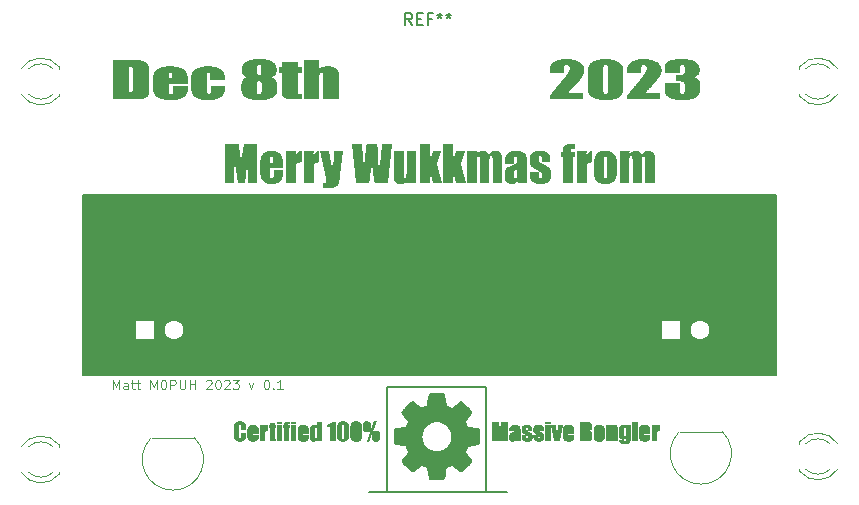
<source format=gto>
G04 #@! TF.GenerationSoftware,KiCad,Pcbnew,7.0.8*
G04 #@! TF.CreationDate,2023-10-22T13:22:11+01:00*
G04 #@! TF.ProjectId,Badge,42616467-652e-46b6-9963-61645f706362,rev?*
G04 #@! TF.SameCoordinates,Original*
G04 #@! TF.FileFunction,Legend,Top*
G04 #@! TF.FilePolarity,Positive*
%FSLAX46Y46*%
G04 Gerber Fmt 4.6, Leading zero omitted, Abs format (unit mm)*
G04 Created by KiCad (PCBNEW 7.0.8) date 2023-10-22 13:22:11*
%MOMM*%
%LPD*%
G01*
G04 APERTURE LIST*
%ADD10C,0.300000*%
%ADD11C,0.125000*%
%ADD12C,0.150000*%
%ADD13C,0.000000*%
%ADD14C,0.120000*%
%ADD15C,4.000000*%
%ADD16R,1.600000X1.600000*%
%ADD17C,1.600000*%
%ADD18C,1.400000*%
%ADD19O,1.400000X1.400000*%
%ADD20R,1.050000X1.500000*%
%ADD21O,1.050000X1.500000*%
%ADD22C,1.800000*%
%ADD23R,1.800000X1.800000*%
G04 APERTURE END LIST*
D10*
G36*
X121082604Y-58762793D02*
G01*
X121082604Y-60451000D01*
X120679969Y-60451000D01*
X120691693Y-59315270D01*
X120550277Y-60451000D01*
X120260849Y-60451000D01*
X120111372Y-59338718D01*
X120123096Y-60451000D01*
X119720461Y-60451000D01*
X119720461Y-58762793D01*
X120303713Y-58762793D01*
X120307061Y-58782624D01*
X120310417Y-58802824D01*
X120313781Y-58823393D01*
X120317154Y-58844332D01*
X120320536Y-58865640D01*
X120323926Y-58887317D01*
X120327325Y-58909363D01*
X120330733Y-58931778D01*
X120334149Y-58954563D01*
X120337573Y-58977717D01*
X120341007Y-59001240D01*
X120344449Y-59025133D01*
X120347899Y-59049394D01*
X120351358Y-59074025D01*
X120354825Y-59099025D01*
X120358302Y-59124394D01*
X120406295Y-59551942D01*
X120494956Y-58762793D01*
X121082604Y-58762793D01*
G37*
G36*
X121702588Y-59044460D02*
G01*
X121728246Y-59045357D01*
X121753089Y-59046853D01*
X121777116Y-59048946D01*
X121800327Y-59051638D01*
X121822723Y-59054928D01*
X121844302Y-59058817D01*
X121865066Y-59063303D01*
X121885015Y-59068388D01*
X121904147Y-59074071D01*
X121922464Y-59080352D01*
X121939965Y-59087231D01*
X121956650Y-59094709D01*
X121972520Y-59102785D01*
X121987574Y-59111459D01*
X122001812Y-59120731D01*
X122015296Y-59130437D01*
X122028087Y-59140411D01*
X122040186Y-59150655D01*
X122051592Y-59161168D01*
X122062305Y-59171950D01*
X122072325Y-59183001D01*
X122081653Y-59194321D01*
X122094347Y-59211806D01*
X122105481Y-59229896D01*
X122115058Y-59248591D01*
X122123075Y-59267892D01*
X122129535Y-59287798D01*
X122134436Y-59308309D01*
X122137142Y-59323073D01*
X122139674Y-59339611D01*
X122142031Y-59357923D01*
X122144213Y-59378010D01*
X122146221Y-59399872D01*
X122148054Y-59423508D01*
X122149713Y-59448919D01*
X122151197Y-59476104D01*
X122152506Y-59505064D01*
X122153096Y-59520210D01*
X122153641Y-59535799D01*
X122154143Y-59551831D01*
X122154601Y-59568308D01*
X122155016Y-59585228D01*
X122155387Y-59602591D01*
X122155714Y-59620399D01*
X122155998Y-59638650D01*
X122156238Y-59657344D01*
X122156435Y-59676483D01*
X122156587Y-59696064D01*
X122156697Y-59716090D01*
X122156762Y-59736559D01*
X122156784Y-59757472D01*
X122156784Y-60451000D01*
X121728504Y-60451000D01*
X121728504Y-60363438D01*
X121720312Y-60376370D01*
X121708926Y-60389611D01*
X121696998Y-60400881D01*
X121682852Y-60412365D01*
X121669937Y-60421708D01*
X121655603Y-60431187D01*
X121647904Y-60435979D01*
X121631778Y-60444995D01*
X121614908Y-60452808D01*
X121597294Y-60459420D01*
X121578936Y-60464830D01*
X121559833Y-60469037D01*
X121545018Y-60471404D01*
X121529784Y-60473094D01*
X121514132Y-60474109D01*
X121498061Y-60474447D01*
X121477058Y-60473880D01*
X121456364Y-60472180D01*
X121435979Y-60469346D01*
X121415904Y-60465379D01*
X121396137Y-60460279D01*
X121376680Y-60454045D01*
X121357532Y-60446678D01*
X121338692Y-60438177D01*
X121320162Y-60428543D01*
X121301942Y-60417775D01*
X121289966Y-60409967D01*
X121272943Y-60396560D01*
X121262524Y-60386158D01*
X121252850Y-60374586D01*
X121243920Y-60361844D01*
X121235734Y-60347931D01*
X121228292Y-60332847D01*
X121221595Y-60316592D01*
X121215641Y-60299167D01*
X121210432Y-60280571D01*
X121205967Y-60260805D01*
X121202246Y-60239867D01*
X121199269Y-60217760D01*
X121197037Y-60194481D01*
X121195548Y-60170032D01*
X121194804Y-60144412D01*
X121194711Y-60131163D01*
X121194711Y-60055326D01*
X121608703Y-60055326D01*
X121608806Y-60074620D01*
X121609115Y-60092524D01*
X121609630Y-60109036D01*
X121610352Y-60124157D01*
X121611634Y-60142154D01*
X121613282Y-60157679D01*
X121615858Y-60173607D01*
X121620427Y-60189415D01*
X121628908Y-60202521D01*
X121640751Y-60211337D01*
X121655956Y-60215864D01*
X121665856Y-60216526D01*
X121682017Y-60214932D01*
X121695827Y-60209423D01*
X121705977Y-60198816D01*
X121707255Y-60196376D01*
X121711583Y-60180920D01*
X121713659Y-60165981D01*
X121714973Y-60151106D01*
X121715978Y-60133633D01*
X121716529Y-60118822D01*
X121716905Y-60102549D01*
X121717108Y-60084814D01*
X121717147Y-60072179D01*
X121717147Y-59806198D01*
X121703003Y-59817165D01*
X121689974Y-59827944D01*
X121678059Y-59838537D01*
X121667258Y-59848943D01*
X121654590Y-59862527D01*
X121643903Y-59875779D01*
X121635196Y-59888699D01*
X121627097Y-59904382D01*
X121623724Y-59913543D01*
X121619397Y-59929756D01*
X121616463Y-59944310D01*
X121613998Y-59960273D01*
X121612003Y-59977644D01*
X121610478Y-59996423D01*
X121609642Y-60011431D01*
X121609070Y-60027232D01*
X121608762Y-60043824D01*
X121608703Y-60055326D01*
X121194711Y-60055326D01*
X121194711Y-60017957D01*
X121194909Y-59998518D01*
X121195501Y-59979861D01*
X121196489Y-59961985D01*
X121197871Y-59944890D01*
X121199649Y-59928577D01*
X121201821Y-59913045D01*
X121204388Y-59898295D01*
X121208980Y-59877634D01*
X121214461Y-59858732D01*
X121220830Y-59841587D01*
X121228088Y-59826201D01*
X121236234Y-59812573D01*
X121245270Y-59800703D01*
X121256080Y-59789498D01*
X121269415Y-59778004D01*
X121285275Y-59766220D01*
X121303659Y-59754146D01*
X121317317Y-59745936D01*
X121332098Y-59737597D01*
X121348000Y-59729129D01*
X121365025Y-59720532D01*
X121383171Y-59711807D01*
X121402440Y-59702952D01*
X121422830Y-59693969D01*
X121444343Y-59684857D01*
X121466977Y-59675617D01*
X121490734Y-59666247D01*
X121515095Y-59656569D01*
X121537989Y-59647317D01*
X121559414Y-59638491D01*
X121579371Y-59630092D01*
X121597859Y-59622119D01*
X121614880Y-59614573D01*
X121630431Y-59607453D01*
X121644515Y-59600760D01*
X121662887Y-59591519D01*
X121677956Y-59583239D01*
X121692908Y-59573690D01*
X121704324Y-59562566D01*
X121709934Y-59546652D01*
X121713090Y-59530179D01*
X121715030Y-59513479D01*
X121716132Y-59498175D01*
X121716834Y-59481142D01*
X121717134Y-59462380D01*
X121717147Y-59457420D01*
X121717024Y-59439111D01*
X121716657Y-59422103D01*
X121716046Y-59406396D01*
X121714849Y-59387476D01*
X121713218Y-59370870D01*
X121710566Y-59353364D01*
X121706488Y-59337126D01*
X121703225Y-59329192D01*
X121694325Y-59316087D01*
X121681445Y-59306556D01*
X121667161Y-59302505D01*
X121659994Y-59302081D01*
X121644401Y-59303455D01*
X121629481Y-59309036D01*
X121618938Y-59320135D01*
X121617129Y-59324063D01*
X121613443Y-59340504D01*
X121611674Y-59356314D01*
X121610554Y-59372027D01*
X121609699Y-59390466D01*
X121609230Y-59406083D01*
X121608909Y-59423233D01*
X121608736Y-59441915D01*
X121608703Y-59455221D01*
X121608703Y-59606896D01*
X121194711Y-59606896D01*
X121194711Y-59505780D01*
X121194859Y-59486454D01*
X121195301Y-59467678D01*
X121196038Y-59449451D01*
X121197070Y-59431774D01*
X121198396Y-59414647D01*
X121200018Y-59398069D01*
X121201934Y-59382040D01*
X121204145Y-59366561D01*
X121206651Y-59351632D01*
X121210963Y-59330268D01*
X121215938Y-59310141D01*
X121221576Y-59291251D01*
X121227877Y-59273596D01*
X121232447Y-59262514D01*
X121240251Y-59246483D01*
X121249375Y-59230812D01*
X121259820Y-59215502D01*
X121271585Y-59200552D01*
X121284670Y-59185964D01*
X121299075Y-59171736D01*
X121314800Y-59157868D01*
X121331846Y-59144361D01*
X121343943Y-59135557D01*
X121356627Y-59126913D01*
X121369898Y-59118430D01*
X121383755Y-59110106D01*
X121398164Y-59102121D01*
X121413087Y-59094650D01*
X121428526Y-59087695D01*
X121444480Y-59081255D01*
X121460949Y-59075330D01*
X121477934Y-59069921D01*
X121495433Y-59065026D01*
X121513448Y-59060647D01*
X121531978Y-59056783D01*
X121551023Y-59053434D01*
X121570584Y-59050601D01*
X121590659Y-59048282D01*
X121611250Y-59046479D01*
X121632356Y-59045191D01*
X121653978Y-59044418D01*
X121676114Y-59044161D01*
X121702588Y-59044460D01*
G37*
G36*
X123144868Y-59536554D02*
G01*
X122752492Y-59536554D01*
X122752492Y-59445696D01*
X122752412Y-59427759D01*
X122752170Y-59411182D01*
X122751768Y-59395963D01*
X122750981Y-59377785D01*
X122749907Y-59362023D01*
X122748163Y-59345717D01*
X122745480Y-59331133D01*
X122743333Y-59324429D01*
X122734171Y-59311706D01*
X122720432Y-59304722D01*
X122705732Y-59302278D01*
X122699369Y-59302081D01*
X122684219Y-59303617D01*
X122670037Y-59308927D01*
X122657660Y-59319147D01*
X122655772Y-59321498D01*
X122648044Y-59335695D01*
X122643922Y-59350350D01*
X122641819Y-59365577D01*
X122641132Y-59380414D01*
X122641117Y-59383048D01*
X122641243Y-59397719D01*
X122641755Y-59414562D01*
X122642660Y-59429740D01*
X122644266Y-59445759D01*
X122646855Y-59461419D01*
X122649177Y-59470609D01*
X122655314Y-59484416D01*
X122664140Y-59497211D01*
X122674272Y-59508709D01*
X122686774Y-59520696D01*
X122699003Y-59531059D01*
X122710898Y-59539903D01*
X122725702Y-59549766D01*
X122738713Y-59557832D01*
X122753359Y-59566472D01*
X122769642Y-59575684D01*
X122787560Y-59585470D01*
X122807114Y-59595828D01*
X122821059Y-59603053D01*
X122835731Y-59610532D01*
X122851129Y-59618265D01*
X122867255Y-59626254D01*
X122875591Y-59630344D01*
X122898089Y-59641571D01*
X122919606Y-59652720D01*
X122940141Y-59663793D01*
X122959694Y-59674788D01*
X122978266Y-59685706D01*
X122995855Y-59696547D01*
X123012463Y-59707310D01*
X123028090Y-59717996D01*
X123042734Y-59728605D01*
X123056397Y-59739137D01*
X123069078Y-59749591D01*
X123080777Y-59759968D01*
X123091495Y-59770267D01*
X123105731Y-59785572D01*
X123117757Y-59800703D01*
X123128299Y-59816581D01*
X123137803Y-59833714D01*
X123146270Y-59852104D01*
X123153701Y-59871749D01*
X123160095Y-59892650D01*
X123163782Y-59907282D01*
X123167007Y-59922471D01*
X123169772Y-59938219D01*
X123172076Y-59954525D01*
X123173919Y-59971390D01*
X123175302Y-59988812D01*
X123176224Y-60006792D01*
X123176684Y-60025331D01*
X123176742Y-60034810D01*
X123176566Y-60055694D01*
X123176038Y-60075940D01*
X123175158Y-60095547D01*
X123173926Y-60114517D01*
X123172341Y-60132848D01*
X123170405Y-60150541D01*
X123168117Y-60167595D01*
X123165476Y-60184012D01*
X123162484Y-60199790D01*
X123159139Y-60214929D01*
X123155443Y-60229431D01*
X123149238Y-60249986D01*
X123142241Y-60269105D01*
X123134452Y-60286789D01*
X123131679Y-60292364D01*
X123122774Y-60308493D01*
X123112819Y-60323907D01*
X123101814Y-60338606D01*
X123089759Y-60352591D01*
X123076655Y-60365860D01*
X123062501Y-60378415D01*
X123047297Y-60390255D01*
X123031044Y-60401380D01*
X123013740Y-60411790D01*
X122995387Y-60421486D01*
X122982569Y-60427552D01*
X122962627Y-60435933D01*
X122941958Y-60443489D01*
X122927775Y-60448069D01*
X122913267Y-60452282D01*
X122898437Y-60456129D01*
X122883283Y-60459609D01*
X122867805Y-60462723D01*
X122852004Y-60465471D01*
X122835880Y-60467852D01*
X122819432Y-60469867D01*
X122802661Y-60471516D01*
X122785567Y-60472798D01*
X122768149Y-60473714D01*
X122750407Y-60474264D01*
X122732342Y-60474447D01*
X122712368Y-60474244D01*
X122692746Y-60473634D01*
X122673476Y-60472618D01*
X122654558Y-60471195D01*
X122635993Y-60469366D01*
X122617779Y-60467131D01*
X122599917Y-60464489D01*
X122582408Y-60461441D01*
X122565250Y-60457986D01*
X122548444Y-60454125D01*
X122531991Y-60449857D01*
X122515890Y-60445183D01*
X122500140Y-60440103D01*
X122484743Y-60434616D01*
X122469698Y-60428723D01*
X122455004Y-60422423D01*
X122440813Y-60415774D01*
X122427184Y-60408833D01*
X122414115Y-60401600D01*
X122395563Y-60390204D01*
X122378274Y-60378150D01*
X122362247Y-60365440D01*
X122347482Y-60352073D01*
X122333980Y-60338048D01*
X122321739Y-60323367D01*
X122310761Y-60308029D01*
X122301046Y-60292035D01*
X122295270Y-60281006D01*
X122287478Y-60263473D01*
X122280453Y-60244393D01*
X122274195Y-60223768D01*
X122270448Y-60209159D01*
X122267042Y-60193863D01*
X122263977Y-60177881D01*
X122261252Y-60161211D01*
X122258867Y-60143855D01*
X122256824Y-60125811D01*
X122255121Y-60107081D01*
X122253758Y-60087663D01*
X122252737Y-60067559D01*
X122252055Y-60046768D01*
X122251715Y-60025290D01*
X122251672Y-60014293D01*
X122251672Y-59935159D01*
X122644048Y-59935159D01*
X122644048Y-60039572D01*
X122644155Y-60060532D01*
X122644473Y-60079998D01*
X122645005Y-60097970D01*
X122645749Y-60114448D01*
X122646705Y-60129432D01*
X122648311Y-60147086D01*
X122650294Y-60162084D01*
X122653305Y-60177096D01*
X122656138Y-60186118D01*
X122663489Y-60199422D01*
X122674878Y-60209845D01*
X122689571Y-60215457D01*
X122701201Y-60216526D01*
X122717017Y-60215650D01*
X122732215Y-60212501D01*
X122745646Y-60206222D01*
X122754324Y-60198208D01*
X122761408Y-60184079D01*
X122765315Y-60167800D01*
X122767547Y-60150163D01*
X122768621Y-60132868D01*
X122768964Y-60117332D01*
X122768979Y-60113212D01*
X122768808Y-60096395D01*
X122768296Y-60080840D01*
X122767082Y-60062064D01*
X122765262Y-60045532D01*
X122762133Y-60028022D01*
X122757127Y-60011639D01*
X122749561Y-59998906D01*
X122737722Y-59989208D01*
X122721425Y-59978037D01*
X122705220Y-59967668D01*
X122692520Y-59959807D01*
X122678303Y-59951187D01*
X122662570Y-59941809D01*
X122645319Y-59931672D01*
X122626552Y-59920777D01*
X122606267Y-59909124D01*
X122584465Y-59896712D01*
X122561147Y-59883541D01*
X122536311Y-59869612D01*
X122523325Y-59862363D01*
X122509959Y-59854925D01*
X122487214Y-59841899D01*
X122465600Y-59829016D01*
X122445117Y-59816276D01*
X122425764Y-59803680D01*
X122407542Y-59791226D01*
X122390450Y-59778916D01*
X122374489Y-59766748D01*
X122359658Y-59754724D01*
X122345958Y-59742843D01*
X122333389Y-59731105D01*
X122321950Y-59719510D01*
X122311641Y-59708059D01*
X122298299Y-59691149D01*
X122287500Y-59674562D01*
X122281714Y-59663683D01*
X122274316Y-59647129D01*
X122267645Y-59630027D01*
X122261702Y-59612378D01*
X122256486Y-59594182D01*
X122251999Y-59575439D01*
X122248239Y-59556148D01*
X122245207Y-59536309D01*
X122242902Y-59515923D01*
X122241326Y-59494990D01*
X122240477Y-59473510D01*
X122240315Y-59458885D01*
X122240491Y-59438429D01*
X122241019Y-59418642D01*
X122241899Y-59399525D01*
X122243131Y-59381078D01*
X122244716Y-59363301D01*
X122246652Y-59346194D01*
X122248940Y-59329756D01*
X122251581Y-59313988D01*
X122254573Y-59298890D01*
X122257918Y-59284461D01*
X122263594Y-59264074D01*
X122270063Y-59245195D01*
X122277325Y-59227822D01*
X122285378Y-59211956D01*
X122294368Y-59197106D01*
X122304440Y-59182920D01*
X122315594Y-59169397D01*
X122327830Y-59156537D01*
X122341148Y-59144341D01*
X122355548Y-59132808D01*
X122371030Y-59121938D01*
X122387593Y-59111732D01*
X122405239Y-59102189D01*
X122423966Y-59093309D01*
X122437053Y-59087758D01*
X122457329Y-59079967D01*
X122478178Y-59072942D01*
X122492396Y-59068684D01*
X122506869Y-59064767D01*
X122521597Y-59061191D01*
X122536579Y-59057955D01*
X122551816Y-59055060D01*
X122567308Y-59052506D01*
X122583054Y-59050292D01*
X122599056Y-59048418D01*
X122615312Y-59046886D01*
X122631822Y-59045693D01*
X122648588Y-59044842D01*
X122665608Y-59044331D01*
X122682883Y-59044161D01*
X122699989Y-59044301D01*
X122716777Y-59044722D01*
X122733248Y-59045423D01*
X122749401Y-59046405D01*
X122765236Y-59047667D01*
X122780754Y-59049210D01*
X122795954Y-59051033D01*
X122810836Y-59053137D01*
X122825400Y-59055521D01*
X122846651Y-59059623D01*
X122867187Y-59064357D01*
X122887008Y-59069721D01*
X122906115Y-59075717D01*
X122918455Y-59080064D01*
X122936400Y-59087009D01*
X122953553Y-59094378D01*
X122969914Y-59102173D01*
X122985483Y-59110392D01*
X123000259Y-59119037D01*
X123014244Y-59128107D01*
X123027436Y-59137601D01*
X123039836Y-59147521D01*
X123051444Y-59157866D01*
X123062260Y-59168636D01*
X123069031Y-59176052D01*
X123078624Y-59187175D01*
X123090274Y-59201775D01*
X123100618Y-59216112D01*
X123109657Y-59230185D01*
X123117390Y-59243996D01*
X123123819Y-59257542D01*
X123130019Y-59274106D01*
X123133511Y-59287060D01*
X123136783Y-59304421D01*
X123139001Y-59320229D01*
X123140864Y-59337743D01*
X123142373Y-59356963D01*
X123143271Y-59372498D01*
X123143970Y-59388991D01*
X123144469Y-59406445D01*
X123144768Y-59424858D01*
X123144868Y-59444230D01*
X123144868Y-59536554D01*
G37*
G36*
X124132586Y-59536554D02*
G01*
X123740210Y-59536554D01*
X123740210Y-59445696D01*
X123740130Y-59427759D01*
X123739888Y-59411182D01*
X123739486Y-59395963D01*
X123738699Y-59377785D01*
X123737625Y-59362023D01*
X123735881Y-59345717D01*
X123733198Y-59331133D01*
X123731051Y-59324429D01*
X123721889Y-59311706D01*
X123708151Y-59304722D01*
X123693450Y-59302278D01*
X123687087Y-59302081D01*
X123671937Y-59303617D01*
X123657755Y-59308927D01*
X123645378Y-59319147D01*
X123643490Y-59321498D01*
X123635762Y-59335695D01*
X123631640Y-59350350D01*
X123629537Y-59365577D01*
X123628850Y-59380414D01*
X123628836Y-59383048D01*
X123628961Y-59397719D01*
X123629473Y-59414562D01*
X123630378Y-59429740D01*
X123631984Y-59445759D01*
X123634574Y-59461419D01*
X123636896Y-59470609D01*
X123643032Y-59484416D01*
X123651858Y-59497211D01*
X123661990Y-59508709D01*
X123674492Y-59520696D01*
X123686721Y-59531059D01*
X123698616Y-59539903D01*
X123713420Y-59549766D01*
X123726431Y-59557832D01*
X123741077Y-59566472D01*
X123757360Y-59575684D01*
X123775278Y-59585470D01*
X123794832Y-59595828D01*
X123808777Y-59603053D01*
X123823449Y-59610532D01*
X123838847Y-59618265D01*
X123854973Y-59626254D01*
X123863309Y-59630344D01*
X123885807Y-59641571D01*
X123907324Y-59652720D01*
X123927859Y-59663793D01*
X123947412Y-59674788D01*
X123965984Y-59685706D01*
X123983573Y-59696547D01*
X124000181Y-59707310D01*
X124015808Y-59717996D01*
X124030452Y-59728605D01*
X124044115Y-59739137D01*
X124056796Y-59749591D01*
X124068496Y-59759968D01*
X124079213Y-59770267D01*
X124093449Y-59785572D01*
X124105475Y-59800703D01*
X124116017Y-59816581D01*
X124125521Y-59833714D01*
X124133989Y-59852104D01*
X124141419Y-59871749D01*
X124147813Y-59892650D01*
X124151500Y-59907282D01*
X124154725Y-59922471D01*
X124157490Y-59938219D01*
X124159794Y-59954525D01*
X124161638Y-59971390D01*
X124163020Y-59988812D01*
X124163942Y-60006792D01*
X124164402Y-60025331D01*
X124164460Y-60034810D01*
X124164284Y-60055694D01*
X124163756Y-60075940D01*
X124162876Y-60095547D01*
X124161644Y-60114517D01*
X124160059Y-60132848D01*
X124158123Y-60150541D01*
X124155835Y-60167595D01*
X124153194Y-60184012D01*
X124150202Y-60199790D01*
X124146857Y-60214929D01*
X124143161Y-60229431D01*
X124136956Y-60249986D01*
X124129959Y-60269105D01*
X124122170Y-60286789D01*
X124119397Y-60292364D01*
X124110492Y-60308493D01*
X124100537Y-60323907D01*
X124089532Y-60338606D01*
X124077477Y-60352591D01*
X124064373Y-60365860D01*
X124050219Y-60378415D01*
X124035015Y-60390255D01*
X124018762Y-60401380D01*
X124001458Y-60411790D01*
X123983105Y-60421486D01*
X123970287Y-60427552D01*
X123950346Y-60435933D01*
X123929676Y-60443489D01*
X123915493Y-60448069D01*
X123900985Y-60452282D01*
X123886155Y-60456129D01*
X123871001Y-60459609D01*
X123855523Y-60462723D01*
X123839723Y-60465471D01*
X123823598Y-60467852D01*
X123807150Y-60469867D01*
X123790379Y-60471516D01*
X123773285Y-60472798D01*
X123755867Y-60473714D01*
X123738125Y-60474264D01*
X123720060Y-60474447D01*
X123700086Y-60474244D01*
X123680464Y-60473634D01*
X123661194Y-60472618D01*
X123642276Y-60471195D01*
X123623711Y-60469366D01*
X123605497Y-60467131D01*
X123587635Y-60464489D01*
X123570126Y-60461441D01*
X123552968Y-60457986D01*
X123536163Y-60454125D01*
X123519709Y-60449857D01*
X123503608Y-60445183D01*
X123487858Y-60440103D01*
X123472461Y-60434616D01*
X123457416Y-60428723D01*
X123442722Y-60422423D01*
X123428532Y-60415774D01*
X123414902Y-60408833D01*
X123401833Y-60401600D01*
X123383281Y-60390204D01*
X123365992Y-60378150D01*
X123349965Y-60365440D01*
X123335200Y-60352073D01*
X123321698Y-60338048D01*
X123309457Y-60323367D01*
X123298479Y-60308029D01*
X123288764Y-60292035D01*
X123282988Y-60281006D01*
X123275196Y-60263473D01*
X123268171Y-60244393D01*
X123261913Y-60223768D01*
X123258166Y-60209159D01*
X123254760Y-60193863D01*
X123251695Y-60177881D01*
X123248970Y-60161211D01*
X123246586Y-60143855D01*
X123244542Y-60125811D01*
X123242839Y-60107081D01*
X123241476Y-60087663D01*
X123240455Y-60067559D01*
X123239773Y-60046768D01*
X123239433Y-60025290D01*
X123239390Y-60014293D01*
X123239390Y-59935159D01*
X123631766Y-59935159D01*
X123631766Y-60039572D01*
X123631873Y-60060532D01*
X123632191Y-60079998D01*
X123632723Y-60097970D01*
X123633467Y-60114448D01*
X123634423Y-60129432D01*
X123636029Y-60147086D01*
X123638012Y-60162084D01*
X123641023Y-60177096D01*
X123643856Y-60186118D01*
X123651207Y-60199422D01*
X123662596Y-60209845D01*
X123677289Y-60215457D01*
X123688919Y-60216526D01*
X123704735Y-60215650D01*
X123719933Y-60212501D01*
X123733364Y-60206222D01*
X123742042Y-60198208D01*
X123749126Y-60184079D01*
X123753033Y-60167800D01*
X123755266Y-60150163D01*
X123756339Y-60132868D01*
X123756682Y-60117332D01*
X123756697Y-60113212D01*
X123756526Y-60096395D01*
X123756014Y-60080840D01*
X123754800Y-60062064D01*
X123752980Y-60045532D01*
X123749851Y-60028022D01*
X123744845Y-60011639D01*
X123737279Y-59998906D01*
X123725440Y-59989208D01*
X123709143Y-59978037D01*
X123692938Y-59967668D01*
X123680238Y-59959807D01*
X123666021Y-59951187D01*
X123650288Y-59941809D01*
X123633037Y-59931672D01*
X123614270Y-59920777D01*
X123593985Y-59909124D01*
X123572184Y-59896712D01*
X123548865Y-59883541D01*
X123524030Y-59869612D01*
X123511043Y-59862363D01*
X123497677Y-59854925D01*
X123474932Y-59841899D01*
X123453318Y-59829016D01*
X123432835Y-59816276D01*
X123413482Y-59803680D01*
X123395260Y-59791226D01*
X123378168Y-59778916D01*
X123362207Y-59766748D01*
X123347376Y-59754724D01*
X123333676Y-59742843D01*
X123321107Y-59731105D01*
X123309668Y-59719510D01*
X123299360Y-59708059D01*
X123286017Y-59691149D01*
X123275218Y-59674562D01*
X123269432Y-59663683D01*
X123262034Y-59647129D01*
X123255363Y-59630027D01*
X123249420Y-59612378D01*
X123244205Y-59594182D01*
X123239717Y-59575439D01*
X123235957Y-59556148D01*
X123232925Y-59536309D01*
X123230620Y-59515923D01*
X123229044Y-59494990D01*
X123228195Y-59473510D01*
X123228033Y-59458885D01*
X123228209Y-59438429D01*
X123228737Y-59418642D01*
X123229617Y-59399525D01*
X123230849Y-59381078D01*
X123232434Y-59363301D01*
X123234370Y-59346194D01*
X123236658Y-59329756D01*
X123239299Y-59313988D01*
X123242291Y-59298890D01*
X123245636Y-59284461D01*
X123251313Y-59264074D01*
X123257781Y-59245195D01*
X123265043Y-59227822D01*
X123273096Y-59211956D01*
X123282086Y-59197106D01*
X123292158Y-59182920D01*
X123303312Y-59169397D01*
X123315548Y-59156537D01*
X123328866Y-59144341D01*
X123343266Y-59132808D01*
X123358748Y-59121938D01*
X123375311Y-59111732D01*
X123392957Y-59102189D01*
X123411685Y-59093309D01*
X123424771Y-59087758D01*
X123445047Y-59079967D01*
X123465896Y-59072942D01*
X123480115Y-59068684D01*
X123494587Y-59064767D01*
X123509315Y-59061191D01*
X123524297Y-59057955D01*
X123539534Y-59055060D01*
X123555026Y-59052506D01*
X123570772Y-59050292D01*
X123586774Y-59048418D01*
X123603030Y-59046886D01*
X123619540Y-59045693D01*
X123636306Y-59044842D01*
X123653326Y-59044331D01*
X123670601Y-59044161D01*
X123687707Y-59044301D01*
X123704495Y-59044722D01*
X123720966Y-59045423D01*
X123737119Y-59046405D01*
X123752954Y-59047667D01*
X123768472Y-59049210D01*
X123783672Y-59051033D01*
X123798554Y-59053137D01*
X123813118Y-59055521D01*
X123834369Y-59059623D01*
X123854905Y-59064357D01*
X123874726Y-59069721D01*
X123893833Y-59075717D01*
X123906173Y-59080064D01*
X123924118Y-59087009D01*
X123941271Y-59094378D01*
X123957632Y-59102173D01*
X123973201Y-59110392D01*
X123987977Y-59119037D01*
X124001962Y-59128107D01*
X124015154Y-59137601D01*
X124027554Y-59147521D01*
X124039162Y-59157866D01*
X124049978Y-59168636D01*
X124056749Y-59176052D01*
X124066342Y-59187175D01*
X124077992Y-59201775D01*
X124088336Y-59216112D01*
X124097375Y-59230185D01*
X124105108Y-59243996D01*
X124111537Y-59257542D01*
X124117737Y-59274106D01*
X124121229Y-59287060D01*
X124124501Y-59304421D01*
X124126719Y-59320229D01*
X124128582Y-59337743D01*
X124130091Y-59356963D01*
X124130989Y-59372498D01*
X124131688Y-59388991D01*
X124132187Y-59406445D01*
X124132487Y-59424858D01*
X124132586Y-59444230D01*
X124132586Y-59536554D01*
G37*
G36*
X124698986Y-58762793D02*
G01*
X124698986Y-58997266D01*
X124246892Y-58997266D01*
X124246892Y-58762793D01*
X124698986Y-58762793D01*
G37*
G36*
X124698986Y-59067608D02*
G01*
X124698986Y-60451000D01*
X124246892Y-60451000D01*
X124246892Y-59067608D01*
X124698986Y-59067608D01*
G37*
G36*
X125706854Y-59067608D02*
G01*
X125508651Y-60451000D01*
X124945549Y-60451000D01*
X124732691Y-59067608D01*
X125129097Y-59067608D01*
X125234610Y-60094893D01*
X125234956Y-60076728D01*
X125235537Y-60056305D01*
X125236353Y-60033623D01*
X125237404Y-60008683D01*
X125238689Y-59981485D01*
X125240209Y-59952029D01*
X125241057Y-59936453D01*
X125241963Y-59920314D01*
X125242928Y-59903609D01*
X125243952Y-59886341D01*
X125245035Y-59868507D01*
X125246176Y-59850109D01*
X125247376Y-59831147D01*
X125248635Y-59811619D01*
X125249952Y-59791528D01*
X125251328Y-59770871D01*
X125252763Y-59749651D01*
X125254256Y-59727865D01*
X125255808Y-59705515D01*
X125257419Y-59682601D01*
X125259089Y-59659121D01*
X125260817Y-59635078D01*
X125262603Y-59610469D01*
X125264449Y-59585296D01*
X125266353Y-59559559D01*
X125268316Y-59533257D01*
X125269488Y-59518362D01*
X125270671Y-59503488D01*
X125271864Y-59488637D01*
X125273067Y-59473809D01*
X125274280Y-59459002D01*
X125275503Y-59444218D01*
X125276736Y-59429455D01*
X125277978Y-59414715D01*
X125279231Y-59399997D01*
X125280494Y-59385302D01*
X125281767Y-59370628D01*
X125283050Y-59355977D01*
X125284343Y-59341348D01*
X125285646Y-59326741D01*
X125288282Y-59297593D01*
X125290959Y-59268534D01*
X125293675Y-59239565D01*
X125296431Y-59210683D01*
X125299228Y-59181891D01*
X125302064Y-59153187D01*
X125304941Y-59124572D01*
X125307857Y-59096046D01*
X125310814Y-59067608D01*
X125706854Y-59067608D01*
G37*
G36*
X126220577Y-59044425D02*
G01*
X126242158Y-59045220D01*
X126263258Y-59046543D01*
X126283877Y-59048397D01*
X126304016Y-59050780D01*
X126323674Y-59053692D01*
X126342851Y-59057134D01*
X126361547Y-59061105D01*
X126379762Y-59065606D01*
X126397496Y-59070636D01*
X126414750Y-59076196D01*
X126431522Y-59082285D01*
X126447814Y-59088904D01*
X126463625Y-59096053D01*
X126478955Y-59103731D01*
X126493804Y-59111938D01*
X126508140Y-59120582D01*
X126521928Y-59129569D01*
X126535170Y-59138900D01*
X126547866Y-59148575D01*
X126560014Y-59158592D01*
X126571616Y-59168954D01*
X126582672Y-59179658D01*
X126593180Y-59190706D01*
X126603142Y-59202098D01*
X126612558Y-59213833D01*
X126621426Y-59225912D01*
X126629748Y-59238334D01*
X126637523Y-59251099D01*
X126644752Y-59264208D01*
X126651434Y-59277661D01*
X126657569Y-59291457D01*
X126663292Y-59305768D01*
X126668646Y-59320766D01*
X126673630Y-59336451D01*
X126678246Y-59352823D01*
X126682492Y-59369881D01*
X126686369Y-59387627D01*
X126689876Y-59406060D01*
X126693015Y-59425180D01*
X126695784Y-59444986D01*
X126698184Y-59465480D01*
X126700215Y-59486660D01*
X126701876Y-59508527D01*
X126703168Y-59531082D01*
X126704091Y-59554323D01*
X126704645Y-59578251D01*
X126704830Y-59602866D01*
X126704830Y-59794475D01*
X126165908Y-59794475D01*
X126165908Y-60080972D01*
X126166005Y-60097343D01*
X126166294Y-60112523D01*
X126166981Y-60130910D01*
X126168012Y-60147179D01*
X126169783Y-60164537D01*
X126172616Y-60180997D01*
X126176899Y-60194178D01*
X126185894Y-60205963D01*
X126198681Y-60213384D01*
X126213431Y-60216330D01*
X126219031Y-60216526D01*
X126235257Y-60215054D01*
X126250753Y-60209764D01*
X126262998Y-60200628D01*
X126271991Y-60187645D01*
X126272886Y-60185752D01*
X126277618Y-60171816D01*
X126280813Y-60156542D01*
X126282879Y-60141928D01*
X126284511Y-60125184D01*
X126285707Y-60106310D01*
X126286319Y-60090758D01*
X126286686Y-60074007D01*
X126286808Y-60056059D01*
X126286808Y-59864817D01*
X126704830Y-59864817D01*
X126704830Y-59975825D01*
X126704766Y-59991400D01*
X126704572Y-60006525D01*
X126704250Y-60021201D01*
X126703526Y-60042373D01*
X126702512Y-60062533D01*
X126701207Y-60081682D01*
X126699614Y-60099821D01*
X126697730Y-60116948D01*
X126695556Y-60133064D01*
X126693093Y-60148169D01*
X126689358Y-60166736D01*
X126688344Y-60171097D01*
X126683615Y-60188379D01*
X126677490Y-60205970D01*
X126669968Y-60223871D01*
X126663410Y-60237499D01*
X126656066Y-60251301D01*
X126647937Y-60265277D01*
X126639022Y-60279427D01*
X126629321Y-60293750D01*
X126618834Y-60308248D01*
X126611407Y-60318009D01*
X126599789Y-60332300D01*
X126587605Y-60345907D01*
X126574854Y-60358832D01*
X126561536Y-60371075D01*
X126547651Y-60382635D01*
X126533200Y-60393512D01*
X126518182Y-60403706D01*
X126502597Y-60413218D01*
X126486445Y-60422047D01*
X126469727Y-60430194D01*
X126458267Y-60435246D01*
X126440488Y-60442251D01*
X126421911Y-60448568D01*
X126402535Y-60454196D01*
X126382361Y-60459134D01*
X126361388Y-60463383D01*
X126339616Y-60466944D01*
X126324658Y-60468934D01*
X126309345Y-60470619D01*
X126293678Y-60471997D01*
X126277655Y-60473069D01*
X126261277Y-60473834D01*
X126244545Y-60474294D01*
X126227457Y-60474447D01*
X126210816Y-60474295D01*
X126194416Y-60473840D01*
X126178256Y-60473082D01*
X126162336Y-60472020D01*
X126146657Y-60470654D01*
X126131218Y-60468986D01*
X126116020Y-60467014D01*
X126101062Y-60464738D01*
X126086344Y-60462159D01*
X126071867Y-60459277D01*
X126050602Y-60454385D01*
X126029878Y-60448810D01*
X126009695Y-60442552D01*
X125990053Y-60435612D01*
X125971078Y-60428073D01*
X125952894Y-60420019D01*
X125935503Y-60411449D01*
X125918904Y-60402365D01*
X125903097Y-60392765D01*
X125888082Y-60382650D01*
X125873860Y-60372019D01*
X125860429Y-60360874D01*
X125847790Y-60349213D01*
X125835944Y-60337037D01*
X125828487Y-60328634D01*
X125817945Y-60315741D01*
X125808029Y-60302616D01*
X125798737Y-60289260D01*
X125790070Y-60275671D01*
X125782027Y-60261851D01*
X125774610Y-60247799D01*
X125767816Y-60233515D01*
X125761648Y-60218999D01*
X125756104Y-60204252D01*
X125751185Y-60189272D01*
X125748253Y-60179157D01*
X125744324Y-60163279D01*
X125740782Y-60146146D01*
X125737627Y-60127756D01*
X125734858Y-60108111D01*
X125732475Y-60087210D01*
X125731101Y-60072578D01*
X125729899Y-60057389D01*
X125728868Y-60041641D01*
X125728010Y-60025335D01*
X125727323Y-60008470D01*
X125726808Y-59991048D01*
X125726464Y-59973068D01*
X125726292Y-59954529D01*
X125726271Y-59945050D01*
X125726271Y-59560002D01*
X126165908Y-59560002D01*
X126264094Y-59560002D01*
X126264094Y-59466579D01*
X126264007Y-59446761D01*
X126263746Y-59428385D01*
X126263311Y-59411452D01*
X126262703Y-59395962D01*
X126261621Y-59377552D01*
X126260230Y-59361707D01*
X126258056Y-59345507D01*
X126254202Y-59329558D01*
X126247482Y-59316276D01*
X126235569Y-59305945D01*
X126221208Y-59302188D01*
X126217932Y-59302081D01*
X126202018Y-59303524D01*
X126188111Y-59308595D01*
X126176859Y-59319752D01*
X126174334Y-59325162D01*
X126171051Y-59339693D01*
X126169200Y-59355696D01*
X126168015Y-59371874D01*
X126167093Y-59391050D01*
X126166575Y-59407402D01*
X126166204Y-59425440D01*
X126165982Y-59445166D01*
X126165908Y-59466579D01*
X126165908Y-59560002D01*
X125726271Y-59560002D01*
X125726271Y-59549011D01*
X125726466Y-59526725D01*
X125727049Y-59505024D01*
X125728023Y-59483907D01*
X125729385Y-59463373D01*
X125731137Y-59443423D01*
X125733278Y-59424058D01*
X125735808Y-59405276D01*
X125738727Y-59387078D01*
X125742036Y-59369464D01*
X125745734Y-59352433D01*
X125749821Y-59335987D01*
X125754298Y-59320125D01*
X125759164Y-59304846D01*
X125764419Y-59290151D01*
X125770063Y-59276041D01*
X125776096Y-59262514D01*
X125785996Y-59243099D01*
X125797009Y-59224561D01*
X125809137Y-59206898D01*
X125822379Y-59190111D01*
X125836734Y-59174200D01*
X125852204Y-59159165D01*
X125868788Y-59145005D01*
X125880463Y-59136052D01*
X125892634Y-59127489D01*
X125905299Y-59119314D01*
X125918459Y-59111529D01*
X125932115Y-59104133D01*
X125939129Y-59100581D01*
X125953408Y-59093749D01*
X125967945Y-59087357D01*
X125982740Y-59081407D01*
X125997793Y-59075897D01*
X126013103Y-59070828D01*
X126028670Y-59066200D01*
X126044496Y-59062012D01*
X126060578Y-59058266D01*
X126076919Y-59054960D01*
X126093517Y-59052095D01*
X126110372Y-59049670D01*
X126127486Y-59047687D01*
X126144856Y-59046144D01*
X126162485Y-59045042D01*
X126180371Y-59044381D01*
X126198515Y-59044161D01*
X126220577Y-59044425D01*
G37*
G36*
X127662717Y-58762920D02*
G01*
X127687436Y-58763302D01*
X127711386Y-58763939D01*
X127734565Y-58764831D01*
X127756975Y-58765977D01*
X127778615Y-58767378D01*
X127799485Y-58769034D01*
X127819585Y-58770945D01*
X127838915Y-58773110D01*
X127857475Y-58775530D01*
X127875265Y-58778205D01*
X127892285Y-58781134D01*
X127908535Y-58784318D01*
X127924016Y-58787757D01*
X127938726Y-58791451D01*
X127952667Y-58795399D01*
X127972636Y-58802106D01*
X127991878Y-58809997D01*
X128010392Y-58819073D01*
X128028178Y-58829334D01*
X128045236Y-58840780D01*
X128061567Y-58853411D01*
X128077170Y-58867227D01*
X128092045Y-58882228D01*
X128106193Y-58898414D01*
X128119613Y-58915784D01*
X128128155Y-58928023D01*
X128136274Y-58940943D01*
X128143869Y-58954791D01*
X128150940Y-58969566D01*
X128157487Y-58985268D01*
X128163511Y-59001897D01*
X128169010Y-59019454D01*
X128173986Y-59037938D01*
X128178439Y-59057350D01*
X128182367Y-59077689D01*
X128185772Y-59098955D01*
X128188652Y-59121149D01*
X128191009Y-59144270D01*
X128192843Y-59168318D01*
X128194152Y-59193294D01*
X128194938Y-59219197D01*
X128195200Y-59246027D01*
X128195011Y-59264364D01*
X128194444Y-59282006D01*
X128193500Y-59298951D01*
X128192177Y-59315202D01*
X128190477Y-59330756D01*
X128188399Y-59345616D01*
X128184574Y-59366600D01*
X128179898Y-59386020D01*
X128174373Y-59403875D01*
X128167997Y-59420165D01*
X128160772Y-59434890D01*
X128152696Y-59448050D01*
X128146840Y-59455954D01*
X128134120Y-59470437D01*
X128120141Y-59483660D01*
X128104902Y-59495625D01*
X128092647Y-59503771D01*
X128079683Y-59511209D01*
X128066011Y-59517939D01*
X128051631Y-59523961D01*
X128036542Y-59529274D01*
X128020745Y-59533878D01*
X128009819Y-59536554D01*
X128028972Y-59541535D01*
X128047274Y-59547545D01*
X128064727Y-59554586D01*
X128081329Y-59562658D01*
X128097081Y-59571760D01*
X128111984Y-59581892D01*
X128126036Y-59593055D01*
X128139238Y-59605248D01*
X128151590Y-59618471D01*
X128163091Y-59632725D01*
X128170287Y-59642800D01*
X128180304Y-59658934D01*
X128189337Y-59676563D01*
X128197383Y-59695685D01*
X128204445Y-59716302D01*
X128208605Y-59730876D01*
X128212327Y-59746115D01*
X128215612Y-59762017D01*
X128218458Y-59778584D01*
X128220867Y-59795814D01*
X128222837Y-59813709D01*
X128224370Y-59832267D01*
X128225465Y-59851490D01*
X128226122Y-59871377D01*
X128226341Y-59891928D01*
X128226341Y-60046900D01*
X128226183Y-60068039D01*
X128225711Y-60088499D01*
X128224924Y-60108281D01*
X128223822Y-60127385D01*
X128222405Y-60145811D01*
X128220674Y-60163558D01*
X128218627Y-60180627D01*
X128216266Y-60197017D01*
X128213590Y-60212730D01*
X128210599Y-60227763D01*
X128207293Y-60242119D01*
X128201744Y-60262380D01*
X128195486Y-60281115D01*
X128188520Y-60298324D01*
X128186041Y-60303721D01*
X128178069Y-60319185D01*
X128169267Y-60333701D01*
X128159633Y-60347272D01*
X128149170Y-60359895D01*
X128137875Y-60371572D01*
X128125749Y-60382302D01*
X128112793Y-60392085D01*
X128099006Y-60400922D01*
X128084389Y-60408812D01*
X128068940Y-60415756D01*
X128058180Y-60419859D01*
X128040210Y-60425424D01*
X128019136Y-60430442D01*
X128003362Y-60433483D01*
X127986209Y-60436281D01*
X127967676Y-60438835D01*
X127947764Y-60441146D01*
X127926472Y-60443214D01*
X127903800Y-60445039D01*
X127879749Y-60446620D01*
X127854318Y-60447958D01*
X127827507Y-60449053D01*
X127799317Y-60449905D01*
X127769748Y-60450513D01*
X127754446Y-60450726D01*
X127738799Y-60450878D01*
X127722807Y-60450969D01*
X127706470Y-60451000D01*
X127192827Y-60451000D01*
X127192827Y-59701052D01*
X127650050Y-59701052D01*
X127650050Y-60145818D01*
X127667910Y-60144868D01*
X127684122Y-60143299D01*
X127698685Y-60141113D01*
X127714570Y-60137510D01*
X127730232Y-60131911D01*
X127743816Y-60123622D01*
X127746770Y-60120905D01*
X127755335Y-60107426D01*
X127760165Y-60093462D01*
X127763922Y-60075885D01*
X127766154Y-60059221D01*
X127767700Y-60040244D01*
X127768408Y-60024494D01*
X127768730Y-60007443D01*
X127768752Y-60001471D01*
X127768752Y-59845399D01*
X127768581Y-59826831D01*
X127768069Y-59809730D01*
X127767216Y-59794098D01*
X127765547Y-59775540D01*
X127763272Y-59759591D01*
X127759574Y-59743327D01*
X127753885Y-59729193D01*
X127749334Y-59723034D01*
X127735848Y-59714378D01*
X127720774Y-59709269D01*
X127704965Y-59705917D01*
X127690193Y-59703827D01*
X127673532Y-59702265D01*
X127654982Y-59701229D01*
X127650050Y-59701052D01*
X127192827Y-59701052D01*
X127192827Y-59067974D01*
X127650050Y-59067974D01*
X127650050Y-59418951D01*
X127664819Y-59418425D01*
X127679588Y-59418221D01*
X127681557Y-59418219D01*
X127698283Y-59417557D01*
X127712970Y-59415571D01*
X127727902Y-59411441D01*
X127741611Y-59404213D01*
X127752385Y-59392776D01*
X127753364Y-59391108D01*
X127758594Y-59376592D01*
X127762125Y-59358061D01*
X127764409Y-59339024D01*
X127765807Y-59322290D01*
X127766934Y-59303450D01*
X127767790Y-59282504D01*
X127768211Y-59267370D01*
X127768511Y-59251300D01*
X127768692Y-59234294D01*
X127768752Y-59216352D01*
X127768546Y-59197965D01*
X127767927Y-59181089D01*
X127766897Y-59165725D01*
X127765029Y-59148645D01*
X127762518Y-59133926D01*
X127758654Y-59119380D01*
X127755563Y-59111572D01*
X127747799Y-59097207D01*
X127737882Y-59085258D01*
X127725402Y-59076989D01*
X127722956Y-59076034D01*
X127707336Y-59072099D01*
X127692527Y-59070110D01*
X127677294Y-59068908D01*
X127659717Y-59068170D01*
X127650050Y-59067974D01*
X127192827Y-59067974D01*
X127192827Y-58762793D01*
X127637227Y-58762793D01*
X127662717Y-58762920D01*
G37*
G36*
X128820292Y-59044327D02*
G01*
X128837642Y-59044825D01*
X128854684Y-59045655D01*
X128871417Y-59046817D01*
X128887840Y-59048311D01*
X128903954Y-59050137D01*
X128919760Y-59052295D01*
X128935256Y-59054785D01*
X128950443Y-59057607D01*
X128965320Y-59060762D01*
X128979889Y-59064248D01*
X128994149Y-59068066D01*
X129014958Y-59074416D01*
X129035073Y-59081513D01*
X129048096Y-59086659D01*
X129066986Y-59094794D01*
X129085053Y-59103399D01*
X129102295Y-59112474D01*
X129118713Y-59122019D01*
X129134306Y-59132034D01*
X129149075Y-59142519D01*
X129163020Y-59153475D01*
X129176140Y-59164901D01*
X129188436Y-59176796D01*
X129199908Y-59189162D01*
X129207098Y-59197667D01*
X129217361Y-59210552D01*
X129226993Y-59223513D01*
X129235994Y-59236552D01*
X129244364Y-59249668D01*
X129252103Y-59262862D01*
X129259210Y-59276132D01*
X129265687Y-59289480D01*
X129273340Y-59307398D01*
X129279872Y-59325453D01*
X129284034Y-59339084D01*
X129287766Y-59353326D01*
X129291131Y-59368850D01*
X129294129Y-59385655D01*
X129296760Y-59403742D01*
X129299023Y-59423110D01*
X129300920Y-59443760D01*
X129302450Y-59465691D01*
X129303265Y-59481024D01*
X129303918Y-59496926D01*
X129304407Y-59513399D01*
X129304734Y-59530440D01*
X129304897Y-59548051D01*
X129304917Y-59557071D01*
X129304917Y-59889729D01*
X129304843Y-59912387D01*
X129304619Y-59934288D01*
X129304247Y-59955435D01*
X129303726Y-59975825D01*
X129303057Y-59995460D01*
X129302238Y-60014339D01*
X129301271Y-60032463D01*
X129300154Y-60049831D01*
X129298889Y-60066443D01*
X129297475Y-60082300D01*
X129295913Y-60097401D01*
X129293289Y-60118636D01*
X129290331Y-60138170D01*
X129287038Y-60156005D01*
X129285866Y-60161572D01*
X129281973Y-60177827D01*
X129277301Y-60193896D01*
X129271850Y-60209778D01*
X129265619Y-60225474D01*
X129258609Y-60240982D01*
X129250820Y-60256304D01*
X129242251Y-60271439D01*
X129232904Y-60286387D01*
X129222777Y-60301149D01*
X129211871Y-60315724D01*
X129204167Y-60325337D01*
X129192111Y-60339339D01*
X129179437Y-60352634D01*
X129166145Y-60365219D01*
X129152235Y-60377097D01*
X129137706Y-60388266D01*
X129122559Y-60398727D01*
X129106794Y-60408479D01*
X129090411Y-60417523D01*
X129073409Y-60425858D01*
X129055789Y-60433486D01*
X129043699Y-60438177D01*
X129025176Y-60444659D01*
X129006150Y-60450503D01*
X128986622Y-60455710D01*
X128966591Y-60460279D01*
X128946058Y-60464210D01*
X128925023Y-60467504D01*
X128903486Y-60470161D01*
X128888848Y-60471578D01*
X128873988Y-60472711D01*
X128858904Y-60473561D01*
X128843597Y-60474128D01*
X128828066Y-60474411D01*
X128820217Y-60474447D01*
X128802886Y-60474327D01*
X128785882Y-60473966D01*
X128769204Y-60473365D01*
X128752852Y-60472523D01*
X128736826Y-60471441D01*
X128721127Y-60470119D01*
X128705754Y-60468556D01*
X128690707Y-60466753D01*
X128675987Y-60464710D01*
X128654518Y-60461193D01*
X128633784Y-60457136D01*
X128613783Y-60452538D01*
X128594517Y-60447399D01*
X128582080Y-60443672D01*
X128564051Y-60437553D01*
X128546781Y-60430874D01*
X128530271Y-60423634D01*
X128514521Y-60415834D01*
X128499530Y-60407474D01*
X128485300Y-60398554D01*
X128471830Y-60389073D01*
X128459119Y-60379032D01*
X128447169Y-60368431D01*
X128435978Y-60357269D01*
X128428940Y-60349517D01*
X128418913Y-60337414D01*
X128409440Y-60324873D01*
X128400520Y-60311894D01*
X128392155Y-60298477D01*
X128384343Y-60284623D01*
X128377085Y-60270330D01*
X128370381Y-60255600D01*
X128364231Y-60240432D01*
X128358635Y-60224825D01*
X128353592Y-60208781D01*
X128350538Y-60197842D01*
X128346413Y-60180465D01*
X128342694Y-60161580D01*
X128339381Y-60141189D01*
X128336473Y-60119291D01*
X128334760Y-60103855D01*
X128333228Y-60087749D01*
X128331943Y-60071812D01*
X128767094Y-60071812D01*
X128767185Y-60089054D01*
X128767455Y-60105060D01*
X128767906Y-60119829D01*
X128768787Y-60137598D01*
X128769990Y-60153168D01*
X128771943Y-60169540D01*
X128774948Y-60184653D01*
X128777353Y-60191980D01*
X128785710Y-60204924D01*
X128798871Y-60213626D01*
X128814441Y-60216502D01*
X128816187Y-60216526D01*
X128831138Y-60214759D01*
X128845239Y-60207797D01*
X128854751Y-60195553D01*
X128855388Y-60194178D01*
X128859716Y-60178997D01*
X128862150Y-60162352D01*
X128863647Y-60145037D01*
X128864498Y-60128931D01*
X128865039Y-60110822D01*
X128865241Y-60095925D01*
X128865280Y-60085368D01*
X128865280Y-59450825D01*
X128865196Y-59432162D01*
X128864945Y-59414916D01*
X128864527Y-59399086D01*
X128863708Y-59380184D01*
X128862592Y-59363801D01*
X128860778Y-59346863D01*
X128857987Y-59331734D01*
X128855755Y-59324796D01*
X128847077Y-59311864D01*
X128833637Y-59304299D01*
X128819098Y-59302103D01*
X128817286Y-59302081D01*
X128802278Y-59303907D01*
X128787949Y-59311097D01*
X128778035Y-59323742D01*
X128777353Y-59325162D01*
X128772865Y-59341534D01*
X128770711Y-59356859D01*
X128769348Y-59371940D01*
X128768307Y-59389529D01*
X128767736Y-59404365D01*
X128767345Y-59420613D01*
X128767134Y-59438270D01*
X128767094Y-59450825D01*
X128767094Y-60071812D01*
X128331943Y-60071812D01*
X128331875Y-60070974D01*
X128330703Y-60053529D01*
X128329711Y-60035414D01*
X128328900Y-60016629D01*
X128328269Y-59997174D01*
X128327818Y-59977050D01*
X128327547Y-59956256D01*
X128327457Y-59934792D01*
X128327457Y-59586746D01*
X128327622Y-59563161D01*
X128328116Y-59540218D01*
X128328938Y-59517915D01*
X128330091Y-59496254D01*
X128331572Y-59475234D01*
X128333382Y-59454855D01*
X128335522Y-59435117D01*
X128337990Y-59416020D01*
X128340788Y-59397565D01*
X128343915Y-59379750D01*
X128347371Y-59362577D01*
X128351156Y-59346045D01*
X128355271Y-59330154D01*
X128359715Y-59314904D01*
X128364487Y-59300295D01*
X128369589Y-59286327D01*
X128378153Y-59266168D01*
X128387909Y-59246769D01*
X128398856Y-59228129D01*
X128410994Y-59210250D01*
X128424324Y-59193130D01*
X128438845Y-59176770D01*
X128449188Y-59166286D01*
X128460060Y-59156139D01*
X128471461Y-59146331D01*
X128483393Y-59136859D01*
X128495853Y-59127726D01*
X128508843Y-59118930D01*
X128522363Y-59110473D01*
X128536381Y-59102443D01*
X128550865Y-59094931D01*
X128565816Y-59087937D01*
X128581233Y-59081461D01*
X128597117Y-59075503D01*
X128613468Y-59070064D01*
X128630285Y-59065142D01*
X128647568Y-59060739D01*
X128665318Y-59056853D01*
X128683535Y-59053486D01*
X128702218Y-59050636D01*
X128721368Y-59048305D01*
X128740984Y-59046492D01*
X128761067Y-59045197D01*
X128781616Y-59044420D01*
X128802632Y-59044161D01*
X128820292Y-59044327D01*
G37*
G36*
X129859959Y-59067608D02*
G01*
X129854830Y-59157001D01*
X129864945Y-59143211D01*
X129875814Y-59131640D01*
X129888902Y-59119998D01*
X129900969Y-59110633D01*
X129914456Y-59101222D01*
X129929362Y-59091765D01*
X129945688Y-59082263D01*
X129963039Y-59073332D01*
X129976465Y-59067416D01*
X129990246Y-59062170D01*
X130004381Y-59057593D01*
X130018870Y-59053686D01*
X130033713Y-59050449D01*
X130048910Y-59047882D01*
X130064461Y-59045984D01*
X130080367Y-59044756D01*
X130096627Y-59044198D01*
X130102126Y-59044161D01*
X130122654Y-59044624D01*
X130142475Y-59046015D01*
X130161586Y-59048334D01*
X130179990Y-59051580D01*
X130197685Y-59055753D01*
X130214671Y-59060853D01*
X130230949Y-59066881D01*
X130246519Y-59073836D01*
X130261380Y-59081719D01*
X130275533Y-59090529D01*
X130284575Y-59096917D01*
X130297454Y-59106975D01*
X130309438Y-59117504D01*
X130320526Y-59128502D01*
X130330720Y-59139971D01*
X130340018Y-59151909D01*
X130348421Y-59164318D01*
X130355929Y-59177197D01*
X130362542Y-59190546D01*
X130368260Y-59204365D01*
X130373082Y-59218655D01*
X130375800Y-59228442D01*
X130379466Y-59244100D01*
X130382772Y-59261535D01*
X130385718Y-59280748D01*
X130388302Y-59301738D01*
X130389825Y-59316719D01*
X130391187Y-59332489D01*
X130392389Y-59349050D01*
X130393431Y-59366401D01*
X130394313Y-59384542D01*
X130395034Y-59403472D01*
X130395595Y-59423193D01*
X130395996Y-59443704D01*
X130396236Y-59465004D01*
X130396316Y-59487095D01*
X130396316Y-60451000D01*
X129956679Y-60451000D01*
X129956679Y-59493323D01*
X129956648Y-59476363D01*
X129956553Y-59460288D01*
X129956396Y-59445096D01*
X129956042Y-59423968D01*
X129955546Y-59404829D01*
X129954908Y-59387681D01*
X129954129Y-59372522D01*
X129952870Y-59355406D01*
X129950941Y-59338986D01*
X129948619Y-59328093D01*
X129941306Y-59314376D01*
X129928984Y-59305739D01*
X129913612Y-59302310D01*
X129907586Y-59302081D01*
X129891260Y-59304005D01*
X129876780Y-59310767D01*
X129866415Y-59322397D01*
X129861791Y-59332856D01*
X129858554Y-59348548D01*
X129856768Y-59363775D01*
X129855279Y-59382814D01*
X129854358Y-59399596D01*
X129853605Y-59418522D01*
X129853019Y-59439593D01*
X129852721Y-59454831D01*
X129852498Y-59471023D01*
X129852349Y-59488167D01*
X129852275Y-59506265D01*
X129852265Y-59515672D01*
X129852265Y-60451000D01*
X129412628Y-60451000D01*
X129412628Y-59067608D01*
X129859959Y-59067608D01*
G37*
G36*
X130807844Y-59044457D02*
G01*
X130822707Y-59045346D01*
X130837313Y-59046827D01*
X130856387Y-59049723D01*
X130875003Y-59053673D01*
X130893161Y-59058676D01*
X130910861Y-59064733D01*
X130928103Y-59071843D01*
X130940734Y-59077866D01*
X130956951Y-59086522D01*
X130972264Y-59095635D01*
X130986672Y-59105206D01*
X131000176Y-59115235D01*
X131012776Y-59125723D01*
X131024471Y-59136668D01*
X131035261Y-59148071D01*
X131045147Y-59159932D01*
X131071526Y-59067608D01*
X131479289Y-59067608D01*
X131479289Y-60126401D01*
X131479249Y-60152428D01*
X131479129Y-60177297D01*
X131478928Y-60201006D01*
X131478648Y-60223556D01*
X131478287Y-60244947D01*
X131477847Y-60265178D01*
X131477326Y-60284251D01*
X131476725Y-60302164D01*
X131476043Y-60318918D01*
X131475282Y-60334513D01*
X131473990Y-60355732D01*
X131472517Y-60374342D01*
X131470864Y-60390344D01*
X131469031Y-60403739D01*
X131465745Y-60419881D01*
X131460834Y-60436253D01*
X131454296Y-60452854D01*
X131446133Y-60469684D01*
X131438944Y-60482457D01*
X131430840Y-60495358D01*
X131421822Y-60508388D01*
X131411890Y-60521548D01*
X131401042Y-60534835D01*
X131397224Y-60539293D01*
X131385199Y-60552389D01*
X131372344Y-60564886D01*
X131358658Y-60576784D01*
X131344141Y-60588083D01*
X131328793Y-60598783D01*
X131312615Y-60608884D01*
X131295606Y-60618386D01*
X131277766Y-60627289D01*
X131259095Y-60635594D01*
X131239594Y-60643299D01*
X131226131Y-60648103D01*
X131205184Y-60654782D01*
X131190690Y-60658869D01*
X131175772Y-60662664D01*
X131160431Y-60666168D01*
X131144665Y-60669379D01*
X131128477Y-60672299D01*
X131111864Y-60674926D01*
X131094828Y-60677262D01*
X131077369Y-60679305D01*
X131059486Y-60681057D01*
X131041179Y-60682517D01*
X131022449Y-60683684D01*
X131003295Y-60684560D01*
X130983717Y-60685144D01*
X130963716Y-60685436D01*
X130953556Y-60685473D01*
X130928624Y-60685204D01*
X130904292Y-60684396D01*
X130880561Y-60683051D01*
X130857432Y-60681168D01*
X130834903Y-60678746D01*
X130812976Y-60675787D01*
X130791649Y-60672289D01*
X130770924Y-60668254D01*
X130750800Y-60663680D01*
X130731276Y-60658568D01*
X130712354Y-60652918D01*
X130694033Y-60646730D01*
X130676313Y-60640003D01*
X130659194Y-60632739D01*
X130642676Y-60624937D01*
X130626759Y-60616596D01*
X130611614Y-60607420D01*
X130597410Y-60597110D01*
X130584148Y-60585667D01*
X130571828Y-60573090D01*
X130560449Y-60559380D01*
X130550012Y-60544537D01*
X130540516Y-60528560D01*
X130531963Y-60511450D01*
X130524351Y-60493206D01*
X130517680Y-60473829D01*
X130511951Y-60453318D01*
X130507164Y-60431674D01*
X130503319Y-60408896D01*
X130500415Y-60384985D01*
X130498453Y-60359941D01*
X130497433Y-60333763D01*
X130924980Y-60333763D01*
X130925457Y-60350524D01*
X130926886Y-60365637D01*
X130930275Y-60383222D01*
X130935358Y-60397877D01*
X130944095Y-60412073D01*
X130955480Y-60421690D01*
X130969512Y-60426728D01*
X130979202Y-60427552D01*
X130995661Y-60426343D01*
X131011209Y-60421998D01*
X131024539Y-60413333D01*
X131032691Y-60402273D01*
X131037830Y-60388023D01*
X131041230Y-60370729D01*
X131043356Y-60352737D01*
X131044592Y-60335998D01*
X131045416Y-60317176D01*
X131045764Y-60301692D01*
X131045880Y-60285036D01*
X131045880Y-60201872D01*
X131034245Y-60211909D01*
X131021322Y-60221643D01*
X131007111Y-60231072D01*
X130991612Y-60240197D01*
X130978286Y-60247278D01*
X130964135Y-60254165D01*
X130949160Y-60260856D01*
X130933767Y-60266953D01*
X130918179Y-60272237D01*
X130902397Y-60276707D01*
X130886420Y-60280365D01*
X130870249Y-60283210D01*
X130853882Y-60285243D01*
X130837322Y-60286462D01*
X130820566Y-60286868D01*
X130799276Y-60286459D01*
X130778680Y-60285233D01*
X130758781Y-60283188D01*
X130739577Y-60280325D01*
X130721068Y-60276645D01*
X130703255Y-60272146D01*
X130686138Y-60266830D01*
X130669716Y-60260696D01*
X130653989Y-60253744D01*
X130638958Y-60245974D01*
X130629324Y-60240340D01*
X130615526Y-60231296D01*
X130602572Y-60221750D01*
X130590462Y-60211701D01*
X130579195Y-60201151D01*
X130568772Y-60190097D01*
X130559192Y-60178542D01*
X130550457Y-60166484D01*
X130542564Y-60153924D01*
X130535516Y-60140861D01*
X130529311Y-60127297D01*
X130525643Y-60117974D01*
X130520667Y-60103289D01*
X130516180Y-60087535D01*
X130512183Y-60070711D01*
X130508676Y-60052819D01*
X130505657Y-60033857D01*
X130503129Y-60013827D01*
X130501089Y-59992727D01*
X130500002Y-59978067D01*
X130499132Y-59962931D01*
X130498479Y-59947321D01*
X130498044Y-59931235D01*
X130497826Y-59914674D01*
X130497799Y-59906216D01*
X130497799Y-59894492D01*
X130937436Y-59894492D01*
X130937517Y-59910667D01*
X130937758Y-59925670D01*
X130938331Y-59943851D01*
X130939189Y-59959948D01*
X130940665Y-59977140D01*
X130943027Y-59993471D01*
X130946595Y-60006600D01*
X130955352Y-60019323D01*
X130968524Y-60026765D01*
X130984331Y-60028948D01*
X130999558Y-60027185D01*
X131013240Y-60020986D01*
X131024159Y-60008865D01*
X131027928Y-60000738D01*
X131032068Y-59984294D01*
X131034403Y-59967525D01*
X131035897Y-59951095D01*
X131037059Y-59931987D01*
X131037712Y-59915898D01*
X131038179Y-59898302D01*
X131038460Y-59879199D01*
X131038553Y-59858588D01*
X131038553Y-59435438D01*
X131038476Y-59418886D01*
X131038244Y-59403577D01*
X131037694Y-59385098D01*
X131036870Y-59368830D01*
X131035453Y-59351601D01*
X131033186Y-59335484D01*
X131029760Y-59322964D01*
X131020280Y-59310238D01*
X131006522Y-59303733D01*
X130991658Y-59302081D01*
X130976653Y-59304052D01*
X130962972Y-59310864D01*
X130952439Y-59322542D01*
X130949893Y-59326994D01*
X130944443Y-59343114D01*
X130941378Y-59360012D01*
X130939492Y-59377243D01*
X130938422Y-59393088D01*
X130937740Y-59410765D01*
X130937449Y-59430274D01*
X130937436Y-59435438D01*
X130937436Y-59894492D01*
X130497799Y-59894492D01*
X130497799Y-59416753D01*
X130498084Y-59392586D01*
X130498938Y-59369269D01*
X130500362Y-59346802D01*
X130502356Y-59325185D01*
X130504919Y-59304418D01*
X130508052Y-59284501D01*
X130511754Y-59265435D01*
X130516026Y-59247218D01*
X130520867Y-59229852D01*
X130526278Y-59213335D01*
X130532259Y-59197669D01*
X130538809Y-59182852D01*
X130545929Y-59168886D01*
X130553618Y-59155770D01*
X130561877Y-59143504D01*
X130570706Y-59132088D01*
X130585108Y-59116375D01*
X130600836Y-59102207D01*
X130617892Y-59089584D01*
X130636273Y-59078507D01*
X130655982Y-59068976D01*
X130669858Y-59063481D01*
X130684324Y-59058672D01*
X130699379Y-59054551D01*
X130715024Y-59051116D01*
X130731258Y-59048368D01*
X130748083Y-59046307D01*
X130765496Y-59044933D01*
X130783500Y-59044247D01*
X130792722Y-59044161D01*
X130807844Y-59044457D01*
G37*
G36*
X132051184Y-58762793D02*
G01*
X132051184Y-60451000D01*
X131599090Y-60451000D01*
X131599090Y-58762793D01*
X132051184Y-58762793D01*
G37*
G36*
X132655399Y-59044425D02*
G01*
X132676980Y-59045220D01*
X132698080Y-59046543D01*
X132718699Y-59048397D01*
X132738838Y-59050780D01*
X132758496Y-59053692D01*
X132777673Y-59057134D01*
X132796369Y-59061105D01*
X132814584Y-59065606D01*
X132832318Y-59070636D01*
X132849572Y-59076196D01*
X132866344Y-59082285D01*
X132882636Y-59088904D01*
X132898447Y-59096053D01*
X132913777Y-59103731D01*
X132928626Y-59111938D01*
X132942962Y-59120582D01*
X132956750Y-59129569D01*
X132969992Y-59138900D01*
X132982688Y-59148575D01*
X132994836Y-59158592D01*
X133006438Y-59168954D01*
X133017494Y-59179658D01*
X133028002Y-59190706D01*
X133037964Y-59202098D01*
X133047380Y-59213833D01*
X133056248Y-59225912D01*
X133064570Y-59238334D01*
X133072345Y-59251099D01*
X133079574Y-59264208D01*
X133086256Y-59277661D01*
X133092391Y-59291457D01*
X133098114Y-59305768D01*
X133103468Y-59320766D01*
X133108452Y-59336451D01*
X133113068Y-59352823D01*
X133117314Y-59369881D01*
X133121191Y-59387627D01*
X133124698Y-59406060D01*
X133127837Y-59425180D01*
X133130606Y-59444986D01*
X133133006Y-59465480D01*
X133135037Y-59486660D01*
X133136698Y-59508527D01*
X133137990Y-59531082D01*
X133138914Y-59554323D01*
X133139467Y-59578251D01*
X133139652Y-59602866D01*
X133139652Y-59794475D01*
X132600730Y-59794475D01*
X132600730Y-60080972D01*
X132600827Y-60097343D01*
X132601117Y-60112523D01*
X132601803Y-60130910D01*
X132602834Y-60147179D01*
X132604605Y-60164537D01*
X132607438Y-60180997D01*
X132611721Y-60194178D01*
X132620716Y-60205963D01*
X132633503Y-60213384D01*
X132648253Y-60216330D01*
X132653853Y-60216526D01*
X132670079Y-60215054D01*
X132685575Y-60209764D01*
X132697820Y-60200628D01*
X132706813Y-60187645D01*
X132707709Y-60185752D01*
X132712440Y-60171816D01*
X132715635Y-60156542D01*
X132717701Y-60141928D01*
X132719333Y-60125184D01*
X132720529Y-60106310D01*
X132721141Y-60090758D01*
X132721508Y-60074007D01*
X132721630Y-60056059D01*
X132721630Y-59864817D01*
X133139652Y-59864817D01*
X133139652Y-59975825D01*
X133139588Y-59991400D01*
X133139394Y-60006525D01*
X133139072Y-60021201D01*
X133138348Y-60042373D01*
X133137334Y-60062533D01*
X133136029Y-60081682D01*
X133134436Y-60099821D01*
X133132552Y-60116948D01*
X133130378Y-60133064D01*
X133127915Y-60148169D01*
X133124180Y-60166736D01*
X133123166Y-60171097D01*
X133118437Y-60188379D01*
X133112312Y-60205970D01*
X133104790Y-60223871D01*
X133098232Y-60237499D01*
X133090888Y-60251301D01*
X133082759Y-60265277D01*
X133073844Y-60279427D01*
X133064143Y-60293750D01*
X133053657Y-60308248D01*
X133046229Y-60318009D01*
X133034611Y-60332300D01*
X133022427Y-60345907D01*
X133009676Y-60358832D01*
X132996358Y-60371075D01*
X132982473Y-60382635D01*
X132968022Y-60393512D01*
X132953004Y-60403706D01*
X132937419Y-60413218D01*
X132921267Y-60422047D01*
X132904549Y-60430194D01*
X132893089Y-60435246D01*
X132875310Y-60442251D01*
X132856733Y-60448568D01*
X132837357Y-60454196D01*
X132817183Y-60459134D01*
X132796210Y-60463383D01*
X132774438Y-60466944D01*
X132759480Y-60468934D01*
X132744167Y-60470619D01*
X132728500Y-60471997D01*
X132712477Y-60473069D01*
X132696099Y-60473834D01*
X132679367Y-60474294D01*
X132662279Y-60474447D01*
X132645638Y-60474295D01*
X132629238Y-60473840D01*
X132613078Y-60473082D01*
X132597158Y-60472020D01*
X132581479Y-60470654D01*
X132566040Y-60468986D01*
X132550842Y-60467014D01*
X132535884Y-60464738D01*
X132521166Y-60462159D01*
X132506689Y-60459277D01*
X132485424Y-60454385D01*
X132464700Y-60448810D01*
X132444517Y-60442552D01*
X132424875Y-60435612D01*
X132405900Y-60428073D01*
X132387717Y-60420019D01*
X132370325Y-60411449D01*
X132353726Y-60402365D01*
X132337919Y-60392765D01*
X132322904Y-60382650D01*
X132308682Y-60372019D01*
X132295251Y-60360874D01*
X132282613Y-60349213D01*
X132270766Y-60337037D01*
X132263309Y-60328634D01*
X132252767Y-60315741D01*
X132242851Y-60302616D01*
X132233559Y-60289260D01*
X132224892Y-60275671D01*
X132216849Y-60261851D01*
X132209432Y-60247799D01*
X132202639Y-60233515D01*
X132196470Y-60218999D01*
X132190926Y-60204252D01*
X132186007Y-60189272D01*
X132183075Y-60179157D01*
X132179146Y-60163279D01*
X132175604Y-60146146D01*
X132172449Y-60127756D01*
X132169680Y-60108111D01*
X132167297Y-60087210D01*
X132165923Y-60072578D01*
X132164721Y-60057389D01*
X132163690Y-60041641D01*
X132162832Y-60025335D01*
X132162145Y-60008470D01*
X132161630Y-59991048D01*
X132161286Y-59973068D01*
X132161114Y-59954529D01*
X132161093Y-59945050D01*
X132161093Y-59560002D01*
X132600730Y-59560002D01*
X132698916Y-59560002D01*
X132698916Y-59466579D01*
X132698829Y-59446761D01*
X132698568Y-59428385D01*
X132698133Y-59411452D01*
X132697525Y-59395962D01*
X132696443Y-59377552D01*
X132695052Y-59361707D01*
X132692878Y-59345507D01*
X132689024Y-59329558D01*
X132682304Y-59316276D01*
X132670391Y-59305945D01*
X132656030Y-59302188D01*
X132652754Y-59302081D01*
X132636840Y-59303524D01*
X132622933Y-59308595D01*
X132611681Y-59319752D01*
X132609157Y-59325162D01*
X132605873Y-59339693D01*
X132604022Y-59355696D01*
X132602837Y-59371874D01*
X132601915Y-59391050D01*
X132601397Y-59407402D01*
X132601026Y-59425440D01*
X132600804Y-59445166D01*
X132600730Y-59466579D01*
X132600730Y-59560002D01*
X132161093Y-59560002D01*
X132161093Y-59549011D01*
X132161288Y-59526725D01*
X132161872Y-59505024D01*
X132162845Y-59483907D01*
X132164207Y-59463373D01*
X132165959Y-59443423D01*
X132168100Y-59424058D01*
X132170630Y-59405276D01*
X132173549Y-59387078D01*
X132176858Y-59369464D01*
X132180556Y-59352433D01*
X132184643Y-59335987D01*
X132189120Y-59320125D01*
X132193986Y-59304846D01*
X132199241Y-59290151D01*
X132204885Y-59276041D01*
X132210919Y-59262514D01*
X132220818Y-59243099D01*
X132231831Y-59224561D01*
X132243959Y-59206898D01*
X132257201Y-59190111D01*
X132271556Y-59174200D01*
X132287026Y-59159165D01*
X132303611Y-59145005D01*
X132315285Y-59136052D01*
X132327456Y-59127489D01*
X132340121Y-59119314D01*
X132353281Y-59111529D01*
X132366937Y-59104133D01*
X132373951Y-59100581D01*
X132388230Y-59093749D01*
X132402767Y-59087357D01*
X132417562Y-59081407D01*
X132432615Y-59075897D01*
X132447925Y-59070828D01*
X132463492Y-59066200D01*
X132479318Y-59062012D01*
X132495400Y-59058266D01*
X132511741Y-59054960D01*
X132528339Y-59052095D01*
X132545194Y-59049670D01*
X132562308Y-59047687D01*
X132579679Y-59046144D01*
X132597307Y-59045042D01*
X132615193Y-59044381D01*
X132633337Y-59044161D01*
X132655399Y-59044425D01*
G37*
G36*
X133687000Y-59067608D02*
G01*
X133657691Y-59275337D01*
X133668423Y-59248799D01*
X133680011Y-59223868D01*
X133692454Y-59200542D01*
X133705753Y-59178822D01*
X133719909Y-59158708D01*
X133734919Y-59140200D01*
X133750786Y-59123297D01*
X133767509Y-59108000D01*
X133785087Y-59094308D01*
X133803521Y-59082223D01*
X133822811Y-59071742D01*
X133842957Y-59062868D01*
X133863958Y-59055600D01*
X133885816Y-59049937D01*
X133908529Y-59045879D01*
X133932098Y-59043428D01*
X133932098Y-59560002D01*
X133916995Y-59560112D01*
X133895410Y-59560690D01*
X133875105Y-59561765D01*
X133856083Y-59563335D01*
X133838342Y-59565401D01*
X133821882Y-59567963D01*
X133806704Y-59571021D01*
X133788460Y-59575870D01*
X133772495Y-59581600D01*
X133758808Y-59588212D01*
X133744167Y-59597582D01*
X133731388Y-59608061D01*
X133720468Y-59619650D01*
X133711409Y-59632347D01*
X133704211Y-59646154D01*
X133698873Y-59661069D01*
X133697258Y-59667346D01*
X133694597Y-59682213D01*
X133692290Y-59701533D01*
X133690792Y-59718945D01*
X133689495Y-59738863D01*
X133688740Y-59753534D01*
X133688075Y-59769317D01*
X133687498Y-59786214D01*
X133687010Y-59804225D01*
X133686611Y-59823349D01*
X133686300Y-59843586D01*
X133686079Y-59864937D01*
X133685945Y-59887401D01*
X133685901Y-59910979D01*
X133685901Y-60451000D01*
X133246264Y-60451000D01*
X133246264Y-59067608D01*
X133687000Y-59067608D01*
G37*
G36*
X98912906Y-59513107D02*
G01*
X98455683Y-59513107D01*
X98455683Y-59217451D01*
X98455636Y-59202709D01*
X98455388Y-59181986D01*
X98454928Y-59162931D01*
X98454255Y-59145544D01*
X98453369Y-59129826D01*
X98451858Y-59111462D01*
X98449969Y-59096063D01*
X98447076Y-59080984D01*
X98443593Y-59070539D01*
X98434796Y-59057788D01*
X98421594Y-59049210D01*
X98406161Y-59045088D01*
X98392302Y-59044161D01*
X98376413Y-59045307D01*
X98360772Y-59049542D01*
X98346719Y-59058203D01*
X98336741Y-59070940D01*
X98334050Y-59076767D01*
X98329817Y-59092124D01*
X98326959Y-59109704D01*
X98325110Y-59126897D01*
X98323978Y-59141618D01*
X98323066Y-59157904D01*
X98322373Y-59175754D01*
X98321898Y-59195170D01*
X98321643Y-59216150D01*
X98321594Y-59231006D01*
X98321594Y-59989747D01*
X98321704Y-60010910D01*
X98322032Y-60030572D01*
X98322579Y-60048734D01*
X98323346Y-60065395D01*
X98324331Y-60080556D01*
X98325985Y-60098437D01*
X98328029Y-60113649D01*
X98331131Y-60128914D01*
X98334050Y-60138124D01*
X98342294Y-60151909D01*
X98354200Y-60161755D01*
X98369771Y-60167663D01*
X98386400Y-60169601D01*
X98389005Y-60169632D01*
X98405339Y-60168089D01*
X98420829Y-60162548D01*
X98432931Y-60152976D01*
X98441643Y-60139375D01*
X98442494Y-60137392D01*
X98446977Y-60121545D01*
X98449449Y-60106959D01*
X98451510Y-60089156D01*
X98452785Y-60073693D01*
X98453829Y-60056419D01*
X98454640Y-60037337D01*
X98455220Y-60016444D01*
X98455477Y-60001511D01*
X98455632Y-59985773D01*
X98455683Y-59969230D01*
X98455683Y-59747580D01*
X98912906Y-59747580D01*
X98912906Y-59824150D01*
X98912869Y-59840307D01*
X98912759Y-59856173D01*
X98912574Y-59871746D01*
X98912316Y-59887028D01*
X98911985Y-59902017D01*
X98911579Y-59916714D01*
X98910548Y-59945234D01*
X98909221Y-59972585D01*
X98907599Y-59998769D01*
X98905683Y-60023784D01*
X98903472Y-60047632D01*
X98900966Y-60070313D01*
X98898166Y-60091825D01*
X98895070Y-60112170D01*
X98891680Y-60131347D01*
X98887995Y-60149356D01*
X98884015Y-60166197D01*
X98879740Y-60181871D01*
X98875170Y-60196376D01*
X98870144Y-60210145D01*
X98864409Y-60223699D01*
X98857963Y-60237038D01*
X98850807Y-60250163D01*
X98842942Y-60263073D01*
X98834367Y-60275769D01*
X98825082Y-60288249D01*
X98815087Y-60300515D01*
X98804382Y-60312567D01*
X98792967Y-60324403D01*
X98780843Y-60336026D01*
X98768009Y-60347433D01*
X98754465Y-60358626D01*
X98740211Y-60369604D01*
X98725247Y-60380367D01*
X98709574Y-60390916D01*
X98693315Y-60401031D01*
X98676595Y-60410493D01*
X98659415Y-60419303D01*
X98641774Y-60427461D01*
X98623671Y-60434965D01*
X98605108Y-60441817D01*
X98586085Y-60448017D01*
X98566600Y-60453564D01*
X98546655Y-60458458D01*
X98526249Y-60462700D01*
X98505382Y-60466289D01*
X98484054Y-60469226D01*
X98462265Y-60471510D01*
X98440016Y-60473142D01*
X98417305Y-60474121D01*
X98394134Y-60474447D01*
X98370213Y-60474175D01*
X98346810Y-60473359D01*
X98323925Y-60472000D01*
X98301559Y-60470096D01*
X98279710Y-60467649D01*
X98258379Y-60464658D01*
X98237566Y-60461123D01*
X98217272Y-60457045D01*
X98197495Y-60452422D01*
X98178237Y-60447256D01*
X98159496Y-60441546D01*
X98141274Y-60435292D01*
X98123570Y-60428494D01*
X98106384Y-60421152D01*
X98089716Y-60413267D01*
X98073565Y-60404838D01*
X98058054Y-60395883D01*
X98043209Y-60386514D01*
X98029031Y-60376729D01*
X98015520Y-60366530D01*
X98002675Y-60355915D01*
X97990498Y-60344886D01*
X97978988Y-60333441D01*
X97968144Y-60321581D01*
X97957968Y-60309307D01*
X97948458Y-60296617D01*
X97939615Y-60283512D01*
X97931439Y-60269993D01*
X97923930Y-60256058D01*
X97917088Y-60241708D01*
X97910913Y-60226943D01*
X97905404Y-60211764D01*
X97900435Y-60195861D01*
X97895787Y-60179020D01*
X97891460Y-60161240D01*
X97887452Y-60142521D01*
X97883766Y-60122863D01*
X97880400Y-60102267D01*
X97877354Y-60080731D01*
X97874630Y-60058257D01*
X97872225Y-60034844D01*
X97870142Y-60010492D01*
X97868379Y-59985202D01*
X97866936Y-59958972D01*
X97865814Y-59931804D01*
X97865013Y-59903697D01*
X97864532Y-59874651D01*
X97864412Y-59859776D01*
X97864371Y-59844667D01*
X97864371Y-59364729D01*
X97864420Y-59342813D01*
X97864566Y-59321579D01*
X97864809Y-59301025D01*
X97865150Y-59281153D01*
X97865588Y-59261961D01*
X97866123Y-59243451D01*
X97866756Y-59225623D01*
X97867486Y-59208475D01*
X97868313Y-59192009D01*
X97869237Y-59176224D01*
X97870259Y-59161120D01*
X97871974Y-59139741D01*
X97873908Y-59119895D01*
X97876061Y-59101582D01*
X97876828Y-59095818D01*
X97879608Y-59078840D01*
X97883276Y-59061978D01*
X97887834Y-59045232D01*
X97893280Y-59028602D01*
X97899615Y-59012087D01*
X97906838Y-58995689D01*
X97914950Y-58979407D01*
X97923951Y-58963240D01*
X97933841Y-58947189D01*
X97944620Y-58931255D01*
X97952299Y-58920696D01*
X97964601Y-58905147D01*
X97977741Y-58890235D01*
X97991718Y-58875961D01*
X98006532Y-58862324D01*
X98022184Y-58849325D01*
X98038672Y-58836963D01*
X98055998Y-58825239D01*
X98074161Y-58814153D01*
X98093161Y-58803704D01*
X98106293Y-58797092D01*
X98119797Y-58790764D01*
X98126688Y-58787706D01*
X98140737Y-58781850D01*
X98155041Y-58776371D01*
X98169600Y-58771271D01*
X98184414Y-58766548D01*
X98199482Y-58762203D01*
X98214805Y-58758236D01*
X98230382Y-58754647D01*
X98246215Y-58751436D01*
X98262302Y-58748602D01*
X98278644Y-58746146D01*
X98295240Y-58744068D01*
X98312091Y-58742368D01*
X98329198Y-58741046D01*
X98346558Y-58740101D01*
X98364174Y-58739535D01*
X98382044Y-58739346D01*
X98406144Y-58739639D01*
X98429717Y-58740519D01*
X98452764Y-58741986D01*
X98475284Y-58744040D01*
X98497277Y-58746680D01*
X98518744Y-58749907D01*
X98539684Y-58753721D01*
X98560097Y-58758122D01*
X98579984Y-58763109D01*
X98599344Y-58768683D01*
X98618177Y-58774844D01*
X98636484Y-58781592D01*
X98654264Y-58788926D01*
X98671518Y-58796848D01*
X98688245Y-58805356D01*
X98704445Y-58814450D01*
X98720085Y-58823939D01*
X98735042Y-58833719D01*
X98749314Y-58843791D01*
X98762903Y-58854155D01*
X98775807Y-58864811D01*
X98788027Y-58875759D01*
X98799563Y-58886999D01*
X98810416Y-58898531D01*
X98820584Y-58910355D01*
X98830068Y-58922471D01*
X98838867Y-58934878D01*
X98846983Y-58947578D01*
X98854415Y-58960570D01*
X98861163Y-58973853D01*
X98867226Y-58987429D01*
X98872606Y-59001296D01*
X98877486Y-59015735D01*
X98882051Y-59031115D01*
X98886302Y-59047437D01*
X98890237Y-59064700D01*
X98893858Y-59082905D01*
X98897164Y-59102052D01*
X98900155Y-59122140D01*
X98902831Y-59143171D01*
X98905192Y-59165142D01*
X98907239Y-59188056D01*
X98908970Y-59211911D01*
X98910387Y-59236708D01*
X98911489Y-59262447D01*
X98912276Y-59289127D01*
X98912749Y-59316749D01*
X98912906Y-59345312D01*
X98912906Y-59513107D01*
G37*
G36*
X99508328Y-59044425D02*
G01*
X99529909Y-59045220D01*
X99551010Y-59046543D01*
X99571629Y-59048397D01*
X99591768Y-59050780D01*
X99611425Y-59053692D01*
X99630602Y-59057134D01*
X99649298Y-59061105D01*
X99667513Y-59065606D01*
X99685248Y-59070636D01*
X99702501Y-59076196D01*
X99719274Y-59082285D01*
X99735566Y-59088904D01*
X99751376Y-59096053D01*
X99766706Y-59103731D01*
X99781556Y-59111938D01*
X99795891Y-59120582D01*
X99809680Y-59129569D01*
X99822922Y-59138900D01*
X99835617Y-59148575D01*
X99847766Y-59158592D01*
X99859368Y-59168954D01*
X99870423Y-59179658D01*
X99880932Y-59190706D01*
X99890894Y-59202098D01*
X99900309Y-59213833D01*
X99909178Y-59225912D01*
X99917500Y-59238334D01*
X99925275Y-59251099D01*
X99932503Y-59264208D01*
X99939185Y-59277661D01*
X99945321Y-59291457D01*
X99951044Y-59305768D01*
X99956397Y-59320766D01*
X99961382Y-59336451D01*
X99965997Y-59352823D01*
X99970243Y-59369881D01*
X99974120Y-59387627D01*
X99977628Y-59406060D01*
X99980766Y-59425180D01*
X99983535Y-59444986D01*
X99985935Y-59465480D01*
X99987966Y-59486660D01*
X99989628Y-59508527D01*
X99990920Y-59531082D01*
X99991843Y-59554323D01*
X99992397Y-59578251D01*
X99992581Y-59602866D01*
X99992581Y-59794475D01*
X99453660Y-59794475D01*
X99453660Y-60080972D01*
X99453756Y-60097343D01*
X99454046Y-60112523D01*
X99454733Y-60130910D01*
X99455763Y-60147179D01*
X99457534Y-60164537D01*
X99460368Y-60180997D01*
X99464651Y-60194178D01*
X99473645Y-60205963D01*
X99486432Y-60213384D01*
X99501183Y-60216330D01*
X99506782Y-60216526D01*
X99523009Y-60215054D01*
X99538505Y-60209764D01*
X99550749Y-60200628D01*
X99559743Y-60187645D01*
X99560638Y-60185752D01*
X99565369Y-60171816D01*
X99568564Y-60156542D01*
X99570631Y-60141928D01*
X99572262Y-60125184D01*
X99573459Y-60106310D01*
X99574070Y-60090758D01*
X99574438Y-60074007D01*
X99574560Y-60056059D01*
X99574560Y-59864817D01*
X99992581Y-59864817D01*
X99992581Y-59975825D01*
X99992517Y-59991400D01*
X99992324Y-60006525D01*
X99992002Y-60021201D01*
X99991277Y-60042373D01*
X99990263Y-60062533D01*
X99988959Y-60081682D01*
X99987365Y-60099821D01*
X99985481Y-60116948D01*
X99983308Y-60133064D01*
X99980845Y-60148169D01*
X99977109Y-60166736D01*
X99976095Y-60171097D01*
X99971367Y-60188379D01*
X99965242Y-60205970D01*
X99957720Y-60223871D01*
X99951162Y-60237499D01*
X99943818Y-60251301D01*
X99935688Y-60265277D01*
X99926773Y-60279427D01*
X99917073Y-60293750D01*
X99906586Y-60308248D01*
X99899159Y-60318009D01*
X99887541Y-60332300D01*
X99875356Y-60345907D01*
X99862605Y-60358832D01*
X99849287Y-60371075D01*
X99835403Y-60382635D01*
X99820951Y-60393512D01*
X99805933Y-60403706D01*
X99790348Y-60413218D01*
X99774197Y-60422047D01*
X99757479Y-60430194D01*
X99746018Y-60435246D01*
X99728240Y-60442251D01*
X99709662Y-60448568D01*
X99690287Y-60454196D01*
X99670112Y-60459134D01*
X99649139Y-60463383D01*
X99627368Y-60466944D01*
X99612410Y-60468934D01*
X99597097Y-60470619D01*
X99581429Y-60471997D01*
X99565406Y-60473069D01*
X99549029Y-60473834D01*
X99532296Y-60474294D01*
X99515209Y-60474447D01*
X99498568Y-60474295D01*
X99482167Y-60473840D01*
X99466007Y-60473082D01*
X99450088Y-60472020D01*
X99434408Y-60470654D01*
X99418970Y-60468986D01*
X99403771Y-60467014D01*
X99388813Y-60464738D01*
X99374096Y-60462159D01*
X99359619Y-60459277D01*
X99338354Y-60454385D01*
X99317630Y-60448810D01*
X99297447Y-60442552D01*
X99277805Y-60435612D01*
X99258829Y-60428073D01*
X99240646Y-60420019D01*
X99223255Y-60411449D01*
X99206656Y-60402365D01*
X99190849Y-60392765D01*
X99175834Y-60382650D01*
X99161611Y-60372019D01*
X99148181Y-60360874D01*
X99135542Y-60349213D01*
X99123696Y-60337037D01*
X99116238Y-60328634D01*
X99105697Y-60315741D01*
X99095780Y-60302616D01*
X99086489Y-60289260D01*
X99077821Y-60275671D01*
X99069779Y-60261851D01*
X99062361Y-60247799D01*
X99055568Y-60233515D01*
X99049400Y-60218999D01*
X99043856Y-60204252D01*
X99038937Y-60189272D01*
X99036004Y-60179157D01*
X99032076Y-60163279D01*
X99028534Y-60146146D01*
X99025378Y-60127756D01*
X99022609Y-60108111D01*
X99020226Y-60087210D01*
X99018853Y-60072578D01*
X99017650Y-60057389D01*
X99016620Y-60041641D01*
X99015761Y-60025335D01*
X99015074Y-60008470D01*
X99014559Y-59991048D01*
X99014216Y-59973068D01*
X99014044Y-59954529D01*
X99014023Y-59945050D01*
X99014023Y-59560002D01*
X99453660Y-59560002D01*
X99551845Y-59560002D01*
X99551845Y-59466579D01*
X99551758Y-59446761D01*
X99551498Y-59428385D01*
X99551063Y-59411452D01*
X99550454Y-59395962D01*
X99549372Y-59377552D01*
X99547981Y-59361707D01*
X99545808Y-59345507D01*
X99541953Y-59329558D01*
X99535233Y-59316276D01*
X99523320Y-59305945D01*
X99508959Y-59302188D01*
X99505683Y-59302081D01*
X99489769Y-59303524D01*
X99475862Y-59308595D01*
X99464611Y-59319752D01*
X99462086Y-59325162D01*
X99458803Y-59339693D01*
X99456951Y-59355696D01*
X99455766Y-59371874D01*
X99454845Y-59391050D01*
X99454326Y-59407402D01*
X99453956Y-59425440D01*
X99453734Y-59445166D01*
X99453660Y-59466579D01*
X99453660Y-59560002D01*
X99014023Y-59560002D01*
X99014023Y-59549011D01*
X99014217Y-59526725D01*
X99014801Y-59505024D01*
X99015774Y-59483907D01*
X99017137Y-59463373D01*
X99018888Y-59443423D01*
X99021029Y-59424058D01*
X99023559Y-59405276D01*
X99026479Y-59387078D01*
X99029788Y-59369464D01*
X99033486Y-59352433D01*
X99037573Y-59335987D01*
X99042049Y-59320125D01*
X99046915Y-59304846D01*
X99052170Y-59290151D01*
X99057815Y-59276041D01*
X99063848Y-59262514D01*
X99073747Y-59243099D01*
X99084761Y-59224561D01*
X99096888Y-59206898D01*
X99110130Y-59190111D01*
X99124486Y-59174200D01*
X99139956Y-59159165D01*
X99156540Y-59145005D01*
X99168215Y-59136052D01*
X99180385Y-59127489D01*
X99193051Y-59119314D01*
X99206211Y-59111529D01*
X99219867Y-59104133D01*
X99226880Y-59100581D01*
X99241160Y-59093749D01*
X99255697Y-59087357D01*
X99270492Y-59081407D01*
X99285544Y-59075897D01*
X99300854Y-59070828D01*
X99316422Y-59066200D01*
X99332247Y-59062012D01*
X99348330Y-59058266D01*
X99364670Y-59054960D01*
X99381268Y-59052095D01*
X99398124Y-59049670D01*
X99415237Y-59047687D01*
X99432608Y-59046144D01*
X99450236Y-59045042D01*
X99468122Y-59044381D01*
X99486266Y-59044161D01*
X99508328Y-59044425D01*
G37*
G36*
X100539930Y-59067608D02*
G01*
X100510621Y-59275337D01*
X100521352Y-59248799D01*
X100532940Y-59223868D01*
X100545384Y-59200542D01*
X100558683Y-59178822D01*
X100572838Y-59158708D01*
X100587849Y-59140200D01*
X100603716Y-59123297D01*
X100620438Y-59108000D01*
X100638017Y-59094308D01*
X100656451Y-59082223D01*
X100675741Y-59071742D01*
X100695886Y-59062868D01*
X100716888Y-59055600D01*
X100738745Y-59049937D01*
X100761458Y-59045879D01*
X100785027Y-59043428D01*
X100785027Y-59560002D01*
X100769925Y-59560112D01*
X100748339Y-59560690D01*
X100728035Y-59561765D01*
X100709012Y-59563335D01*
X100691271Y-59565401D01*
X100674812Y-59567963D01*
X100659634Y-59571021D01*
X100641390Y-59575870D01*
X100625424Y-59581600D01*
X100611737Y-59588212D01*
X100597097Y-59597582D01*
X100584317Y-59608061D01*
X100573398Y-59619650D01*
X100564339Y-59632347D01*
X100557140Y-59646154D01*
X100551802Y-59661069D01*
X100550188Y-59667346D01*
X100547526Y-59682213D01*
X100545219Y-59701533D01*
X100543722Y-59718945D01*
X100542424Y-59738863D01*
X100541670Y-59753534D01*
X100541004Y-59769317D01*
X100540428Y-59786214D01*
X100539940Y-59804225D01*
X100539540Y-59823349D01*
X100539230Y-59843586D01*
X100539008Y-59864937D01*
X100538875Y-59887401D01*
X100538831Y-59910979D01*
X100538831Y-60451000D01*
X100099193Y-60451000D01*
X100099193Y-59067608D01*
X100539930Y-59067608D01*
G37*
G36*
X101351427Y-58880030D02*
G01*
X101351427Y-59091055D01*
X101463534Y-59091055D01*
X101463534Y-59325528D01*
X101351427Y-59325528D01*
X101351427Y-60059356D01*
X101351468Y-60075508D01*
X101351593Y-60090715D01*
X101351935Y-60111754D01*
X101352464Y-60130668D01*
X101353180Y-60147457D01*
X101354083Y-60162121D01*
X101355577Y-60178367D01*
X101357911Y-60193362D01*
X101362051Y-60204436D01*
X101375765Y-60210281D01*
X101393505Y-60213114D01*
X101409153Y-60214531D01*
X101427858Y-60215570D01*
X101443892Y-60216101D01*
X101461646Y-60216420D01*
X101481120Y-60216526D01*
X101481120Y-60451000D01*
X101301601Y-60451000D01*
X101284008Y-60450952D01*
X101267043Y-60450811D01*
X101250704Y-60450574D01*
X101234991Y-60450244D01*
X101219906Y-60449819D01*
X101198453Y-60449004D01*
X101178411Y-60447977D01*
X101159779Y-60446737D01*
X101142557Y-60445285D01*
X101126746Y-60443620D01*
X101107858Y-60441070D01*
X101095338Y-60438909D01*
X101079802Y-60435280D01*
X101064701Y-60430620D01*
X101050035Y-60424930D01*
X101035804Y-60418210D01*
X101022008Y-60410459D01*
X101008647Y-60401678D01*
X100995721Y-60391866D01*
X100983230Y-60381024D01*
X100971621Y-60369386D01*
X100961157Y-60357371D01*
X100951838Y-60344977D01*
X100943663Y-60332206D01*
X100936634Y-60319057D01*
X100930749Y-60305530D01*
X100926009Y-60291625D01*
X100922414Y-60277343D01*
X100919666Y-60260547D01*
X100917846Y-60244900D01*
X100916232Y-60226639D01*
X100914823Y-60205762D01*
X100913999Y-60190392D01*
X100913266Y-60173860D01*
X100912625Y-60156166D01*
X100912076Y-60137309D01*
X100911618Y-60117291D01*
X100911251Y-60096111D01*
X100910977Y-60073768D01*
X100910793Y-60050264D01*
X100910702Y-60025597D01*
X100910690Y-60012828D01*
X100910690Y-59325528D01*
X100820931Y-59325528D01*
X100820931Y-59091055D01*
X100910690Y-59091055D01*
X100910690Y-58880030D01*
X101351427Y-58880030D01*
G37*
G36*
X101980108Y-58762793D02*
G01*
X101980108Y-58997266D01*
X101528014Y-58997266D01*
X101528014Y-58762793D01*
X101980108Y-58762793D01*
G37*
G36*
X101980108Y-59067608D02*
G01*
X101980108Y-60451000D01*
X101528014Y-60451000D01*
X101528014Y-59067608D01*
X101980108Y-59067608D01*
G37*
G36*
X102656416Y-58762793D02*
G01*
X102656416Y-58997266D01*
X102639662Y-58997302D01*
X102623838Y-58997409D01*
X102608945Y-58997588D01*
X102588349Y-58997991D01*
X102569845Y-58998554D01*
X102553435Y-58999279D01*
X102534811Y-59000495D01*
X102519907Y-59001998D01*
X102504528Y-59004788D01*
X102499979Y-59006425D01*
X102489341Y-59017051D01*
X102483922Y-59032185D01*
X102481750Y-59047963D01*
X102481294Y-59061380D01*
X102481294Y-59091055D01*
X102656416Y-59091055D01*
X102656416Y-59325528D01*
X102557498Y-59325528D01*
X102557498Y-60451000D01*
X102117861Y-60451000D01*
X102117861Y-59325528D01*
X102032131Y-59325528D01*
X102032131Y-59091055D01*
X102117861Y-59091055D01*
X102117899Y-59076099D01*
X102118102Y-59054764D01*
X102118479Y-59034750D01*
X102119029Y-59016055D01*
X102119754Y-58998681D01*
X102120652Y-58982628D01*
X102121725Y-58967894D01*
X102123425Y-58950303D01*
X102125434Y-58935059D01*
X102127752Y-58922161D01*
X102131550Y-58907643D01*
X102136761Y-58893625D01*
X102143386Y-58880108D01*
X102151423Y-58867092D01*
X102160874Y-58854577D01*
X102171738Y-58842563D01*
X102176479Y-58837898D01*
X102189330Y-58826676D01*
X102203613Y-58816367D01*
X102219326Y-58806970D01*
X102232928Y-58800109D01*
X102247445Y-58793832D01*
X102262878Y-58788139D01*
X102279227Y-58783030D01*
X102283457Y-58781844D01*
X102301627Y-58777379D01*
X102316741Y-58774421D01*
X102333131Y-58771797D01*
X102350796Y-58769509D01*
X102369736Y-58767556D01*
X102389951Y-58765937D01*
X102411441Y-58764653D01*
X102426477Y-58763984D01*
X102442079Y-58763463D01*
X102458247Y-58763091D01*
X102474983Y-58762867D01*
X102492285Y-58762793D01*
X102656416Y-58762793D01*
G37*
G36*
X103161266Y-58762793D02*
G01*
X103161266Y-58997266D01*
X102709173Y-58997266D01*
X102709173Y-58762793D01*
X103161266Y-58762793D01*
G37*
G36*
X103161266Y-59067608D02*
G01*
X103161266Y-60451000D01*
X102709173Y-60451000D01*
X102709173Y-59067608D01*
X103161266Y-59067608D01*
G37*
G36*
X103765481Y-59044425D02*
G01*
X103787062Y-59045220D01*
X103808162Y-59046543D01*
X103828782Y-59048397D01*
X103848920Y-59050780D01*
X103868578Y-59053692D01*
X103887755Y-59057134D01*
X103906451Y-59061105D01*
X103924666Y-59065606D01*
X103942400Y-59070636D01*
X103959654Y-59076196D01*
X103976427Y-59082285D01*
X103992718Y-59088904D01*
X104008529Y-59096053D01*
X104023859Y-59103731D01*
X104038709Y-59111938D01*
X104053044Y-59120582D01*
X104066833Y-59129569D01*
X104080075Y-59138900D01*
X104092770Y-59148575D01*
X104104919Y-59158592D01*
X104116521Y-59168954D01*
X104127576Y-59179658D01*
X104138085Y-59190706D01*
X104148047Y-59202098D01*
X104157462Y-59213833D01*
X104166331Y-59225912D01*
X104174653Y-59238334D01*
X104182428Y-59251099D01*
X104189656Y-59264208D01*
X104196338Y-59277661D01*
X104202473Y-59291457D01*
X104208196Y-59305768D01*
X104213550Y-59320766D01*
X104218535Y-59336451D01*
X104223150Y-59352823D01*
X104227396Y-59369881D01*
X104231273Y-59387627D01*
X104234781Y-59406060D01*
X104237919Y-59425180D01*
X104240688Y-59444986D01*
X104243088Y-59465480D01*
X104245119Y-59486660D01*
X104246781Y-59508527D01*
X104248073Y-59531082D01*
X104248996Y-59554323D01*
X104249550Y-59578251D01*
X104249734Y-59602866D01*
X104249734Y-59794475D01*
X103710812Y-59794475D01*
X103710812Y-60080972D01*
X103710909Y-60097343D01*
X103711199Y-60112523D01*
X103711886Y-60130910D01*
X103712916Y-60147179D01*
X103714687Y-60164537D01*
X103717521Y-60180997D01*
X103721803Y-60194178D01*
X103730798Y-60205963D01*
X103743585Y-60213384D01*
X103758336Y-60216330D01*
X103763935Y-60216526D01*
X103780162Y-60215054D01*
X103795658Y-60209764D01*
X103807902Y-60200628D01*
X103816895Y-60187645D01*
X103817791Y-60185752D01*
X103822522Y-60171816D01*
X103825717Y-60156542D01*
X103827784Y-60141928D01*
X103829415Y-60125184D01*
X103830611Y-60106310D01*
X103831223Y-60090758D01*
X103831590Y-60074007D01*
X103831713Y-60056059D01*
X103831713Y-59864817D01*
X104249734Y-59864817D01*
X104249734Y-59975825D01*
X104249670Y-59991400D01*
X104249477Y-60006525D01*
X104249155Y-60021201D01*
X104248430Y-60042373D01*
X104247416Y-60062533D01*
X104246112Y-60081682D01*
X104244518Y-60099821D01*
X104242634Y-60116948D01*
X104240461Y-60133064D01*
X104237997Y-60148169D01*
X104234262Y-60166736D01*
X104233248Y-60171097D01*
X104228520Y-60188379D01*
X104222394Y-60205970D01*
X104214872Y-60223871D01*
X104208314Y-60237499D01*
X104200971Y-60251301D01*
X104192841Y-60265277D01*
X104183926Y-60279427D01*
X104174225Y-60293750D01*
X104163739Y-60308248D01*
X104156311Y-60318009D01*
X104144694Y-60332300D01*
X104132509Y-60345907D01*
X104119758Y-60358832D01*
X104106440Y-60371075D01*
X104092555Y-60382635D01*
X104078104Y-60393512D01*
X104063086Y-60403706D01*
X104047501Y-60413218D01*
X104031350Y-60422047D01*
X104014632Y-60430194D01*
X104003171Y-60435246D01*
X103985392Y-60442251D01*
X103966815Y-60448568D01*
X103947439Y-60454196D01*
X103927265Y-60459134D01*
X103906292Y-60463383D01*
X103884521Y-60466944D01*
X103869563Y-60468934D01*
X103854250Y-60470619D01*
X103838582Y-60471997D01*
X103822559Y-60473069D01*
X103806182Y-60473834D01*
X103789449Y-60474294D01*
X103772362Y-60474447D01*
X103755721Y-60474295D01*
X103739320Y-60473840D01*
X103723160Y-60473082D01*
X103707240Y-60472020D01*
X103691561Y-60470654D01*
X103676122Y-60468986D01*
X103660924Y-60467014D01*
X103645966Y-60464738D01*
X103631248Y-60462159D01*
X103616771Y-60459277D01*
X103595506Y-60454385D01*
X103574783Y-60448810D01*
X103554600Y-60442552D01*
X103534958Y-60435612D01*
X103515982Y-60428073D01*
X103497799Y-60420019D01*
X103480408Y-60411449D01*
X103463809Y-60402365D01*
X103448002Y-60392765D01*
X103432987Y-60382650D01*
X103418764Y-60372019D01*
X103405333Y-60360874D01*
X103392695Y-60349213D01*
X103380849Y-60337037D01*
X103373391Y-60328634D01*
X103362850Y-60315741D01*
X103352933Y-60302616D01*
X103343641Y-60289260D01*
X103334974Y-60275671D01*
X103326932Y-60261851D01*
X103319514Y-60247799D01*
X103312721Y-60233515D01*
X103306552Y-60218999D01*
X103301009Y-60204252D01*
X103296090Y-60189272D01*
X103293157Y-60179157D01*
X103289229Y-60163279D01*
X103285687Y-60146146D01*
X103282531Y-60127756D01*
X103279762Y-60108111D01*
X103277379Y-60087210D01*
X103276005Y-60072578D01*
X103274803Y-60057389D01*
X103273773Y-60041641D01*
X103272914Y-60025335D01*
X103272227Y-60008470D01*
X103271712Y-59991048D01*
X103271369Y-59973068D01*
X103271197Y-59954529D01*
X103271175Y-59945050D01*
X103271175Y-59560002D01*
X103710812Y-59560002D01*
X103808998Y-59560002D01*
X103808998Y-59466579D01*
X103808911Y-59446761D01*
X103808650Y-59428385D01*
X103808216Y-59411452D01*
X103807607Y-59395962D01*
X103806525Y-59377552D01*
X103805134Y-59361707D01*
X103802961Y-59345507D01*
X103799106Y-59329558D01*
X103792386Y-59316276D01*
X103780473Y-59305945D01*
X103766112Y-59302188D01*
X103762836Y-59302081D01*
X103746922Y-59303524D01*
X103733015Y-59308595D01*
X103721763Y-59319752D01*
X103719239Y-59325162D01*
X103715956Y-59339693D01*
X103714104Y-59355696D01*
X103712919Y-59371874D01*
X103711997Y-59391050D01*
X103711479Y-59407402D01*
X103711109Y-59425440D01*
X103710887Y-59445166D01*
X103710812Y-59466579D01*
X103710812Y-59560002D01*
X103271175Y-59560002D01*
X103271175Y-59549011D01*
X103271370Y-59526725D01*
X103271954Y-59505024D01*
X103272927Y-59483907D01*
X103274289Y-59463373D01*
X103276041Y-59443423D01*
X103278182Y-59424058D01*
X103280712Y-59405276D01*
X103283632Y-59387078D01*
X103286940Y-59369464D01*
X103290638Y-59352433D01*
X103294726Y-59335987D01*
X103299202Y-59320125D01*
X103304068Y-59304846D01*
X103309323Y-59290151D01*
X103314967Y-59276041D01*
X103321001Y-59262514D01*
X103330900Y-59243099D01*
X103341914Y-59224561D01*
X103354041Y-59206898D01*
X103367283Y-59190111D01*
X103381639Y-59174200D01*
X103397109Y-59159165D01*
X103413693Y-59145005D01*
X103425368Y-59136052D01*
X103437538Y-59127489D01*
X103450203Y-59119314D01*
X103463364Y-59111529D01*
X103477019Y-59104133D01*
X103484033Y-59100581D01*
X103498313Y-59093749D01*
X103512850Y-59087357D01*
X103527645Y-59081407D01*
X103542697Y-59075897D01*
X103558007Y-59070828D01*
X103573575Y-59066200D01*
X103589400Y-59062012D01*
X103605483Y-59058266D01*
X103621823Y-59054960D01*
X103638421Y-59052095D01*
X103655277Y-59049670D01*
X103672390Y-59047687D01*
X103689761Y-59046144D01*
X103707389Y-59045042D01*
X103725275Y-59044381D01*
X103743419Y-59044161D01*
X103765481Y-59044425D01*
G37*
G36*
X105326479Y-60451000D02*
G01*
X104886842Y-60451000D01*
X104886842Y-60366736D01*
X104876160Y-60377292D01*
X104864631Y-60387527D01*
X104852255Y-60397442D01*
X104839031Y-60407036D01*
X104824961Y-60416309D01*
X104810043Y-60425262D01*
X104794278Y-60433895D01*
X104777665Y-60442207D01*
X104760526Y-60449763D01*
X104743181Y-60456312D01*
X104725630Y-60461853D01*
X104707873Y-60466387D01*
X104689910Y-60469913D01*
X104671740Y-60472432D01*
X104653365Y-60473943D01*
X104634783Y-60474447D01*
X104616190Y-60473983D01*
X104598054Y-60472592D01*
X104580375Y-60470274D01*
X104563153Y-60467028D01*
X104546389Y-60462855D01*
X104530082Y-60457754D01*
X104514232Y-60451727D01*
X104498839Y-60444771D01*
X104483904Y-60436889D01*
X104469426Y-60428079D01*
X104460027Y-60421690D01*
X104446615Y-60411654D01*
X104434130Y-60401327D01*
X104422572Y-60390711D01*
X104411942Y-60379805D01*
X104402239Y-60368609D01*
X104390744Y-60353230D01*
X104380898Y-60337336D01*
X104372701Y-60320927D01*
X104366152Y-60304003D01*
X104364773Y-60299691D01*
X104359878Y-60281001D01*
X104356636Y-60265293D01*
X104353760Y-60248135D01*
X104351252Y-60229529D01*
X104349111Y-60209474D01*
X104347336Y-60187970D01*
X104346358Y-60172828D01*
X104345542Y-60157043D01*
X104344889Y-60140614D01*
X104344400Y-60123541D01*
X104344073Y-60105824D01*
X104343947Y-60091596D01*
X104783527Y-60091596D01*
X104783617Y-60106324D01*
X104784018Y-60124339D01*
X104784739Y-60140499D01*
X104786092Y-60158091D01*
X104787945Y-60172785D01*
X104791381Y-60188488D01*
X104793785Y-60194911D01*
X104802872Y-60207217D01*
X104816029Y-60214415D01*
X104831521Y-60216526D01*
X104846496Y-60214969D01*
X104860168Y-60209495D01*
X104871417Y-60198791D01*
X104875484Y-60191614D01*
X104879910Y-60176524D01*
X104882405Y-60160616D01*
X104884002Y-60144811D01*
X104885245Y-60126269D01*
X104885943Y-60110567D01*
X104886443Y-60093326D01*
X104886742Y-60074546D01*
X104886842Y-60054227D01*
X104886842Y-59417852D01*
X104886676Y-59400433D01*
X104886178Y-59384628D01*
X104885088Y-59367141D01*
X104883480Y-59352177D01*
X104880865Y-59337550D01*
X104876217Y-59323697D01*
X104866532Y-59311390D01*
X104852084Y-59304192D01*
X104836722Y-59302102D01*
X104834818Y-59302081D01*
X104819278Y-59303588D01*
X104804536Y-59309523D01*
X104793785Y-59321132D01*
X104788826Y-59336337D01*
X104786422Y-59351690D01*
X104784970Y-59367672D01*
X104784168Y-59382544D01*
X104783687Y-59399271D01*
X104783527Y-59417852D01*
X104783527Y-60091596D01*
X104343947Y-60091596D01*
X104343910Y-60087463D01*
X104343890Y-60078041D01*
X104343890Y-59442765D01*
X104343972Y-59423289D01*
X104344216Y-59404520D01*
X104344624Y-59386458D01*
X104345195Y-59369103D01*
X104345929Y-59352455D01*
X104346827Y-59336514D01*
X104347887Y-59321279D01*
X104349784Y-59299754D01*
X104352047Y-59279819D01*
X104354678Y-59261474D01*
X104357676Y-59244721D01*
X104361041Y-59229558D01*
X104364773Y-59215986D01*
X104370926Y-59199207D01*
X104378763Y-59182944D01*
X104388283Y-59167196D01*
X104399486Y-59151963D01*
X104412371Y-59137246D01*
X104423140Y-59126546D01*
X104434856Y-59116136D01*
X104447518Y-59106015D01*
X104461127Y-59096184D01*
X104475460Y-59086887D01*
X104490295Y-59078504D01*
X104505633Y-59071036D01*
X104521474Y-59064482D01*
X104537816Y-59058843D01*
X104554661Y-59054118D01*
X104572008Y-59050308D01*
X104589858Y-59047412D01*
X104608210Y-59045431D01*
X104627064Y-59044364D01*
X104639912Y-59044161D01*
X104654771Y-59044418D01*
X104674223Y-59045563D01*
X104693263Y-59047624D01*
X104711890Y-59050601D01*
X104730105Y-59054493D01*
X104747908Y-59059302D01*
X104765299Y-59065026D01*
X104782278Y-59071667D01*
X104786458Y-59073470D01*
X104802612Y-59080912D01*
X104817736Y-59088582D01*
X104831830Y-59096482D01*
X104844893Y-59104611D01*
X104859773Y-59115094D01*
X104873043Y-59125934D01*
X104884703Y-59137133D01*
X104886842Y-59139415D01*
X104886842Y-58762793D01*
X105326479Y-58762793D01*
X105326479Y-60451000D01*
G37*
G36*
X106481259Y-58762793D02*
G01*
X106481259Y-60451000D01*
X106041256Y-60451000D01*
X106041256Y-59535455D01*
X106041221Y-59511800D01*
X106041118Y-59489379D01*
X106040946Y-59468192D01*
X106040706Y-59448238D01*
X106040397Y-59429517D01*
X106040019Y-59412030D01*
X106039573Y-59395777D01*
X106039057Y-59380758D01*
X106038156Y-59360542D01*
X106037100Y-59343101D01*
X106035889Y-59328436D01*
X106034034Y-59313201D01*
X106032463Y-59305012D01*
X106027374Y-59290003D01*
X106019480Y-59276712D01*
X106008781Y-59265139D01*
X105995277Y-59255284D01*
X105986301Y-59250424D01*
X105971968Y-59245041D01*
X105956844Y-59241392D01*
X105938469Y-59238326D01*
X105922554Y-59236410D01*
X105904809Y-59234823D01*
X105885236Y-59233564D01*
X105863834Y-59232633D01*
X105848549Y-59232195D01*
X105832452Y-59231903D01*
X105815542Y-59231757D01*
X105806782Y-59231739D01*
X105754026Y-59231739D01*
X105754026Y-59028773D01*
X105773068Y-59024565D01*
X105791817Y-59020092D01*
X105810274Y-59015355D01*
X105828438Y-59010352D01*
X105846309Y-59005085D01*
X105863888Y-58999553D01*
X105881174Y-58993756D01*
X105898167Y-58987695D01*
X105914868Y-58981369D01*
X105931276Y-58974778D01*
X105947392Y-58967922D01*
X105963214Y-58960801D01*
X105978744Y-58953416D01*
X105993982Y-58945766D01*
X106008926Y-58937851D01*
X106023579Y-58929672D01*
X106037938Y-58921228D01*
X106052005Y-58912519D01*
X106065779Y-58903545D01*
X106079260Y-58894306D01*
X106092449Y-58884803D01*
X106105345Y-58875035D01*
X106117948Y-58865002D01*
X106130259Y-58854705D01*
X106142277Y-58844142D01*
X106154003Y-58833315D01*
X106165436Y-58822223D01*
X106176576Y-58810867D01*
X106187423Y-58799245D01*
X106197978Y-58787359D01*
X106208240Y-58775209D01*
X106218210Y-58762793D01*
X106481259Y-58762793D01*
G37*
G36*
X107126907Y-58739535D02*
G01*
X107144012Y-58740101D01*
X107160888Y-58741046D01*
X107177534Y-58742368D01*
X107193952Y-58744068D01*
X107210141Y-58746146D01*
X107226101Y-58748602D01*
X107241831Y-58751436D01*
X107257333Y-58754647D01*
X107272606Y-58758236D01*
X107287650Y-58762203D01*
X107302465Y-58766548D01*
X107317050Y-58771271D01*
X107331407Y-58776371D01*
X107345535Y-58781850D01*
X107359434Y-58787706D01*
X107373048Y-58793838D01*
X107392659Y-58803364D01*
X107411298Y-58813283D01*
X107428964Y-58823594D01*
X107445657Y-58834298D01*
X107461378Y-58845396D01*
X107476127Y-58856886D01*
X107489903Y-58868768D01*
X107502707Y-58881044D01*
X107514538Y-58893713D01*
X107525397Y-58906774D01*
X107535520Y-58920115D01*
X107545005Y-58933758D01*
X107553852Y-58947703D01*
X107562062Y-58961952D01*
X107569635Y-58976503D01*
X107576569Y-58991357D01*
X107582867Y-59006514D01*
X107588526Y-59021973D01*
X107593549Y-59037735D01*
X107597933Y-59053799D01*
X107600502Y-59064677D01*
X107603972Y-59081918D01*
X107607101Y-59100943D01*
X107609888Y-59121752D01*
X107611557Y-59136615D01*
X107613074Y-59152271D01*
X107614439Y-59168721D01*
X107615653Y-59185963D01*
X107616715Y-59203997D01*
X107617625Y-59222825D01*
X107618383Y-59242446D01*
X107618990Y-59262859D01*
X107619445Y-59284065D01*
X107619749Y-59306064D01*
X107619900Y-59328856D01*
X107619919Y-59340549D01*
X107619919Y-59890462D01*
X107619836Y-59913652D01*
X107619587Y-59936052D01*
X107619172Y-59957661D01*
X107618591Y-59978481D01*
X107617844Y-59998511D01*
X107616931Y-60017751D01*
X107615852Y-60036201D01*
X107614607Y-60053861D01*
X107613196Y-60070731D01*
X107611619Y-60086811D01*
X107609876Y-60102101D01*
X107606950Y-60123554D01*
X107603650Y-60143231D01*
X107599977Y-60161130D01*
X107598670Y-60166701D01*
X107594349Y-60183022D01*
X107589216Y-60199150D01*
X107583272Y-60215085D01*
X107576517Y-60230826D01*
X107568950Y-60246374D01*
X107560571Y-60261729D01*
X107551381Y-60276891D01*
X107541380Y-60291860D01*
X107530567Y-60306636D01*
X107518943Y-60321218D01*
X107510743Y-60330832D01*
X107497999Y-60344812D01*
X107484772Y-60358039D01*
X107471063Y-60370512D01*
X107456870Y-60382232D01*
X107442194Y-60393198D01*
X107427036Y-60403411D01*
X107411394Y-60412870D01*
X107395269Y-60421576D01*
X107378662Y-60429528D01*
X107361571Y-60436727D01*
X107349909Y-60441108D01*
X107332130Y-60447066D01*
X107313965Y-60452438D01*
X107295414Y-60457224D01*
X107276476Y-60461424D01*
X107257151Y-60465038D01*
X107237441Y-60468065D01*
X107217344Y-60470507D01*
X107196860Y-60472363D01*
X107175990Y-60473633D01*
X107154734Y-60474317D01*
X107140348Y-60474447D01*
X107121674Y-60474311D01*
X107103386Y-60473903D01*
X107085484Y-60473223D01*
X107067969Y-60472272D01*
X107050840Y-60471048D01*
X107034097Y-60469552D01*
X107017741Y-60467785D01*
X107001771Y-60465746D01*
X106986188Y-60463434D01*
X106970991Y-60460851D01*
X106956180Y-60457996D01*
X106941756Y-60454869D01*
X106920844Y-60449669D01*
X106900802Y-60443857D01*
X106887923Y-60439642D01*
X106869253Y-60432703D01*
X106851297Y-60425075D01*
X106834056Y-60416758D01*
X106817530Y-60407751D01*
X106801719Y-60398056D01*
X106786622Y-60387671D01*
X106772241Y-60376598D01*
X106758574Y-60364835D01*
X106745622Y-60352383D01*
X106733385Y-60339243D01*
X106725624Y-60330099D01*
X106714599Y-60316025D01*
X106704192Y-60301828D01*
X106694403Y-60287508D01*
X106685232Y-60273067D01*
X106676680Y-60258503D01*
X106668746Y-60243816D01*
X106661430Y-60229007D01*
X106654733Y-60214076D01*
X106648653Y-60199023D01*
X106643192Y-60183847D01*
X106639895Y-60173662D01*
X106635377Y-60157516D01*
X106631304Y-60139714D01*
X106627675Y-60120258D01*
X106624490Y-60099147D01*
X106622614Y-60084153D01*
X106620935Y-60068424D01*
X106619454Y-60051959D01*
X106618171Y-60034758D01*
X106617219Y-60019056D01*
X107054253Y-60019056D01*
X107054299Y-60036815D01*
X107054436Y-60053637D01*
X107054665Y-60069524D01*
X107054986Y-60084475D01*
X107055638Y-60105146D01*
X107056497Y-60123712D01*
X107057562Y-60140171D01*
X107059302Y-60158842D01*
X107061408Y-60173768D01*
X107065255Y-60189138D01*
X107065976Y-60190881D01*
X107074893Y-60203278D01*
X107088040Y-60211618D01*
X107103278Y-60215625D01*
X107116901Y-60216526D01*
X107132344Y-60215054D01*
X107146987Y-60209764D01*
X107159628Y-60199216D01*
X107167459Y-60185752D01*
X107171817Y-60170854D01*
X107174760Y-60153520D01*
X107176663Y-60136432D01*
X107177828Y-60121738D01*
X107178767Y-60105434D01*
X107179481Y-60087520D01*
X107179969Y-60067996D01*
X107180232Y-60046863D01*
X107180282Y-60031879D01*
X107180282Y-59189241D01*
X107180239Y-59172978D01*
X107180110Y-59157528D01*
X107179756Y-59135876D01*
X107179209Y-59116054D01*
X107178468Y-59098061D01*
X107177534Y-59081896D01*
X107175989Y-59063189D01*
X107174100Y-59047733D01*
X107171255Y-59032985D01*
X107169291Y-59026575D01*
X107162010Y-59013752D01*
X107149548Y-59003706D01*
X107134676Y-58998669D01*
X107118733Y-58997266D01*
X107103113Y-58998774D01*
X107088223Y-59004189D01*
X107076494Y-59013543D01*
X107067925Y-59026835D01*
X107067076Y-59028773D01*
X107062718Y-59044015D01*
X107059775Y-59061950D01*
X107057872Y-59079725D01*
X107056707Y-59095054D01*
X107055768Y-59112096D01*
X107055054Y-59130852D01*
X107054566Y-59151320D01*
X107054303Y-59173502D01*
X107054253Y-59189241D01*
X107054253Y-60019056D01*
X106617219Y-60019056D01*
X106617084Y-60016822D01*
X106616196Y-59998150D01*
X106615504Y-59978743D01*
X106615011Y-59958600D01*
X106614714Y-59937722D01*
X106614616Y-59916108D01*
X106614616Y-59340549D01*
X106614775Y-59312368D01*
X106615251Y-59285068D01*
X106616045Y-59258650D01*
X106617157Y-59233113D01*
X106618587Y-59208458D01*
X106620334Y-59184684D01*
X106622399Y-59161792D01*
X106624782Y-59139782D01*
X106627483Y-59118653D01*
X106630501Y-59098406D01*
X106633837Y-59079040D01*
X106637491Y-59060556D01*
X106641462Y-59042953D01*
X106645751Y-59026232D01*
X106650358Y-59010392D01*
X106655282Y-58995434D01*
X106660723Y-58981097D01*
X106666788Y-58967121D01*
X106673477Y-58953506D01*
X106680790Y-58940251D01*
X106688727Y-58927356D01*
X106697288Y-58914823D01*
X106706473Y-58902650D01*
X106716282Y-58890837D01*
X106726715Y-58879386D01*
X106737771Y-58868294D01*
X106749452Y-58857564D01*
X106761757Y-58847194D01*
X106774685Y-58837185D01*
X106788238Y-58827536D01*
X106802415Y-58818248D01*
X106817215Y-58809321D01*
X106832568Y-58800848D01*
X106848310Y-58792921D01*
X106864442Y-58785540D01*
X106880963Y-58778707D01*
X106897873Y-58772420D01*
X106915172Y-58766680D01*
X106932860Y-58761486D01*
X106950938Y-58756840D01*
X106969405Y-58752739D01*
X106988261Y-58749186D01*
X107007507Y-58746179D01*
X107027142Y-58743719D01*
X107047166Y-58741806D01*
X107067579Y-58740439D01*
X107088382Y-58739619D01*
X107109574Y-58739346D01*
X107126907Y-58739535D01*
G37*
G36*
X108252378Y-58739535D02*
G01*
X108269483Y-58740101D01*
X108286359Y-58741046D01*
X108303005Y-58742368D01*
X108319423Y-58744068D01*
X108335612Y-58746146D01*
X108351572Y-58748602D01*
X108367302Y-58751436D01*
X108382804Y-58754647D01*
X108398077Y-58758236D01*
X108413121Y-58762203D01*
X108427936Y-58766548D01*
X108442522Y-58771271D01*
X108456878Y-58776371D01*
X108471006Y-58781850D01*
X108484905Y-58787706D01*
X108498519Y-58793838D01*
X108518130Y-58803364D01*
X108536769Y-58813283D01*
X108554435Y-58823594D01*
X108571128Y-58834298D01*
X108586849Y-58845396D01*
X108601598Y-58856886D01*
X108615374Y-58868768D01*
X108628178Y-58881044D01*
X108640009Y-58893713D01*
X108650868Y-58906774D01*
X108660991Y-58920115D01*
X108670476Y-58933758D01*
X108679323Y-58947703D01*
X108687533Y-58961952D01*
X108695106Y-58976503D01*
X108702041Y-58991357D01*
X108708338Y-59006514D01*
X108713997Y-59021973D01*
X108719020Y-59037735D01*
X108723404Y-59053799D01*
X108725973Y-59064677D01*
X108729443Y-59081918D01*
X108732572Y-59100943D01*
X108735359Y-59121752D01*
X108737028Y-59136615D01*
X108738545Y-59152271D01*
X108739910Y-59168721D01*
X108741124Y-59185963D01*
X108742186Y-59203997D01*
X108743096Y-59222825D01*
X108743854Y-59242446D01*
X108744461Y-59262859D01*
X108744916Y-59284065D01*
X108745220Y-59306064D01*
X108745371Y-59328856D01*
X108745390Y-59340549D01*
X108745390Y-59890462D01*
X108745307Y-59913652D01*
X108745058Y-59936052D01*
X108744643Y-59957661D01*
X108744062Y-59978481D01*
X108743315Y-59998511D01*
X108742402Y-60017751D01*
X108741323Y-60036201D01*
X108740078Y-60053861D01*
X108738667Y-60070731D01*
X108737090Y-60086811D01*
X108735347Y-60102101D01*
X108732421Y-60123554D01*
X108729121Y-60143231D01*
X108725448Y-60161130D01*
X108724141Y-60166701D01*
X108719820Y-60183022D01*
X108714687Y-60199150D01*
X108708743Y-60215085D01*
X108701988Y-60230826D01*
X108694421Y-60246374D01*
X108686042Y-60261729D01*
X108676852Y-60276891D01*
X108666851Y-60291860D01*
X108656038Y-60306636D01*
X108644414Y-60321218D01*
X108636214Y-60330832D01*
X108623470Y-60344812D01*
X108610243Y-60358039D01*
X108596534Y-60370512D01*
X108582341Y-60382232D01*
X108567665Y-60393198D01*
X108552507Y-60403411D01*
X108536865Y-60412870D01*
X108520740Y-60421576D01*
X108504133Y-60429528D01*
X108487042Y-60436727D01*
X108475380Y-60441108D01*
X108457601Y-60447066D01*
X108439436Y-60452438D01*
X108420885Y-60457224D01*
X108401947Y-60461424D01*
X108382622Y-60465038D01*
X108362912Y-60468065D01*
X108342815Y-60470507D01*
X108322331Y-60472363D01*
X108301461Y-60473633D01*
X108280205Y-60474317D01*
X108265819Y-60474447D01*
X108247145Y-60474311D01*
X108228857Y-60473903D01*
X108210955Y-60473223D01*
X108193440Y-60472272D01*
X108176311Y-60471048D01*
X108159568Y-60469552D01*
X108143212Y-60467785D01*
X108127242Y-60465746D01*
X108111659Y-60463434D01*
X108096462Y-60460851D01*
X108081651Y-60457996D01*
X108067227Y-60454869D01*
X108046315Y-60449669D01*
X108026273Y-60443857D01*
X108013394Y-60439642D01*
X107994724Y-60432703D01*
X107976768Y-60425075D01*
X107959527Y-60416758D01*
X107943001Y-60407751D01*
X107927190Y-60398056D01*
X107912093Y-60387671D01*
X107897712Y-60376598D01*
X107884045Y-60364835D01*
X107871093Y-60352383D01*
X107858856Y-60339243D01*
X107851095Y-60330099D01*
X107840070Y-60316025D01*
X107829663Y-60301828D01*
X107819874Y-60287508D01*
X107810703Y-60273067D01*
X107802151Y-60258503D01*
X107794217Y-60243816D01*
X107786901Y-60229007D01*
X107780204Y-60214076D01*
X107774124Y-60199023D01*
X107768663Y-60183847D01*
X107765366Y-60173662D01*
X107760848Y-60157516D01*
X107756775Y-60139714D01*
X107753146Y-60120258D01*
X107749961Y-60099147D01*
X107748085Y-60084153D01*
X107746407Y-60068424D01*
X107744925Y-60051959D01*
X107743642Y-60034758D01*
X107742690Y-60019056D01*
X108179724Y-60019056D01*
X108179770Y-60036815D01*
X108179907Y-60053637D01*
X108180136Y-60069524D01*
X108180457Y-60084475D01*
X108181109Y-60105146D01*
X108181968Y-60123712D01*
X108183033Y-60140171D01*
X108184773Y-60158842D01*
X108186879Y-60173768D01*
X108190726Y-60189138D01*
X108191448Y-60190881D01*
X108200364Y-60203278D01*
X108213511Y-60211618D01*
X108228749Y-60215625D01*
X108242372Y-60216526D01*
X108257815Y-60215054D01*
X108272458Y-60209764D01*
X108285099Y-60199216D01*
X108292930Y-60185752D01*
X108297288Y-60170854D01*
X108300231Y-60153520D01*
X108302134Y-60136432D01*
X108303299Y-60121738D01*
X108304238Y-60105434D01*
X108304952Y-60087520D01*
X108305440Y-60067996D01*
X108305703Y-60046863D01*
X108305753Y-60031879D01*
X108305753Y-59189241D01*
X108305710Y-59172978D01*
X108305581Y-59157528D01*
X108305227Y-59135876D01*
X108304680Y-59116054D01*
X108303939Y-59098061D01*
X108303005Y-59081896D01*
X108301460Y-59063189D01*
X108299571Y-59047733D01*
X108296726Y-59032985D01*
X108294762Y-59026575D01*
X108287481Y-59013752D01*
X108275019Y-59003706D01*
X108260147Y-58998669D01*
X108244204Y-58997266D01*
X108228584Y-58998774D01*
X108213694Y-59004189D01*
X108201965Y-59013543D01*
X108193396Y-59026835D01*
X108192547Y-59028773D01*
X108188189Y-59044015D01*
X108185246Y-59061950D01*
X108183343Y-59079725D01*
X108182178Y-59095054D01*
X108181239Y-59112096D01*
X108180525Y-59130852D01*
X108180037Y-59151320D01*
X108179774Y-59173502D01*
X108179724Y-59189241D01*
X108179724Y-60019056D01*
X107742690Y-60019056D01*
X107742555Y-60016822D01*
X107741667Y-59998150D01*
X107740975Y-59978743D01*
X107740482Y-59958600D01*
X107740185Y-59937722D01*
X107740087Y-59916108D01*
X107740087Y-59340549D01*
X107740246Y-59312368D01*
X107740722Y-59285068D01*
X107741516Y-59258650D01*
X107742628Y-59233113D01*
X107744058Y-59208458D01*
X107745805Y-59184684D01*
X107747871Y-59161792D01*
X107750253Y-59139782D01*
X107752954Y-59118653D01*
X107755972Y-59098406D01*
X107759308Y-59079040D01*
X107762962Y-59060556D01*
X107766933Y-59042953D01*
X107771222Y-59026232D01*
X107775829Y-59010392D01*
X107780753Y-58995434D01*
X107786194Y-58981097D01*
X107792259Y-58967121D01*
X107798948Y-58953506D01*
X107806261Y-58940251D01*
X107814198Y-58927356D01*
X107822759Y-58914823D01*
X107831944Y-58902650D01*
X107841753Y-58890837D01*
X107852186Y-58879386D01*
X107863242Y-58868294D01*
X107874923Y-58857564D01*
X107887228Y-58847194D01*
X107900156Y-58837185D01*
X107913709Y-58827536D01*
X107927886Y-58818248D01*
X107942686Y-58809321D01*
X107958039Y-58800848D01*
X107973781Y-58792921D01*
X107989913Y-58785540D01*
X108006434Y-58778707D01*
X108023344Y-58772420D01*
X108040643Y-58766680D01*
X108058331Y-58761486D01*
X108076409Y-58756840D01*
X108094876Y-58752739D01*
X108113732Y-58749186D01*
X108132978Y-58746179D01*
X108152613Y-58743719D01*
X108172637Y-58741806D01*
X108193050Y-58740439D01*
X108213853Y-58739619D01*
X108235045Y-58739346D01*
X108252378Y-58739535D01*
G37*
G36*
X109295303Y-60474447D02*
G01*
X109111755Y-60474447D01*
X109774874Y-58739346D01*
X109956224Y-58739346D01*
X109295303Y-60474447D01*
G37*
G36*
X109929807Y-59536723D02*
G01*
X109951621Y-59537610D01*
X109972642Y-59539256D01*
X109992871Y-59541663D01*
X110012308Y-59544829D01*
X110030953Y-59548755D01*
X110048806Y-59553441D01*
X110065866Y-59558887D01*
X110082135Y-59565093D01*
X110097611Y-59572059D01*
X110112295Y-59579785D01*
X110126201Y-59588046D01*
X110139206Y-59596615D01*
X110151309Y-59605494D01*
X110166044Y-59617813D01*
X110179175Y-59630681D01*
X110190704Y-59644099D01*
X110200631Y-59658067D01*
X110208954Y-59672584D01*
X110214145Y-59683833D01*
X110220155Y-59699976D01*
X110225365Y-59717996D01*
X110228746Y-59732744D01*
X110231676Y-59748548D01*
X110234155Y-59765407D01*
X110236184Y-59783324D01*
X110237762Y-59802296D01*
X110238889Y-59822324D01*
X110239565Y-59843409D01*
X110239790Y-59865549D01*
X110239790Y-60153878D01*
X110239594Y-60174703D01*
X110239004Y-60194587D01*
X110238022Y-60213532D01*
X110236647Y-60231536D01*
X110234880Y-60248600D01*
X110232719Y-60264723D01*
X110230166Y-60279907D01*
X110226150Y-60298689D01*
X110221436Y-60315799D01*
X110217442Y-60327535D01*
X110211151Y-60342212D01*
X110203268Y-60356386D01*
X110193794Y-60370056D01*
X110182729Y-60383222D01*
X110170072Y-60395885D01*
X110155824Y-60408043D01*
X110144094Y-60416832D01*
X110131468Y-60425337D01*
X110122554Y-60430849D01*
X110108553Y-60438641D01*
X110093754Y-60445666D01*
X110078156Y-60451924D01*
X110061760Y-60457417D01*
X110044565Y-60462142D01*
X110026572Y-60466102D01*
X110007780Y-60469295D01*
X109988189Y-60471722D01*
X109967800Y-60473382D01*
X109946613Y-60474277D01*
X109932044Y-60474447D01*
X109915523Y-60474282D01*
X109899484Y-60473789D01*
X109883925Y-60472966D01*
X109868846Y-60471814D01*
X109854249Y-60470332D01*
X109833255Y-60467493D01*
X109813342Y-60463914D01*
X109794512Y-60459594D01*
X109776763Y-60454533D01*
X109760096Y-60448732D01*
X109744511Y-60442190D01*
X109730009Y-60434907D01*
X109725415Y-60432315D01*
X109712226Y-60424270D01*
X109699861Y-60415936D01*
X109684657Y-60404372D01*
X109670918Y-60392294D01*
X109658645Y-60379700D01*
X109647837Y-60366591D01*
X109638495Y-60352967D01*
X109630618Y-60338828D01*
X109627229Y-60331565D01*
X109621304Y-60316172D01*
X109616169Y-60299302D01*
X109611825Y-60280955D01*
X109609084Y-60266226D01*
X109606789Y-60250666D01*
X109604937Y-60234275D01*
X109603756Y-60219824D01*
X109889180Y-60219824D01*
X109889254Y-60236384D01*
X109889477Y-60251079D01*
X109889966Y-60266823D01*
X109890859Y-60281867D01*
X109892826Y-60296560D01*
X109893942Y-60300057D01*
X109906233Y-60308623D01*
X109921786Y-60310316D01*
X109936542Y-60308072D01*
X109947065Y-60298592D01*
X109950414Y-60282896D01*
X109951654Y-60267363D01*
X109952298Y-60250310D01*
X109952539Y-60233462D01*
X109952561Y-60226052D01*
X109952561Y-59789346D01*
X109952486Y-59773798D01*
X109952184Y-59756746D01*
X109951514Y-59739779D01*
X109950309Y-59724803D01*
X109947798Y-59712409D01*
X109935943Y-59702620D01*
X109920687Y-59700685D01*
X109905790Y-59703070D01*
X109894675Y-59713142D01*
X109891546Y-59727601D01*
X109890231Y-59743204D01*
X109889523Y-59760540D01*
X109889228Y-59777782D01*
X109889180Y-59789346D01*
X109889180Y-60219824D01*
X109603756Y-60219824D01*
X109603530Y-60217053D01*
X109602567Y-60199001D01*
X109602049Y-60180117D01*
X109601950Y-60167067D01*
X109601950Y-59865549D01*
X109602053Y-59850089D01*
X109602362Y-59835124D01*
X109603212Y-59813605D01*
X109604526Y-59793200D01*
X109606303Y-59773909D01*
X109608545Y-59755732D01*
X109611249Y-59738669D01*
X109614418Y-59722720D01*
X109618050Y-59707886D01*
X109623614Y-59689839D01*
X109628328Y-59677605D01*
X109635770Y-59662395D01*
X109644723Y-59647906D01*
X109655187Y-59634139D01*
X109667163Y-59621093D01*
X109680650Y-59608768D01*
X109695648Y-59597165D01*
X109707888Y-59588935D01*
X109720978Y-59581112D01*
X109730177Y-59576122D01*
X109744625Y-59569051D01*
X109759664Y-59562675D01*
X109775296Y-59556995D01*
X109791521Y-59552010D01*
X109808338Y-59547721D01*
X109825747Y-59544128D01*
X109843749Y-59541230D01*
X109862343Y-59539027D01*
X109881530Y-59537520D01*
X109901310Y-59536709D01*
X109914825Y-59536554D01*
X109929807Y-59536723D01*
G37*
G36*
X109155913Y-58739512D02*
G01*
X109177543Y-58740383D01*
X109198400Y-58742002D01*
X109218484Y-58744367D01*
X109237795Y-58747480D01*
X109256334Y-58751340D01*
X109274100Y-58755947D01*
X109291093Y-58761300D01*
X109307313Y-58767401D01*
X109322760Y-58774249D01*
X109337435Y-58781844D01*
X109351347Y-58789973D01*
X109364371Y-58798425D01*
X109376506Y-58807198D01*
X109391304Y-58819397D01*
X109404522Y-58832168D01*
X109416160Y-58845512D01*
X109426217Y-58859428D01*
X109434695Y-58873917D01*
X109440017Y-58885159D01*
X109446113Y-58901330D01*
X109451397Y-58919437D01*
X109454826Y-58934286D01*
X109457798Y-58950224D01*
X109460313Y-58967250D01*
X109462371Y-58985365D01*
X109463971Y-59004568D01*
X109465114Y-59024859D01*
X109465800Y-59046239D01*
X109466003Y-59061097D01*
X109466029Y-59068707D01*
X109466029Y-59356303D01*
X109465832Y-59377383D01*
X109465243Y-59397485D01*
X109464261Y-59416607D01*
X109462886Y-59434751D01*
X109461118Y-59451916D01*
X109458958Y-59468101D01*
X109456404Y-59483308D01*
X109452389Y-59502062D01*
X109447674Y-59519075D01*
X109443681Y-59530692D01*
X109437389Y-59545204D01*
X109429507Y-59559246D01*
X109420033Y-59572819D01*
X109408968Y-59585922D01*
X109396311Y-59598556D01*
X109382063Y-59610720D01*
X109370332Y-59619535D01*
X109357707Y-59628087D01*
X109348792Y-59633641D01*
X109334792Y-59641432D01*
X109319993Y-59648457D01*
X109304395Y-59654716D01*
X109287999Y-59660208D01*
X109270804Y-59664934D01*
X109252811Y-59668893D01*
X109234019Y-59672087D01*
X109214428Y-59674513D01*
X109194039Y-59676174D01*
X109172852Y-59677068D01*
X109158283Y-59677238D01*
X109141630Y-59677076D01*
X109125470Y-59676591D01*
X109109803Y-59675783D01*
X109094627Y-59674651D01*
X109079944Y-59673195D01*
X109058842Y-59670406D01*
X109038848Y-59666888D01*
X109019962Y-59662643D01*
X109002183Y-59657671D01*
X108985512Y-59651970D01*
X108969949Y-59645542D01*
X108955493Y-59638386D01*
X108950921Y-59635839D01*
X108937862Y-59627860D01*
X108925616Y-59619584D01*
X108910549Y-59608090D01*
X108896925Y-59596068D01*
X108884743Y-59583520D01*
X108874004Y-59570446D01*
X108864708Y-59556845D01*
X108856854Y-59542717D01*
X108853468Y-59535455D01*
X108847543Y-59520039D01*
X108842408Y-59503101D01*
X108838063Y-59484639D01*
X108835323Y-59469794D01*
X108833027Y-59454092D01*
X108831176Y-59437534D01*
X108829882Y-59421516D01*
X109114319Y-59421516D01*
X109114399Y-59438334D01*
X109114640Y-59453252D01*
X109115166Y-59469227D01*
X109116127Y-59484477D01*
X109118246Y-59499334D01*
X109119448Y-59502849D01*
X109131997Y-59511414D01*
X109146577Y-59513097D01*
X109148025Y-59513107D01*
X109163169Y-59510450D01*
X109172937Y-59501017D01*
X109176509Y-59485029D01*
X109177832Y-59469564D01*
X109178519Y-59452708D01*
X109178776Y-59436123D01*
X109178799Y-59428843D01*
X109178799Y-58991038D01*
X109178725Y-58975582D01*
X109178422Y-58958645D01*
X109177753Y-58941815D01*
X109176548Y-58926999D01*
X109174036Y-58914834D01*
X109162181Y-58905351D01*
X109146926Y-58903477D01*
X109131709Y-58905861D01*
X109120181Y-58915933D01*
X109116844Y-58930263D01*
X109115441Y-58945647D01*
X109114685Y-58962713D01*
X109114371Y-58979670D01*
X109114319Y-58991038D01*
X109114319Y-59421516D01*
X108829882Y-59421516D01*
X108829769Y-59420119D01*
X108828806Y-59401848D01*
X108828287Y-59382720D01*
X108828189Y-59369492D01*
X108828189Y-59068707D01*
X108828292Y-59053114D01*
X108828601Y-59038024D01*
X108829451Y-59016334D01*
X108830765Y-58995778D01*
X108832542Y-58976355D01*
X108834783Y-58958065D01*
X108837488Y-58940909D01*
X108840656Y-58924886D01*
X108844289Y-58909997D01*
X108849853Y-58891908D01*
X108854567Y-58879663D01*
X108862009Y-58864373D01*
X108870962Y-58849827D01*
X108881426Y-58836026D01*
X108893401Y-58822968D01*
X108906888Y-58810655D01*
X108921886Y-58799086D01*
X108934127Y-58790897D01*
X108947217Y-58783128D01*
X108956416Y-58778180D01*
X108970863Y-58771240D01*
X108985903Y-58764983D01*
X109001535Y-58759408D01*
X109017759Y-58754515D01*
X109034576Y-58750306D01*
X109051986Y-58746779D01*
X109069988Y-58743934D01*
X109088582Y-58741773D01*
X109107769Y-58740294D01*
X109127548Y-58739497D01*
X109141064Y-58739346D01*
X109155913Y-58739512D01*
G37*
D11*
X87648712Y-56029595D02*
X87648712Y-55229595D01*
X87648712Y-55229595D02*
X87915378Y-55801023D01*
X87915378Y-55801023D02*
X88182045Y-55229595D01*
X88182045Y-55229595D02*
X88182045Y-56029595D01*
X88905855Y-56029595D02*
X88905855Y-55610547D01*
X88905855Y-55610547D02*
X88867760Y-55534357D01*
X88867760Y-55534357D02*
X88791569Y-55496261D01*
X88791569Y-55496261D02*
X88639188Y-55496261D01*
X88639188Y-55496261D02*
X88562998Y-55534357D01*
X88905855Y-55991500D02*
X88829664Y-56029595D01*
X88829664Y-56029595D02*
X88639188Y-56029595D01*
X88639188Y-56029595D02*
X88562998Y-55991500D01*
X88562998Y-55991500D02*
X88524902Y-55915309D01*
X88524902Y-55915309D02*
X88524902Y-55839119D01*
X88524902Y-55839119D02*
X88562998Y-55762928D01*
X88562998Y-55762928D02*
X88639188Y-55724833D01*
X88639188Y-55724833D02*
X88829664Y-55724833D01*
X88829664Y-55724833D02*
X88905855Y-55686738D01*
X89172522Y-55496261D02*
X89477284Y-55496261D01*
X89286808Y-55229595D02*
X89286808Y-55915309D01*
X89286808Y-55915309D02*
X89324903Y-55991500D01*
X89324903Y-55991500D02*
X89401093Y-56029595D01*
X89401093Y-56029595D02*
X89477284Y-56029595D01*
X89629665Y-55496261D02*
X89934427Y-55496261D01*
X89743951Y-55229595D02*
X89743951Y-55915309D01*
X89743951Y-55915309D02*
X89782046Y-55991500D01*
X89782046Y-55991500D02*
X89858236Y-56029595D01*
X89858236Y-56029595D02*
X89934427Y-56029595D01*
X90810618Y-56029595D02*
X90810618Y-55229595D01*
X90810618Y-55229595D02*
X91077284Y-55801023D01*
X91077284Y-55801023D02*
X91343951Y-55229595D01*
X91343951Y-55229595D02*
X91343951Y-56029595D01*
X91877285Y-55229595D02*
X91953475Y-55229595D01*
X91953475Y-55229595D02*
X92029666Y-55267690D01*
X92029666Y-55267690D02*
X92067761Y-55305785D01*
X92067761Y-55305785D02*
X92105856Y-55381976D01*
X92105856Y-55381976D02*
X92143951Y-55534357D01*
X92143951Y-55534357D02*
X92143951Y-55724833D01*
X92143951Y-55724833D02*
X92105856Y-55877214D01*
X92105856Y-55877214D02*
X92067761Y-55953404D01*
X92067761Y-55953404D02*
X92029666Y-55991500D01*
X92029666Y-55991500D02*
X91953475Y-56029595D01*
X91953475Y-56029595D02*
X91877285Y-56029595D01*
X91877285Y-56029595D02*
X91801094Y-55991500D01*
X91801094Y-55991500D02*
X91762999Y-55953404D01*
X91762999Y-55953404D02*
X91724904Y-55877214D01*
X91724904Y-55877214D02*
X91686808Y-55724833D01*
X91686808Y-55724833D02*
X91686808Y-55534357D01*
X91686808Y-55534357D02*
X91724904Y-55381976D01*
X91724904Y-55381976D02*
X91762999Y-55305785D01*
X91762999Y-55305785D02*
X91801094Y-55267690D01*
X91801094Y-55267690D02*
X91877285Y-55229595D01*
X92486809Y-56029595D02*
X92486809Y-55229595D01*
X92486809Y-55229595D02*
X92791571Y-55229595D01*
X92791571Y-55229595D02*
X92867761Y-55267690D01*
X92867761Y-55267690D02*
X92905856Y-55305785D01*
X92905856Y-55305785D02*
X92943952Y-55381976D01*
X92943952Y-55381976D02*
X92943952Y-55496261D01*
X92943952Y-55496261D02*
X92905856Y-55572452D01*
X92905856Y-55572452D02*
X92867761Y-55610547D01*
X92867761Y-55610547D02*
X92791571Y-55648642D01*
X92791571Y-55648642D02*
X92486809Y-55648642D01*
X93286809Y-55229595D02*
X93286809Y-55877214D01*
X93286809Y-55877214D02*
X93324904Y-55953404D01*
X93324904Y-55953404D02*
X93362999Y-55991500D01*
X93362999Y-55991500D02*
X93439190Y-56029595D01*
X93439190Y-56029595D02*
X93591571Y-56029595D01*
X93591571Y-56029595D02*
X93667761Y-55991500D01*
X93667761Y-55991500D02*
X93705856Y-55953404D01*
X93705856Y-55953404D02*
X93743952Y-55877214D01*
X93743952Y-55877214D02*
X93743952Y-55229595D01*
X94124904Y-56029595D02*
X94124904Y-55229595D01*
X94124904Y-55610547D02*
X94582047Y-55610547D01*
X94582047Y-56029595D02*
X94582047Y-55229595D01*
X95534427Y-55305785D02*
X95572523Y-55267690D01*
X95572523Y-55267690D02*
X95648713Y-55229595D01*
X95648713Y-55229595D02*
X95839189Y-55229595D01*
X95839189Y-55229595D02*
X95915380Y-55267690D01*
X95915380Y-55267690D02*
X95953475Y-55305785D01*
X95953475Y-55305785D02*
X95991570Y-55381976D01*
X95991570Y-55381976D02*
X95991570Y-55458166D01*
X95991570Y-55458166D02*
X95953475Y-55572452D01*
X95953475Y-55572452D02*
X95496332Y-56029595D01*
X95496332Y-56029595D02*
X95991570Y-56029595D01*
X96486809Y-55229595D02*
X96562999Y-55229595D01*
X96562999Y-55229595D02*
X96639190Y-55267690D01*
X96639190Y-55267690D02*
X96677285Y-55305785D01*
X96677285Y-55305785D02*
X96715380Y-55381976D01*
X96715380Y-55381976D02*
X96753475Y-55534357D01*
X96753475Y-55534357D02*
X96753475Y-55724833D01*
X96753475Y-55724833D02*
X96715380Y-55877214D01*
X96715380Y-55877214D02*
X96677285Y-55953404D01*
X96677285Y-55953404D02*
X96639190Y-55991500D01*
X96639190Y-55991500D02*
X96562999Y-56029595D01*
X96562999Y-56029595D02*
X96486809Y-56029595D01*
X96486809Y-56029595D02*
X96410618Y-55991500D01*
X96410618Y-55991500D02*
X96372523Y-55953404D01*
X96372523Y-55953404D02*
X96334428Y-55877214D01*
X96334428Y-55877214D02*
X96296332Y-55724833D01*
X96296332Y-55724833D02*
X96296332Y-55534357D01*
X96296332Y-55534357D02*
X96334428Y-55381976D01*
X96334428Y-55381976D02*
X96372523Y-55305785D01*
X96372523Y-55305785D02*
X96410618Y-55267690D01*
X96410618Y-55267690D02*
X96486809Y-55229595D01*
X97058237Y-55305785D02*
X97096333Y-55267690D01*
X97096333Y-55267690D02*
X97172523Y-55229595D01*
X97172523Y-55229595D02*
X97362999Y-55229595D01*
X97362999Y-55229595D02*
X97439190Y-55267690D01*
X97439190Y-55267690D02*
X97477285Y-55305785D01*
X97477285Y-55305785D02*
X97515380Y-55381976D01*
X97515380Y-55381976D02*
X97515380Y-55458166D01*
X97515380Y-55458166D02*
X97477285Y-55572452D01*
X97477285Y-55572452D02*
X97020142Y-56029595D01*
X97020142Y-56029595D02*
X97515380Y-56029595D01*
X97782047Y-55229595D02*
X98277285Y-55229595D01*
X98277285Y-55229595D02*
X98010619Y-55534357D01*
X98010619Y-55534357D02*
X98124904Y-55534357D01*
X98124904Y-55534357D02*
X98201095Y-55572452D01*
X98201095Y-55572452D02*
X98239190Y-55610547D01*
X98239190Y-55610547D02*
X98277285Y-55686738D01*
X98277285Y-55686738D02*
X98277285Y-55877214D01*
X98277285Y-55877214D02*
X98239190Y-55953404D01*
X98239190Y-55953404D02*
X98201095Y-55991500D01*
X98201095Y-55991500D02*
X98124904Y-56029595D01*
X98124904Y-56029595D02*
X97896333Y-56029595D01*
X97896333Y-56029595D02*
X97820142Y-55991500D01*
X97820142Y-55991500D02*
X97782047Y-55953404D01*
X99153476Y-55496261D02*
X99343952Y-56029595D01*
X99343952Y-56029595D02*
X99534429Y-55496261D01*
X100601096Y-55229595D02*
X100677286Y-55229595D01*
X100677286Y-55229595D02*
X100753477Y-55267690D01*
X100753477Y-55267690D02*
X100791572Y-55305785D01*
X100791572Y-55305785D02*
X100829667Y-55381976D01*
X100829667Y-55381976D02*
X100867762Y-55534357D01*
X100867762Y-55534357D02*
X100867762Y-55724833D01*
X100867762Y-55724833D02*
X100829667Y-55877214D01*
X100829667Y-55877214D02*
X100791572Y-55953404D01*
X100791572Y-55953404D02*
X100753477Y-55991500D01*
X100753477Y-55991500D02*
X100677286Y-56029595D01*
X100677286Y-56029595D02*
X100601096Y-56029595D01*
X100601096Y-56029595D02*
X100524905Y-55991500D01*
X100524905Y-55991500D02*
X100486810Y-55953404D01*
X100486810Y-55953404D02*
X100448715Y-55877214D01*
X100448715Y-55877214D02*
X100410619Y-55724833D01*
X100410619Y-55724833D02*
X100410619Y-55534357D01*
X100410619Y-55534357D02*
X100448715Y-55381976D01*
X100448715Y-55381976D02*
X100486810Y-55305785D01*
X100486810Y-55305785D02*
X100524905Y-55267690D01*
X100524905Y-55267690D02*
X100601096Y-55229595D01*
X101210620Y-55953404D02*
X101248715Y-55991500D01*
X101248715Y-55991500D02*
X101210620Y-56029595D01*
X101210620Y-56029595D02*
X101172524Y-55991500D01*
X101172524Y-55991500D02*
X101210620Y-55953404D01*
X101210620Y-55953404D02*
X101210620Y-56029595D01*
X102010619Y-56029595D02*
X101553476Y-56029595D01*
X101782048Y-56029595D02*
X101782048Y-55229595D01*
X101782048Y-55229595D02*
X101705857Y-55343880D01*
X101705857Y-55343880D02*
X101629667Y-55420071D01*
X101629667Y-55420071D02*
X101553476Y-55458166D01*
D10*
G36*
X88702973Y-28117644D02*
G01*
X88760406Y-28117818D01*
X88816652Y-28118108D01*
X88871710Y-28118514D01*
X88925582Y-28119035D01*
X88978266Y-28119673D01*
X89029764Y-28120426D01*
X89080074Y-28121296D01*
X89129197Y-28122281D01*
X89177134Y-28123382D01*
X89223883Y-28124600D01*
X89269444Y-28125933D01*
X89313819Y-28127382D01*
X89399008Y-28130627D01*
X89479447Y-28134337D01*
X89555139Y-28138510D01*
X89626082Y-28143147D01*
X89692276Y-28148247D01*
X89753723Y-28153811D01*
X89810420Y-28159839D01*
X89862370Y-28166331D01*
X89909571Y-28173286D01*
X89931390Y-28176937D01*
X89993659Y-28188617D01*
X90053106Y-28201676D01*
X90109733Y-28216112D01*
X90163539Y-28231926D01*
X90214525Y-28249119D01*
X90262689Y-28267690D01*
X90308034Y-28287639D01*
X90350557Y-28308966D01*
X90390259Y-28331671D01*
X90427141Y-28355755D01*
X90450162Y-28372576D01*
X90482761Y-28398387D01*
X90512965Y-28424714D01*
X90540773Y-28451556D01*
X90566185Y-28478913D01*
X90589202Y-28506785D01*
X90609823Y-28535173D01*
X90628048Y-28564076D01*
X90643877Y-28593494D01*
X90657311Y-28623427D01*
X90668349Y-28653875D01*
X90674377Y-28674460D01*
X90682430Y-28708234D01*
X90689691Y-28747455D01*
X90694092Y-28776630D01*
X90698141Y-28808226D01*
X90701837Y-28842243D01*
X90705182Y-28878682D01*
X90708174Y-28917543D01*
X90710815Y-28958825D01*
X90713103Y-29002528D01*
X90715039Y-29048653D01*
X90716623Y-29097199D01*
X90717856Y-29148166D01*
X90718736Y-29201555D01*
X90719264Y-29257366D01*
X90719440Y-29315598D01*
X90719440Y-30481369D01*
X90719182Y-30536635D01*
X90718409Y-30589595D01*
X90717121Y-30640248D01*
X90715318Y-30688593D01*
X90713000Y-30734632D01*
X90710166Y-30778364D01*
X90706817Y-30819789D01*
X90702953Y-30858907D01*
X90698574Y-30895718D01*
X90693680Y-30930222D01*
X90688270Y-30962419D01*
X90682345Y-30992309D01*
X90672492Y-31032819D01*
X90661480Y-31068138D01*
X90653494Y-31088801D01*
X90640447Y-31117484D01*
X90620285Y-31153926D01*
X90596964Y-31188307D01*
X90570483Y-31220627D01*
X90540842Y-31250887D01*
X90508040Y-31279085D01*
X90472080Y-31305223D01*
X90432959Y-31329300D01*
X90422685Y-31334997D01*
X90380318Y-31356498D01*
X90335650Y-31376305D01*
X90288681Y-31394417D01*
X90239411Y-31410835D01*
X90187840Y-31425558D01*
X90133967Y-31438587D01*
X90077793Y-31449921D01*
X90034152Y-31457310D01*
X90019318Y-31459561D01*
X89972757Y-31465716D01*
X89922100Y-31471265D01*
X89867347Y-31476209D01*
X89808498Y-31480547D01*
X89745553Y-31484280D01*
X89701315Y-31486433D01*
X89655256Y-31488316D01*
X89607377Y-31489930D01*
X89557677Y-31491275D01*
X89506157Y-31492352D01*
X89452817Y-31493159D01*
X89397656Y-31493697D01*
X89340675Y-31493966D01*
X89311502Y-31494000D01*
X87635385Y-31494000D01*
X87635385Y-28727217D01*
X89007053Y-28727217D01*
X89007053Y-30884369D01*
X89060754Y-30883328D01*
X89109200Y-30880202D01*
X89162368Y-30873365D01*
X89207324Y-30863272D01*
X89250434Y-30846863D01*
X89281719Y-30825765D01*
X89289520Y-30817691D01*
X89306302Y-30790239D01*
X89317679Y-30759081D01*
X89327236Y-30719748D01*
X89333209Y-30684884D01*
X89338158Y-30645422D01*
X89342083Y-30601362D01*
X89344131Y-30569433D01*
X89345724Y-30535462D01*
X89346862Y-30499446D01*
X89347544Y-30461387D01*
X89347772Y-30421285D01*
X89347772Y-29119959D01*
X89347598Y-29079250D01*
X89347076Y-29041477D01*
X89346207Y-29006641D01*
X89344990Y-28974741D01*
X89342826Y-28936777D01*
X89340044Y-28904033D01*
X89335697Y-28870445D01*
X89329205Y-28840907D01*
X89327988Y-28837126D01*
X89313653Y-28807115D01*
X89288752Y-28779753D01*
X89254405Y-28758687D01*
X89242259Y-28753595D01*
X89196548Y-28740844D01*
X89149935Y-28733811D01*
X89102279Y-28729793D01*
X89057135Y-28727861D01*
X89007053Y-28727217D01*
X87635385Y-28727217D01*
X87635385Y-28117586D01*
X88644353Y-28117586D01*
X88702973Y-28117644D01*
G37*
G36*
X92526589Y-28680851D02*
G01*
X92591332Y-28682440D01*
X92654633Y-28685087D01*
X92716491Y-28688794D01*
X92776907Y-28693560D01*
X92835880Y-28699384D01*
X92893411Y-28706268D01*
X92949499Y-28714211D01*
X93004145Y-28723212D01*
X93057348Y-28733273D01*
X93109108Y-28744393D01*
X93159426Y-28756571D01*
X93208301Y-28769809D01*
X93255734Y-28784106D01*
X93301724Y-28799462D01*
X93346272Y-28815877D01*
X93389278Y-28833164D01*
X93430644Y-28851139D01*
X93470370Y-28869801D01*
X93508457Y-28889150D01*
X93544903Y-28909185D01*
X93579709Y-28929908D01*
X93612875Y-28951317D01*
X93644401Y-28973413D01*
X93674286Y-28996197D01*
X93702532Y-29019667D01*
X93729138Y-29043824D01*
X93754104Y-29068668D01*
X93777429Y-29094199D01*
X93799115Y-29120417D01*
X93819161Y-29147322D01*
X93837566Y-29174914D01*
X93854735Y-29203536D01*
X93870797Y-29233532D01*
X93885750Y-29264902D01*
X93899596Y-29297646D01*
X93912335Y-29331763D01*
X93923965Y-29367255D01*
X93934488Y-29404120D01*
X93943903Y-29442360D01*
X93952211Y-29481973D01*
X93959411Y-29522960D01*
X93965503Y-29565321D01*
X93970488Y-29609055D01*
X93974365Y-29654164D01*
X93977134Y-29700646D01*
X93978795Y-29748503D01*
X93979349Y-29797733D01*
X93979349Y-30180950D01*
X92362584Y-30180950D01*
X92362584Y-30753944D01*
X92362873Y-30786687D01*
X92363743Y-30817047D01*
X92365804Y-30853821D01*
X92368895Y-30886359D01*
X92374208Y-30921074D01*
X92382709Y-30953995D01*
X92395556Y-30980357D01*
X92422540Y-31003927D01*
X92460901Y-31018768D01*
X92505153Y-31024660D01*
X92521952Y-31025053D01*
X92570631Y-31022108D01*
X92617119Y-31011529D01*
X92653853Y-30993257D01*
X92680832Y-30967291D01*
X92683519Y-30963504D01*
X92697712Y-30935632D01*
X92707297Y-30905085D01*
X92713497Y-30875856D01*
X92718391Y-30842368D01*
X92721980Y-30804621D01*
X92723816Y-30773516D01*
X92724917Y-30740015D01*
X92725284Y-30704118D01*
X92725284Y-30321634D01*
X93979349Y-30321634D01*
X93979349Y-30543651D01*
X93979156Y-30574800D01*
X93978576Y-30605051D01*
X93977610Y-30634403D01*
X93975437Y-30676746D01*
X93972394Y-30717067D01*
X93968482Y-30755365D01*
X93963700Y-30791642D01*
X93958049Y-30825896D01*
X93951528Y-30858129D01*
X93944138Y-30888339D01*
X93932933Y-30925473D01*
X93929890Y-30934195D01*
X93915705Y-30968759D01*
X93897329Y-31003941D01*
X93874764Y-31039742D01*
X93855089Y-31066998D01*
X93833058Y-31094602D01*
X93808670Y-31122554D01*
X93781925Y-31150854D01*
X93752822Y-31179501D01*
X93721363Y-31208496D01*
X93699080Y-31228019D01*
X93664227Y-31256600D01*
X93627674Y-31283815D01*
X93589420Y-31309665D01*
X93549466Y-31334150D01*
X93507813Y-31357270D01*
X93464458Y-31379024D01*
X93419404Y-31399413D01*
X93372650Y-31418437D01*
X93324195Y-31436095D01*
X93274041Y-31452389D01*
X93239660Y-31462492D01*
X93186324Y-31476503D01*
X93130592Y-31489137D01*
X93072464Y-31500392D01*
X93011941Y-31510268D01*
X92949023Y-31518767D01*
X92883708Y-31525888D01*
X92838834Y-31529869D01*
X92792896Y-31533238D01*
X92745892Y-31535994D01*
X92697824Y-31538138D01*
X92648691Y-31539669D01*
X92598494Y-31540588D01*
X92547231Y-31540894D01*
X92497308Y-31540591D01*
X92448107Y-31539681D01*
X92399626Y-31538164D01*
X92351867Y-31536040D01*
X92304830Y-31533309D01*
X92258513Y-31529972D01*
X92212918Y-31526028D01*
X92168044Y-31521477D01*
X92123892Y-31516319D01*
X92080460Y-31510555D01*
X92016666Y-31500770D01*
X91954494Y-31489620D01*
X91893945Y-31477105D01*
X91835019Y-31463225D01*
X91778093Y-31448147D01*
X91723543Y-31432038D01*
X91671369Y-31414899D01*
X91621572Y-31396730D01*
X91574151Y-31377530D01*
X91529106Y-31357300D01*
X91486438Y-31336039D01*
X91446146Y-31313748D01*
X91408231Y-31290427D01*
X91372692Y-31266075D01*
X91350319Y-31249268D01*
X91318696Y-31223482D01*
X91288946Y-31197233D01*
X91261070Y-31170520D01*
X91235069Y-31143343D01*
X91210941Y-31115703D01*
X91188688Y-31087598D01*
X91168309Y-31059031D01*
X91149803Y-31029999D01*
X91133172Y-31000504D01*
X91118415Y-30970545D01*
X91109618Y-30950315D01*
X91097833Y-30918559D01*
X91087207Y-30884292D01*
X91077740Y-30847513D01*
X91069432Y-30808223D01*
X91062284Y-30766421D01*
X91058162Y-30737157D01*
X91054556Y-30706778D01*
X91051465Y-30675282D01*
X91048889Y-30642670D01*
X91046828Y-30608941D01*
X91045282Y-30574097D01*
X91044252Y-30538136D01*
X91043737Y-30501059D01*
X91043672Y-30482101D01*
X91043672Y-29712004D01*
X92362584Y-29712004D01*
X92657140Y-29712004D01*
X92657140Y-29525158D01*
X92656880Y-29485522D01*
X92656097Y-29448771D01*
X92654793Y-29414905D01*
X92652967Y-29383924D01*
X92649722Y-29347105D01*
X92645548Y-29315414D01*
X92639028Y-29283014D01*
X92627465Y-29251117D01*
X92607305Y-29224552D01*
X92571566Y-29203891D01*
X92528482Y-29196377D01*
X92518655Y-29196163D01*
X92470913Y-29199048D01*
X92429191Y-29209191D01*
X92395436Y-29231505D01*
X92387863Y-29242325D01*
X92378013Y-29271386D01*
X92372458Y-29303393D01*
X92368903Y-29335748D01*
X92366138Y-29374101D01*
X92364583Y-29406804D01*
X92363472Y-29442881D01*
X92362806Y-29482332D01*
X92362584Y-29525158D01*
X92362584Y-29712004D01*
X91043672Y-29712004D01*
X91043672Y-29690022D01*
X91044256Y-29645451D01*
X91046008Y-29602049D01*
X91048927Y-29559814D01*
X91053015Y-29518747D01*
X91058270Y-29478847D01*
X91064692Y-29440116D01*
X91072283Y-29402552D01*
X91081041Y-29366156D01*
X91090968Y-29330928D01*
X91102062Y-29296867D01*
X91114323Y-29263975D01*
X91127753Y-29232250D01*
X91142350Y-29201693D01*
X91158115Y-29172303D01*
X91175048Y-29144082D01*
X91193149Y-29117028D01*
X91222847Y-29078199D01*
X91255887Y-29041122D01*
X91292270Y-29005796D01*
X91331995Y-28972223D01*
X91375063Y-28940400D01*
X91421472Y-28910330D01*
X91471225Y-28882011D01*
X91506250Y-28864105D01*
X91542760Y-28846978D01*
X91580756Y-28830629D01*
X91620238Y-28815058D01*
X91661205Y-28800266D01*
X91682245Y-28793162D01*
X91725084Y-28779498D01*
X91768696Y-28766715D01*
X91813080Y-28754814D01*
X91858237Y-28743795D01*
X91904167Y-28733657D01*
X91950870Y-28724400D01*
X91998346Y-28716025D01*
X92046594Y-28708532D01*
X92095616Y-28701920D01*
X92145410Y-28696190D01*
X92195977Y-28691341D01*
X92247316Y-28687374D01*
X92299429Y-28684289D01*
X92352314Y-28682085D01*
X92405972Y-28680763D01*
X92460403Y-28680322D01*
X92526589Y-28680851D01*
G37*
G36*
X97129349Y-29805793D02*
G01*
X95881879Y-29805793D01*
X95881879Y-29460678D01*
X95881579Y-29431163D01*
X95880248Y-29394876D01*
X95877853Y-29362092D01*
X95874392Y-29332812D01*
X95868569Y-29301138D01*
X95859386Y-29270354D01*
X95847807Y-29247454D01*
X95821467Y-29220406D01*
X95785038Y-29203376D01*
X95738520Y-29196363D01*
X95728006Y-29196163D01*
X95684130Y-29199524D01*
X95642311Y-29212764D01*
X95613479Y-29236046D01*
X95611502Y-29238661D01*
X95598038Y-29268245D01*
X95590465Y-29301372D01*
X95585806Y-29336141D01*
X95583162Y-29368645D01*
X95581479Y-29405315D01*
X95580848Y-29435553D01*
X95580727Y-29457014D01*
X95580727Y-30753944D01*
X95581483Y-30788107D01*
X95583750Y-30819889D01*
X95587528Y-30849290D01*
X95594376Y-30882692D01*
X95603585Y-30912373D01*
X95617753Y-30943079D01*
X95629087Y-30960573D01*
X95652514Y-30985698D01*
X95683666Y-31006855D01*
X95724296Y-31021023D01*
X95765375Y-31025053D01*
X95812567Y-31020794D01*
X95856298Y-31005821D01*
X95886849Y-30983462D01*
X95907158Y-30956909D01*
X95920605Y-30926307D01*
X95929685Y-30893091D01*
X95935558Y-30861469D01*
X95940195Y-30825359D01*
X95942861Y-30795331D01*
X95944832Y-30762779D01*
X95946107Y-30727703D01*
X95946687Y-30690102D01*
X95946725Y-30677007D01*
X95946725Y-30321634D01*
X97129349Y-30321634D01*
X97128821Y-30364879D01*
X97128061Y-30406688D01*
X97127069Y-30447059D01*
X97125846Y-30485994D01*
X97124390Y-30523492D01*
X97122703Y-30559553D01*
X97120784Y-30594177D01*
X97118633Y-30627365D01*
X97116250Y-30659115D01*
X97113636Y-30689429D01*
X97109279Y-30732206D01*
X97104401Y-30771750D01*
X97099001Y-30808060D01*
X97093079Y-30841138D01*
X97085602Y-30872546D01*
X97075537Y-30904122D01*
X97062882Y-30935864D01*
X97047638Y-30967774D01*
X97029806Y-30999852D01*
X97009385Y-31032097D01*
X96986375Y-31064510D01*
X96960776Y-31097090D01*
X96932588Y-31129837D01*
X96901811Y-31162752D01*
X96879855Y-31184788D01*
X96845298Y-31217007D01*
X96808809Y-31247720D01*
X96770388Y-31276925D01*
X96730035Y-31304624D01*
X96687750Y-31330815D01*
X96643533Y-31355499D01*
X96597384Y-31378677D01*
X96549303Y-31400348D01*
X96499290Y-31420511D01*
X96447345Y-31439168D01*
X96411642Y-31450769D01*
X96356274Y-31466875D01*
X96298568Y-31481397D01*
X96238525Y-31494335D01*
X96176144Y-31505689D01*
X96133258Y-31512378D01*
X96089333Y-31518363D01*
X96044368Y-31523644D01*
X95998365Y-31528220D01*
X95951323Y-31532093D01*
X95903242Y-31535261D01*
X95854122Y-31537726D01*
X95803963Y-31539486D01*
X95752765Y-31540542D01*
X95700528Y-31540894D01*
X95634068Y-31540413D01*
X95569324Y-31538971D01*
X95506298Y-31536566D01*
X95444989Y-31533200D01*
X95385398Y-31528873D01*
X95327524Y-31523583D01*
X95271367Y-31517332D01*
X95216928Y-31510120D01*
X95164206Y-31501945D01*
X95113201Y-31492809D01*
X95063913Y-31482711D01*
X95016343Y-31471651D01*
X94970490Y-31459630D01*
X94926355Y-31446647D01*
X94883937Y-31432702D01*
X94843236Y-31417796D01*
X94804124Y-31401936D01*
X94766471Y-31385315D01*
X94730279Y-31367933D01*
X94695545Y-31349789D01*
X94646183Y-31321146D01*
X94600105Y-31290790D01*
X94557311Y-31258721D01*
X94517802Y-31224939D01*
X94481577Y-31189444D01*
X94448636Y-31152236D01*
X94418980Y-31113315D01*
X94401034Y-31086416D01*
X94392608Y-31072681D01*
X94376770Y-31044227D01*
X94361954Y-31014371D01*
X94348159Y-30983113D01*
X94335386Y-30950452D01*
X94323636Y-30916389D01*
X94312907Y-30880923D01*
X94303199Y-30844055D01*
X94294514Y-30805784D01*
X94286850Y-30766111D01*
X94280209Y-30725035D01*
X94274589Y-30682557D01*
X94269990Y-30638676D01*
X94266414Y-30593393D01*
X94263860Y-30546707D01*
X94262327Y-30498619D01*
X94261816Y-30449129D01*
X94261816Y-29677565D01*
X94262237Y-29634443D01*
X94263499Y-29592638D01*
X94265603Y-29552149D01*
X94268548Y-29512976D01*
X94272335Y-29475121D01*
X94276963Y-29438581D01*
X94282433Y-29403359D01*
X94288744Y-29369453D01*
X94295896Y-29336864D01*
X94303891Y-29305591D01*
X94312726Y-29275635D01*
X94322403Y-29246996D01*
X94338497Y-29206505D01*
X94356484Y-29168977D01*
X94369527Y-29145605D01*
X94392073Y-29111887D01*
X94418909Y-29078878D01*
X94450033Y-29046577D01*
X94485447Y-29014984D01*
X94525150Y-28984100D01*
X94569141Y-28953924D01*
X94617422Y-28924457D01*
X94651992Y-28905206D01*
X94688468Y-28886269D01*
X94726850Y-28867648D01*
X94767139Y-28849341D01*
X94809334Y-28831349D01*
X94831146Y-28822471D01*
X94875827Y-28805258D01*
X94921667Y-28789155D01*
X94968666Y-28774163D01*
X95016824Y-28760281D01*
X95066142Y-28747510D01*
X95116618Y-28735849D01*
X95168254Y-28725299D01*
X95221049Y-28715859D01*
X95275004Y-28707530D01*
X95330117Y-28700312D01*
X95386390Y-28694204D01*
X95443822Y-28689206D01*
X95502413Y-28685319D01*
X95562163Y-28682543D01*
X95623072Y-28680877D01*
X95685141Y-28680322D01*
X95746819Y-28680874D01*
X95807381Y-28682532D01*
X95866826Y-28685294D01*
X95925156Y-28689160D01*
X95982368Y-28694132D01*
X96038465Y-28700209D01*
X96093446Y-28707390D01*
X96147310Y-28715676D01*
X96200058Y-28725067D01*
X96251689Y-28735563D01*
X96302204Y-28747163D01*
X96351604Y-28759869D01*
X96399886Y-28773679D01*
X96447053Y-28788594D01*
X96493103Y-28804614D01*
X96538037Y-28821739D01*
X96581619Y-28839705D01*
X96623337Y-28858249D01*
X96663192Y-28877371D01*
X96701184Y-28897072D01*
X96737312Y-28917351D01*
X96771577Y-28938208D01*
X96803979Y-28959643D01*
X96834517Y-28981657D01*
X96863193Y-29004248D01*
X96902712Y-29039219D01*
X96938038Y-29075492D01*
X96969172Y-29113065D01*
X96996114Y-29151939D01*
X97011746Y-29178577D01*
X97032763Y-29220695D01*
X97045626Y-29250691D01*
X97057570Y-29282221D01*
X97068595Y-29315286D01*
X97078702Y-29349884D01*
X97087889Y-29386017D01*
X97096158Y-29423684D01*
X97103509Y-29462885D01*
X97109940Y-29503620D01*
X97115453Y-29545889D01*
X97120047Y-29589692D01*
X97123722Y-29635030D01*
X97126478Y-29681902D01*
X97128315Y-29730308D01*
X97129234Y-29780248D01*
X97129349Y-29805793D01*
G37*
G36*
X100062118Y-28070925D02*
G01*
X100113159Y-28071625D01*
X100163192Y-28072791D01*
X100212219Y-28074424D01*
X100260238Y-28076524D01*
X100307251Y-28079090D01*
X100353258Y-28082122D01*
X100398257Y-28085621D01*
X100442250Y-28089587D01*
X100527215Y-28098918D01*
X100608153Y-28110115D01*
X100685064Y-28123178D01*
X100757947Y-28138107D01*
X100826804Y-28154903D01*
X100891633Y-28173564D01*
X100952435Y-28194092D01*
X101009210Y-28216486D01*
X101061958Y-28240746D01*
X101110679Y-28266873D01*
X101155372Y-28294865D01*
X101176209Y-28309561D01*
X101215604Y-28340107D01*
X101252458Y-28372210D01*
X101286771Y-28405869D01*
X101318541Y-28441086D01*
X101347770Y-28477860D01*
X101374458Y-28516191D01*
X101398603Y-28556079D01*
X101420207Y-28597524D01*
X101439270Y-28640526D01*
X101455791Y-28685085D01*
X101469770Y-28731201D01*
X101481207Y-28778874D01*
X101490103Y-28828104D01*
X101496457Y-28878891D01*
X101500269Y-28931236D01*
X101501540Y-28985137D01*
X101501115Y-29019349D01*
X101499840Y-29052376D01*
X101497715Y-29084218D01*
X101494740Y-29114876D01*
X101490914Y-29144348D01*
X101483582Y-29186335D01*
X101474338Y-29225655D01*
X101463180Y-29262309D01*
X101450111Y-29296298D01*
X101435128Y-29327620D01*
X101418233Y-29356275D01*
X101392730Y-29390336D01*
X101363347Y-29421568D01*
X101329051Y-29451885D01*
X101300107Y-29474021D01*
X101268400Y-29495643D01*
X101233929Y-29516749D01*
X101196697Y-29537340D01*
X101156701Y-29557415D01*
X101113943Y-29576976D01*
X101068422Y-29596021D01*
X101020138Y-29614551D01*
X101073032Y-29630110D01*
X101124002Y-29648577D01*
X101173049Y-29669952D01*
X101208572Y-29687892D01*
X101243013Y-29707467D01*
X101276372Y-29728678D01*
X101308650Y-29751525D01*
X101339845Y-29776008D01*
X101369958Y-29802126D01*
X101389433Y-29820448D01*
X101417128Y-29851827D01*
X101442099Y-29890188D01*
X101457233Y-29919641D01*
X101471156Y-29952196D01*
X101483869Y-29987853D01*
X101495371Y-30026613D01*
X101505662Y-30068476D01*
X101514742Y-30113442D01*
X101522612Y-30161510D01*
X101529271Y-30212681D01*
X101534719Y-30266954D01*
X101538957Y-30324330D01*
X101540621Y-30354182D01*
X101541984Y-30384809D01*
X101543043Y-30416212D01*
X101543800Y-30448390D01*
X101544254Y-30481344D01*
X101544405Y-30515074D01*
X101543928Y-30563829D01*
X101542499Y-30610993D01*
X101540116Y-30656565D01*
X101536780Y-30700546D01*
X101532491Y-30742936D01*
X101527249Y-30783734D01*
X101521054Y-30822940D01*
X101513905Y-30860556D01*
X101505804Y-30896580D01*
X101496749Y-30931012D01*
X101486741Y-30963853D01*
X101475780Y-30995103D01*
X101463866Y-31024761D01*
X101450999Y-31052828D01*
X101429911Y-31091945D01*
X101422406Y-31104188D01*
X101397728Y-31139571D01*
X101369031Y-31173731D01*
X101336316Y-31206668D01*
X101299582Y-31238380D01*
X101258830Y-31268869D01*
X101214059Y-31298135D01*
X101165269Y-31326177D01*
X101130511Y-31344192D01*
X101093966Y-31361663D01*
X101055635Y-31378590D01*
X101015518Y-31394973D01*
X100973615Y-31410813D01*
X100951994Y-31418528D01*
X100907532Y-31433346D01*
X100861250Y-31447208D01*
X100813148Y-31460114D01*
X100763225Y-31472063D01*
X100711481Y-31483057D01*
X100657918Y-31493095D01*
X100602534Y-31502177D01*
X100545330Y-31510303D01*
X100486305Y-31517473D01*
X100425460Y-31523686D01*
X100362794Y-31528944D01*
X100298308Y-31533246D01*
X100232002Y-31536592D01*
X100163876Y-31538982D01*
X100093929Y-31540416D01*
X100022161Y-31540894D01*
X99952451Y-31540436D01*
X99884552Y-31539062D01*
X99818464Y-31536773D01*
X99754189Y-31533567D01*
X99691725Y-31529445D01*
X99631073Y-31524408D01*
X99572233Y-31518454D01*
X99515205Y-31511585D01*
X99459988Y-31503800D01*
X99406584Y-31495099D01*
X99354991Y-31485482D01*
X99305209Y-31474949D01*
X99257240Y-31463500D01*
X99211082Y-31451135D01*
X99166737Y-31437854D01*
X99124203Y-31423658D01*
X99083309Y-31408705D01*
X99043883Y-31393158D01*
X99005926Y-31377015D01*
X98969437Y-31360277D01*
X98917456Y-31334053D01*
X98868779Y-31306490D01*
X98823406Y-31277587D01*
X98781337Y-31247345D01*
X98742572Y-31215763D01*
X98707110Y-31182842D01*
X98674952Y-31148581D01*
X98646097Y-31112981D01*
X98620170Y-31074377D01*
X98604302Y-31046201D01*
X98589567Y-31016074D01*
X98575966Y-30983994D01*
X98563498Y-30949962D01*
X98552163Y-30913978D01*
X98541962Y-30876042D01*
X98532895Y-30836155D01*
X98524961Y-30794315D01*
X98518160Y-30750523D01*
X98512493Y-30704779D01*
X98511803Y-30697524D01*
X99819928Y-30697524D01*
X99820392Y-30736773D01*
X99821783Y-30773189D01*
X99824101Y-30806772D01*
X99827347Y-30837521D01*
X99833117Y-30874111D01*
X99840536Y-30905664D01*
X99852128Y-30938022D01*
X99869439Y-30966461D01*
X99872685Y-30970099D01*
X99902635Y-30994141D01*
X99939729Y-31011315D01*
X99983968Y-31021619D01*
X100028537Y-31025000D01*
X100035351Y-31025053D01*
X100080498Y-31022389D01*
X100123723Y-31012817D01*
X100161677Y-30993729D01*
X100185926Y-30969366D01*
X100201344Y-30937008D01*
X100210038Y-30904107D01*
X100215602Y-30871913D01*
X100219929Y-30834498D01*
X100222364Y-30803011D01*
X100224103Y-30768587D01*
X100225146Y-30731226D01*
X100225494Y-30690929D01*
X100225494Y-30250559D01*
X100225040Y-30215886D01*
X100223677Y-30183583D01*
X100221407Y-30153650D01*
X100216968Y-30117426D01*
X100210914Y-30085415D01*
X100201077Y-30051326D01*
X100185943Y-30019109D01*
X100173836Y-30002897D01*
X100145054Y-29978213D01*
X100109265Y-29960582D01*
X100066469Y-29950003D01*
X100016666Y-29946477D01*
X99968512Y-29949866D01*
X99922714Y-29961780D01*
X99885784Y-29982272D01*
X99866090Y-30000699D01*
X99848103Y-30031188D01*
X99837960Y-30061252D01*
X99831469Y-30090275D01*
X99826420Y-30123717D01*
X99822813Y-30161578D01*
X99821055Y-30192875D01*
X99820109Y-30226657D01*
X99819928Y-30250559D01*
X99819928Y-30697524D01*
X98511803Y-30697524D01*
X98507959Y-30657083D01*
X98504559Y-30607434D01*
X98502292Y-30555834D01*
X98501159Y-30502282D01*
X98501017Y-30474774D01*
X98501296Y-30437972D01*
X98502133Y-30401753D01*
X98503529Y-30366118D01*
X98505482Y-30331068D01*
X98507994Y-30296601D01*
X98511063Y-30262718D01*
X98514691Y-30229419D01*
X98518877Y-30196704D01*
X98523621Y-30164572D01*
X98528924Y-30133025D01*
X98534784Y-30102061D01*
X98541203Y-30071682D01*
X98548179Y-30041886D01*
X98555714Y-30012674D01*
X98568063Y-29969951D01*
X98572458Y-29956002D01*
X98588046Y-29915190D01*
X98608020Y-29876284D01*
X98632379Y-29839284D01*
X98661124Y-29804190D01*
X98694254Y-29771003D01*
X98731771Y-29739721D01*
X98773672Y-29710346D01*
X98819960Y-29682878D01*
X98870633Y-29657315D01*
X98925692Y-29633659D01*
X98964834Y-29618947D01*
X98920699Y-29602736D01*
X98878418Y-29583043D01*
X98837992Y-29559871D01*
X98799421Y-29533218D01*
X98762704Y-29503084D01*
X98736384Y-29478200D01*
X98711107Y-29451358D01*
X98686873Y-29422559D01*
X98663683Y-29391801D01*
X98642273Y-29359161D01*
X98622969Y-29324988D01*
X98605771Y-29289283D01*
X98590679Y-29252045D01*
X98577693Y-29213274D01*
X98566812Y-29172970D01*
X98563532Y-29157328D01*
X99844108Y-29157328D01*
X99844485Y-29186757D01*
X99846160Y-29223090D01*
X99849173Y-29256103D01*
X99853527Y-29285795D01*
X99860852Y-29318242D01*
X99872406Y-29350331D01*
X99886973Y-29374949D01*
X99911703Y-29399312D01*
X99947406Y-29418400D01*
X99991455Y-29428678D01*
X100025459Y-29430636D01*
X100072033Y-29427247D01*
X100114904Y-29415333D01*
X100147690Y-29394841D01*
X100163944Y-29376414D01*
X100178505Y-29346065D01*
X100186716Y-29316273D01*
X100193103Y-29279719D01*
X100196898Y-29245607D01*
X100199525Y-29207167D01*
X100200730Y-29175498D01*
X100201277Y-29141393D01*
X100201314Y-29129484D01*
X100201314Y-28873762D01*
X100200975Y-28840568D01*
X100199961Y-28809680D01*
X100197557Y-28772082D01*
X100193950Y-28738582D01*
X100189142Y-28709182D01*
X100181441Y-28678195D01*
X100169720Y-28649464D01*
X100162845Y-28638556D01*
X100135990Y-28613408D01*
X100098703Y-28596490D01*
X100050983Y-28587803D01*
X100019963Y-28586533D01*
X99973389Y-28590059D01*
X99930518Y-28602456D01*
X99897732Y-28623779D01*
X99881478Y-28642953D01*
X99866917Y-28673282D01*
X99857282Y-28708264D01*
X99851261Y-28743752D01*
X99847758Y-28776289D01*
X99845422Y-28812514D01*
X99844437Y-28842101D01*
X99844108Y-28873762D01*
X99844108Y-29157328D01*
X98563532Y-29157328D01*
X98558038Y-29131134D01*
X98551369Y-29087765D01*
X98548093Y-29058001D01*
X98545753Y-29027555D01*
X98544350Y-28996428D01*
X98543882Y-28964621D01*
X98545324Y-28909798D01*
X98549652Y-28856703D01*
X98556865Y-28805338D01*
X98566963Y-28755701D01*
X98579946Y-28707793D01*
X98595814Y-28661614D01*
X98614567Y-28617164D01*
X98636205Y-28574443D01*
X98660729Y-28533450D01*
X98688137Y-28494186D01*
X98718431Y-28456651D01*
X98751610Y-28420844D01*
X98787674Y-28386767D01*
X98826623Y-28354418D01*
X98868457Y-28323798D01*
X98913177Y-28294907D01*
X98960867Y-28267756D01*
X99011339Y-28242356D01*
X99064594Y-28218709D01*
X99120631Y-28196813D01*
X99179449Y-28176668D01*
X99241050Y-28158276D01*
X99305433Y-28141635D01*
X99372598Y-28126745D01*
X99442544Y-28113608D01*
X99515274Y-28102222D01*
X99590785Y-28092588D01*
X99669078Y-28084705D01*
X99750153Y-28078574D01*
X99834010Y-28074195D01*
X99920650Y-28071568D01*
X99965013Y-28070911D01*
X100010071Y-28070692D01*
X100062118Y-28070925D01*
G37*
G36*
X103274377Y-28352060D02*
G01*
X103274377Y-28774111D01*
X103610699Y-28774111D01*
X103610699Y-29243057D01*
X103274377Y-29243057D01*
X103274377Y-30710713D01*
X103274502Y-30743016D01*
X103274875Y-30773430D01*
X103275902Y-30815509D01*
X103277490Y-30853337D01*
X103279637Y-30886915D01*
X103282345Y-30916243D01*
X103286828Y-30948735D01*
X103293831Y-30978724D01*
X103306251Y-31000873D01*
X103347393Y-31012562D01*
X103400613Y-31018229D01*
X103447556Y-31021063D01*
X103503670Y-31023141D01*
X103551773Y-31024203D01*
X103605035Y-31024841D01*
X103663456Y-31025053D01*
X103663456Y-31494000D01*
X103124900Y-31494000D01*
X103072122Y-31493905D01*
X103021225Y-31493622D01*
X102972208Y-31493149D01*
X102925072Y-31492488D01*
X102879816Y-31491638D01*
X102815457Y-31490009D01*
X102755330Y-31487954D01*
X102699434Y-31485475D01*
X102647770Y-31482571D01*
X102600336Y-31479241D01*
X102543672Y-31474141D01*
X102506111Y-31469819D01*
X102459503Y-31462561D01*
X102414200Y-31453241D01*
X102370201Y-31441861D01*
X102327509Y-31428420D01*
X102286121Y-31412919D01*
X102246038Y-31395356D01*
X102207261Y-31375733D01*
X102169789Y-31354048D01*
X102134961Y-31330773D01*
X102103568Y-31306742D01*
X102075610Y-31281955D01*
X102051087Y-31256412D01*
X102029998Y-31230114D01*
X102012344Y-31203060D01*
X101998124Y-31175251D01*
X101987339Y-31146686D01*
X101979096Y-31113095D01*
X101973635Y-31081801D01*
X101968792Y-31045278D01*
X101964568Y-31003525D01*
X101962095Y-30972785D01*
X101959896Y-30939720D01*
X101957973Y-30904332D01*
X101956324Y-30866619D01*
X101954950Y-30826583D01*
X101953851Y-30784222D01*
X101953027Y-30739537D01*
X101952477Y-30692528D01*
X101952203Y-30643194D01*
X101952168Y-30617656D01*
X101952168Y-29243057D01*
X101682891Y-29243057D01*
X101682891Y-28774111D01*
X101952168Y-28774111D01*
X101952168Y-28352060D01*
X103274377Y-28352060D01*
G37*
G36*
X105123051Y-28117586D02*
G01*
X105123051Y-28851780D01*
X105158171Y-28831301D01*
X105197583Y-28811538D01*
X105241289Y-28792489D01*
X105279346Y-28777766D01*
X105320149Y-28763501D01*
X105363701Y-28749694D01*
X105410000Y-28736344D01*
X105422004Y-28733078D01*
X105470777Y-28720714D01*
X105520373Y-28709997D01*
X105570794Y-28700930D01*
X105622039Y-28693511D01*
X105674109Y-28687741D01*
X105727003Y-28683619D01*
X105780721Y-28681146D01*
X105835263Y-28680322D01*
X105897866Y-28681339D01*
X105958731Y-28684392D01*
X106017857Y-28689480D01*
X106075243Y-28696602D01*
X106130891Y-28705760D01*
X106184801Y-28716953D01*
X106236971Y-28730180D01*
X106287403Y-28745443D01*
X106336095Y-28762741D01*
X106383049Y-28782074D01*
X106413386Y-28796093D01*
X106456866Y-28817972D01*
X106497042Y-28840469D01*
X106533914Y-28863584D01*
X106567482Y-28887318D01*
X106597747Y-28911669D01*
X106624708Y-28936640D01*
X106648365Y-28962228D01*
X106668719Y-28988434D01*
X106690718Y-29024338D01*
X106706844Y-29061341D01*
X106716468Y-29091448D01*
X106725146Y-29125715D01*
X106732878Y-29164142D01*
X106739662Y-29206730D01*
X106743659Y-29237433D01*
X106747236Y-29269985D01*
X106750391Y-29304386D01*
X106753126Y-29340636D01*
X106755440Y-29378735D01*
X106757333Y-29418683D01*
X106758806Y-29460480D01*
X106759858Y-29504126D01*
X106760489Y-29549621D01*
X106760699Y-29596965D01*
X106760699Y-31494000D01*
X105441788Y-31494000D01*
X105441788Y-29547140D01*
X105441518Y-29504597D01*
X105440706Y-29465171D01*
X105439354Y-29428863D01*
X105437460Y-29395671D01*
X105435026Y-29365596D01*
X105430939Y-29330345D01*
X105425890Y-29300635D01*
X105418226Y-29271290D01*
X105411013Y-29254048D01*
X105388399Y-29226067D01*
X105350833Y-29205716D01*
X105305827Y-29197067D01*
X105282420Y-29196163D01*
X105236071Y-29200973D01*
X105194769Y-29217603D01*
X105166774Y-29242725D01*
X105157123Y-29256979D01*
X105143847Y-29290138D01*
X105136360Y-29322238D01*
X105131569Y-29352967D01*
X105127842Y-29388183D01*
X105125746Y-29417541D01*
X105124249Y-29449424D01*
X105123351Y-29483830D01*
X105123051Y-29520762D01*
X105123051Y-31494000D01*
X103804140Y-31494000D01*
X103804140Y-28117586D01*
X105123051Y-28117586D01*
G37*
G36*
X127445136Y-30978159D02*
G01*
X127445136Y-31494000D01*
X124627062Y-31494000D01*
X124627062Y-31088801D01*
X124702680Y-31002196D01*
X124776349Y-30917688D01*
X124848069Y-30835277D01*
X124917840Y-30754963D01*
X124985662Y-30676745D01*
X125051535Y-30600623D01*
X125115458Y-30526598D01*
X125177432Y-30454670D01*
X125237457Y-30384838D01*
X125295533Y-30317103D01*
X125351660Y-30251464D01*
X125405838Y-30187922D01*
X125458066Y-30126477D01*
X125508345Y-30067128D01*
X125556675Y-30009876D01*
X125603056Y-29954720D01*
X125647488Y-29901661D01*
X125689970Y-29850698D01*
X125730504Y-29801832D01*
X125769088Y-29755063D01*
X125805723Y-29710390D01*
X125840409Y-29667814D01*
X125873145Y-29627334D01*
X125903933Y-29588951D01*
X125932771Y-29552665D01*
X125959660Y-29518475D01*
X125984600Y-29486381D01*
X126007591Y-29456384D01*
X126028632Y-29428484D01*
X126064868Y-29378974D01*
X126080062Y-29357363D01*
X126107746Y-29316728D01*
X126133643Y-29277255D01*
X126157754Y-29238944D01*
X126180080Y-29201796D01*
X126200619Y-29165809D01*
X126219372Y-29130984D01*
X126236340Y-29097322D01*
X126251521Y-29064821D01*
X126264916Y-29033483D01*
X126276525Y-29003306D01*
X126286348Y-28974292D01*
X126297734Y-28932949D01*
X126305102Y-28894221D01*
X126308450Y-28858108D01*
X126308674Y-28846651D01*
X126307712Y-28813907D01*
X126304827Y-28783453D01*
X126298516Y-28748606D01*
X126289199Y-28717336D01*
X126274052Y-28684535D01*
X126254578Y-28656886D01*
X126247124Y-28648815D01*
X126217251Y-28624547D01*
X126181488Y-28606239D01*
X126139834Y-28593892D01*
X126092290Y-28587506D01*
X126062477Y-28586533D01*
X126011942Y-28589793D01*
X125967088Y-28599576D01*
X125927913Y-28615880D01*
X125894419Y-28638705D01*
X125877829Y-28654676D01*
X125856912Y-28685288D01*
X125842787Y-28718944D01*
X125833651Y-28751201D01*
X125826438Y-28788198D01*
X125822291Y-28819057D01*
X125819225Y-28852581D01*
X125817242Y-28888772D01*
X125816340Y-28927629D01*
X125816280Y-28941173D01*
X125816280Y-29289952D01*
X124627062Y-29289952D01*
X124627062Y-29147803D01*
X124627233Y-29113719D01*
X124627749Y-29080529D01*
X124628607Y-29048232D01*
X124629809Y-29016827D01*
X124631355Y-28986316D01*
X124633244Y-28956698D01*
X124636722Y-28913945D01*
X124640972Y-28873201D01*
X124645995Y-28834467D01*
X124651791Y-28797742D01*
X124658360Y-28763026D01*
X124665702Y-28730319D01*
X124671025Y-28709631D01*
X124680614Y-28679307D01*
X124692483Y-28649061D01*
X124706632Y-28618891D01*
X124723060Y-28588800D01*
X124741769Y-28558785D01*
X124762757Y-28528847D01*
X124786024Y-28498987D01*
X124811572Y-28469204D01*
X124839399Y-28439499D01*
X124869506Y-28409871D01*
X124890844Y-28390161D01*
X124924528Y-28361169D01*
X124960048Y-28333541D01*
X124997403Y-28307279D01*
X125036594Y-28282382D01*
X125077620Y-28258850D01*
X125120481Y-28236683D01*
X125165178Y-28215882D01*
X125211710Y-28196446D01*
X125260078Y-28178376D01*
X125310281Y-28161670D01*
X125344769Y-28151292D01*
X125398266Y-28136888D01*
X125453657Y-28123900D01*
X125510940Y-28112330D01*
X125570118Y-28102176D01*
X125631188Y-28093439D01*
X125694152Y-28086119D01*
X125759009Y-28080216D01*
X125803299Y-28077067D01*
X125848431Y-28074549D01*
X125894404Y-28072660D01*
X125941218Y-28071400D01*
X125988874Y-28070770D01*
X126013018Y-28070692D01*
X126060059Y-28070946D01*
X126106385Y-28071708D01*
X126151996Y-28072978D01*
X126196892Y-28074756D01*
X126241074Y-28077042D01*
X126327293Y-28083139D01*
X126410652Y-28091268D01*
X126491152Y-28101428D01*
X126568793Y-28113621D01*
X126643574Y-28127847D01*
X126715496Y-28144104D01*
X126784558Y-28162394D01*
X126850761Y-28182716D01*
X126914105Y-28205069D01*
X126974590Y-28229456D01*
X127032215Y-28255874D01*
X127086981Y-28284324D01*
X127138887Y-28314807D01*
X127163768Y-28330810D01*
X127211282Y-28363772D01*
X127255731Y-28397809D01*
X127297114Y-28432923D01*
X127335432Y-28469113D01*
X127370685Y-28506379D01*
X127402872Y-28544721D01*
X127431994Y-28584140D01*
X127458050Y-28624635D01*
X127481041Y-28666205D01*
X127500966Y-28708853D01*
X127517826Y-28752576D01*
X127531620Y-28797375D01*
X127542349Y-28843251D01*
X127550013Y-28890203D01*
X127554611Y-28938231D01*
X127556144Y-28987335D01*
X127555294Y-29024830D01*
X127552744Y-29062577D01*
X127548493Y-29100576D01*
X127542543Y-29138827D01*
X127534892Y-29177329D01*
X127525541Y-29216084D01*
X127514490Y-29255090D01*
X127501739Y-29294348D01*
X127487288Y-29333859D01*
X127471136Y-29373620D01*
X127453284Y-29413634D01*
X127433732Y-29453900D01*
X127412481Y-29494418D01*
X127389528Y-29535187D01*
X127364876Y-29576208D01*
X127338524Y-29617482D01*
X127308333Y-29661523D01*
X127271891Y-29711031D01*
X127251326Y-29737835D01*
X127229198Y-29766005D01*
X127205508Y-29795543D01*
X127180254Y-29826447D01*
X127153438Y-29858718D01*
X127125059Y-29892355D01*
X127095117Y-29927359D01*
X127063613Y-29963730D01*
X127030546Y-30001468D01*
X126995916Y-30040572D01*
X126959723Y-30081043D01*
X126921967Y-30122881D01*
X126882649Y-30166086D01*
X126841768Y-30210657D01*
X126799324Y-30256595D01*
X126755317Y-30303900D01*
X126709748Y-30352571D01*
X126662616Y-30402609D01*
X126613921Y-30454014D01*
X126563663Y-30506785D01*
X126511843Y-30560923D01*
X126458459Y-30616428D01*
X126403513Y-30673300D01*
X126347004Y-30731538D01*
X126288933Y-30791143D01*
X126229299Y-30852115D01*
X126168101Y-30914453D01*
X126105341Y-30978159D01*
X127445136Y-30978159D01*
G37*
G36*
X129380981Y-28071070D02*
G01*
X129432295Y-28072203D01*
X129482922Y-28074092D01*
X129532862Y-28076737D01*
X129582115Y-28080137D01*
X129630682Y-28084293D01*
X129678561Y-28089205D01*
X129725753Y-28094872D01*
X129772259Y-28101295D01*
X129818077Y-28108473D01*
X129863208Y-28116407D01*
X129907653Y-28125097D01*
X129951411Y-28134542D01*
X129994481Y-28144743D01*
X130036865Y-28155700D01*
X130078562Y-28167412D01*
X130119404Y-28179677D01*
X130178237Y-28198728D01*
X130234152Y-28218566D01*
X130287150Y-28239189D01*
X130337231Y-28260597D01*
X130384394Y-28282792D01*
X130428640Y-28305772D01*
X130469969Y-28329537D01*
X130508380Y-28354089D01*
X130543874Y-28379426D01*
X130576451Y-28405549D01*
X130606819Y-28432230D01*
X130635274Y-28459516D01*
X130661816Y-28487407D01*
X130686446Y-28515904D01*
X130709163Y-28545007D01*
X130729968Y-28574715D01*
X130748859Y-28605028D01*
X130765838Y-28635946D01*
X130780905Y-28667470D01*
X130794058Y-28699599D01*
X130801765Y-28721355D01*
X130812175Y-28755837D01*
X130821562Y-28793886D01*
X130829924Y-28835504D01*
X130834930Y-28865231D01*
X130839481Y-28896543D01*
X130843577Y-28929442D01*
X130847217Y-28963926D01*
X130850403Y-28999995D01*
X130853134Y-29037651D01*
X130855409Y-29076892D01*
X130857230Y-29117719D01*
X130858595Y-29160131D01*
X130859505Y-29204129D01*
X130859960Y-29249713D01*
X130860017Y-29273099D01*
X130860017Y-30372925D01*
X130859768Y-30419304D01*
X130859021Y-30464104D01*
X130857776Y-30507323D01*
X130856033Y-30548963D01*
X130853792Y-30589023D01*
X130851052Y-30627502D01*
X130847815Y-30664402D01*
X130844080Y-30699722D01*
X130839847Y-30733462D01*
X130835116Y-30765622D01*
X130829886Y-30796202D01*
X130821109Y-30839109D01*
X130811210Y-30878462D01*
X130800192Y-30914260D01*
X130796270Y-30925402D01*
X130783306Y-30958044D01*
X130767908Y-30990300D01*
X130750075Y-31022170D01*
X130729809Y-31053653D01*
X130707108Y-31084749D01*
X130681972Y-31115459D01*
X130654403Y-31145783D01*
X130624399Y-31175721D01*
X130591961Y-31205272D01*
X130557088Y-31234436D01*
X130532487Y-31253665D01*
X130494256Y-31281625D01*
X130454576Y-31308078D01*
X130413447Y-31333025D01*
X130370869Y-31356464D01*
X130326842Y-31378397D01*
X130281366Y-31398822D01*
X130234441Y-31417741D01*
X130186067Y-31435152D01*
X130136244Y-31451057D01*
X130084972Y-31465455D01*
X130049986Y-31474216D01*
X129996649Y-31486132D01*
X129942154Y-31496876D01*
X129886500Y-31506448D01*
X129829686Y-31514848D01*
X129771713Y-31522076D01*
X129712581Y-31528131D01*
X129652290Y-31533015D01*
X129590840Y-31536727D01*
X129528230Y-31539266D01*
X129464461Y-31540634D01*
X129421304Y-31540894D01*
X129365281Y-31540622D01*
X129310416Y-31539806D01*
X129256711Y-31538447D01*
X129204165Y-31536544D01*
X129152778Y-31534096D01*
X129102550Y-31531105D01*
X129053482Y-31527570D01*
X129005573Y-31523492D01*
X128958823Y-31518869D01*
X128913232Y-31513703D01*
X128868800Y-31507993D01*
X128825527Y-31501739D01*
X128762792Y-31491338D01*
X128702665Y-31479714D01*
X128664030Y-31471285D01*
X128608018Y-31457407D01*
X128554150Y-31442150D01*
X128502427Y-31425516D01*
X128452849Y-31407503D01*
X128405415Y-31388112D01*
X128360126Y-31367343D01*
X128316981Y-31345196D01*
X128275981Y-31321671D01*
X128237125Y-31296767D01*
X128200414Y-31270486D01*
X128177131Y-31252199D01*
X128144056Y-31224050D01*
X128112834Y-31195656D01*
X128083468Y-31167017D01*
X128055956Y-31138134D01*
X128030299Y-31109006D01*
X128006497Y-31079633D01*
X127984550Y-31050015D01*
X127964457Y-31020153D01*
X127946219Y-30990046D01*
X127929836Y-30959694D01*
X127919944Y-30939324D01*
X127906391Y-30907032D01*
X127894171Y-30871429D01*
X127883284Y-30832517D01*
X127873730Y-30790294D01*
X127868102Y-30760306D01*
X127863066Y-30728848D01*
X127858622Y-30695918D01*
X127854771Y-30661517D01*
X127851918Y-30630113D01*
X129163018Y-30630113D01*
X129163155Y-30665630D01*
X129163567Y-30699275D01*
X129164254Y-30731049D01*
X129165216Y-30760950D01*
X129167174Y-30802293D01*
X129169750Y-30839424D01*
X129172944Y-30872343D01*
X129178165Y-30909684D01*
X129184484Y-30939537D01*
X129196025Y-30970277D01*
X129198189Y-30973762D01*
X129224937Y-30998556D01*
X129264379Y-31015236D01*
X129310094Y-31023250D01*
X129350963Y-31025053D01*
X129397290Y-31022108D01*
X129441219Y-31011529D01*
X129479144Y-30990432D01*
X129502637Y-30963504D01*
X129515711Y-30933708D01*
X129524539Y-30899040D01*
X129530249Y-30864865D01*
X129533743Y-30835477D01*
X129536560Y-30802869D01*
X129538701Y-30767041D01*
X129540166Y-30727993D01*
X129540955Y-30685726D01*
X129541106Y-30655758D01*
X129541106Y-28970482D01*
X129540977Y-28937956D01*
X129540590Y-28907056D01*
X129539528Y-28863753D01*
X129537886Y-28824108D01*
X129535664Y-28788122D01*
X129532862Y-28755793D01*
X129528226Y-28718378D01*
X129522558Y-28687466D01*
X129514025Y-28657971D01*
X129508133Y-28645151D01*
X129486288Y-28619505D01*
X129448904Y-28599413D01*
X129404288Y-28589338D01*
X129356458Y-28586533D01*
X129309597Y-28589548D01*
X129264930Y-28600379D01*
X129229741Y-28619086D01*
X129204033Y-28645670D01*
X129201486Y-28649547D01*
X129188413Y-28680030D01*
X129179585Y-28715901D01*
X129173874Y-28751450D01*
X129170381Y-28782108D01*
X129167563Y-28816193D01*
X129165422Y-28853704D01*
X129163957Y-28894641D01*
X129163168Y-28939004D01*
X129163018Y-28970482D01*
X129163018Y-30630113D01*
X127851918Y-30630113D01*
X127851512Y-30625645D01*
X127848846Y-30588301D01*
X127846772Y-30549487D01*
X127845291Y-30509201D01*
X127844403Y-30467444D01*
X127844106Y-30424216D01*
X127844106Y-29273099D01*
X127844583Y-29216736D01*
X127846013Y-29162137D01*
X127848395Y-29109300D01*
X127851731Y-29058227D01*
X127856020Y-29008916D01*
X127861262Y-28961369D01*
X127867458Y-28915585D01*
X127874606Y-28871564D01*
X127882708Y-28829306D01*
X127891762Y-28788812D01*
X127901770Y-28750080D01*
X127912731Y-28713112D01*
X127924645Y-28677906D01*
X127937512Y-28644464D01*
X127951332Y-28612785D01*
X127966106Y-28582869D01*
X127982429Y-28554195D01*
X128000624Y-28526243D01*
X128020691Y-28499012D01*
X128042630Y-28472502D01*
X128066441Y-28446713D01*
X128092123Y-28421646D01*
X128119678Y-28397300D01*
X128149105Y-28373675D01*
X128180403Y-28350772D01*
X128213573Y-28328589D01*
X128248615Y-28307128D01*
X128285529Y-28286389D01*
X128324315Y-28266370D01*
X128364973Y-28247073D01*
X128407503Y-28228497D01*
X128451905Y-28210643D01*
X128497963Y-28193696D01*
X128545190Y-28177842D01*
X128593585Y-28163081D01*
X128643147Y-28149414D01*
X128693877Y-28136841D01*
X128745775Y-28125360D01*
X128798840Y-28114973D01*
X128853073Y-28105680D01*
X128908475Y-28097479D01*
X128965044Y-28090372D01*
X129022780Y-28084359D01*
X129081685Y-28079439D01*
X129141757Y-28075612D01*
X129202997Y-28072878D01*
X129265405Y-28071238D01*
X129328981Y-28070692D01*
X129380981Y-28071070D01*
G37*
G36*
X133982540Y-30978159D02*
G01*
X133982540Y-31494000D01*
X131164466Y-31494000D01*
X131164466Y-31088801D01*
X131240084Y-31002196D01*
X131313753Y-30917688D01*
X131385473Y-30835277D01*
X131455244Y-30754963D01*
X131523066Y-30676745D01*
X131588939Y-30600623D01*
X131652862Y-30526598D01*
X131714836Y-30454670D01*
X131774861Y-30384838D01*
X131832937Y-30317103D01*
X131889064Y-30251464D01*
X131943242Y-30187922D01*
X131995470Y-30126477D01*
X132045749Y-30067128D01*
X132094079Y-30009876D01*
X132140460Y-29954720D01*
X132184892Y-29901661D01*
X132227374Y-29850698D01*
X132267908Y-29801832D01*
X132306492Y-29755063D01*
X132343127Y-29710390D01*
X132377813Y-29667814D01*
X132410549Y-29627334D01*
X132441337Y-29588951D01*
X132470175Y-29552665D01*
X132497064Y-29518475D01*
X132522004Y-29486381D01*
X132544995Y-29456384D01*
X132566037Y-29428484D01*
X132602272Y-29378974D01*
X132617466Y-29357363D01*
X132645150Y-29316728D01*
X132671047Y-29277255D01*
X132695158Y-29238944D01*
X132717484Y-29201796D01*
X132738023Y-29165809D01*
X132756776Y-29130984D01*
X132773744Y-29097322D01*
X132788925Y-29064821D01*
X132802320Y-29033483D01*
X132813929Y-29003306D01*
X132823752Y-28974292D01*
X132835138Y-28932949D01*
X132842506Y-28894221D01*
X132845854Y-28858108D01*
X132846078Y-28846651D01*
X132845116Y-28813907D01*
X132842231Y-28783453D01*
X132835920Y-28748606D01*
X132826603Y-28717336D01*
X132811456Y-28684535D01*
X132791982Y-28656886D01*
X132784528Y-28648815D01*
X132754655Y-28624547D01*
X132718892Y-28606239D01*
X132677238Y-28593892D01*
X132629694Y-28587506D01*
X132599881Y-28586533D01*
X132549346Y-28589793D01*
X132504492Y-28599576D01*
X132465317Y-28615880D01*
X132431823Y-28638705D01*
X132415233Y-28654676D01*
X132394316Y-28685288D01*
X132380191Y-28718944D01*
X132371055Y-28751201D01*
X132363842Y-28788198D01*
X132359695Y-28819057D01*
X132356629Y-28852581D01*
X132354646Y-28888772D01*
X132353744Y-28927629D01*
X132353684Y-28941173D01*
X132353684Y-29289952D01*
X131164466Y-29289952D01*
X131164466Y-29147803D01*
X131164637Y-29113719D01*
X131165153Y-29080529D01*
X131166011Y-29048232D01*
X131167213Y-29016827D01*
X131168759Y-28986316D01*
X131170648Y-28956698D01*
X131174126Y-28913945D01*
X131178376Y-28873201D01*
X131183399Y-28834467D01*
X131189195Y-28797742D01*
X131195764Y-28763026D01*
X131203106Y-28730319D01*
X131208429Y-28709631D01*
X131218019Y-28679307D01*
X131229887Y-28649061D01*
X131244036Y-28618891D01*
X131260465Y-28588800D01*
X131279173Y-28558785D01*
X131300161Y-28528847D01*
X131323428Y-28498987D01*
X131348976Y-28469204D01*
X131376803Y-28439499D01*
X131406910Y-28409871D01*
X131428248Y-28390161D01*
X131461932Y-28361169D01*
X131497452Y-28333541D01*
X131534807Y-28307279D01*
X131573998Y-28282382D01*
X131615024Y-28258850D01*
X131657885Y-28236683D01*
X131702582Y-28215882D01*
X131749114Y-28196446D01*
X131797482Y-28178376D01*
X131847685Y-28161670D01*
X131882173Y-28151292D01*
X131935670Y-28136888D01*
X131991061Y-28123900D01*
X132048345Y-28112330D01*
X132107522Y-28102176D01*
X132168592Y-28093439D01*
X132231556Y-28086119D01*
X132296413Y-28080216D01*
X132340703Y-28077067D01*
X132385835Y-28074549D01*
X132431808Y-28072660D01*
X132478622Y-28071400D01*
X132526278Y-28070770D01*
X132550422Y-28070692D01*
X132597463Y-28070946D01*
X132643789Y-28071708D01*
X132689400Y-28072978D01*
X132734296Y-28074756D01*
X132778478Y-28077042D01*
X132864697Y-28083139D01*
X132948056Y-28091268D01*
X133028556Y-28101428D01*
X133106197Y-28113621D01*
X133180978Y-28127847D01*
X133252900Y-28144104D01*
X133321962Y-28162394D01*
X133388165Y-28182716D01*
X133451509Y-28205069D01*
X133511994Y-28229456D01*
X133569619Y-28255874D01*
X133624385Y-28284324D01*
X133676291Y-28314807D01*
X133701172Y-28330810D01*
X133748686Y-28363772D01*
X133793135Y-28397809D01*
X133834518Y-28432923D01*
X133872836Y-28469113D01*
X133908089Y-28506379D01*
X133940276Y-28544721D01*
X133969398Y-28584140D01*
X133995454Y-28624635D01*
X134018445Y-28666205D01*
X134038370Y-28708853D01*
X134055230Y-28752576D01*
X134069024Y-28797375D01*
X134079754Y-28843251D01*
X134087417Y-28890203D01*
X134092015Y-28938231D01*
X134093548Y-28987335D01*
X134092698Y-29024830D01*
X134090148Y-29062577D01*
X134085897Y-29100576D01*
X134079947Y-29138827D01*
X134072296Y-29177329D01*
X134062945Y-29216084D01*
X134051894Y-29255090D01*
X134039143Y-29294348D01*
X134024692Y-29333859D01*
X134008540Y-29373620D01*
X133990688Y-29413634D01*
X133971137Y-29453900D01*
X133949885Y-29494418D01*
X133926932Y-29535187D01*
X133902280Y-29576208D01*
X133875928Y-29617482D01*
X133845737Y-29661523D01*
X133809295Y-29711031D01*
X133788730Y-29737835D01*
X133766602Y-29766005D01*
X133742912Y-29795543D01*
X133717658Y-29826447D01*
X133690842Y-29858718D01*
X133662463Y-29892355D01*
X133632521Y-29927359D01*
X133601017Y-29963730D01*
X133567950Y-30001468D01*
X133533320Y-30040572D01*
X133497127Y-30081043D01*
X133459371Y-30122881D01*
X133420053Y-30166086D01*
X133379172Y-30210657D01*
X133336728Y-30256595D01*
X133292721Y-30303900D01*
X133247152Y-30352571D01*
X133200020Y-30402609D01*
X133151325Y-30454014D01*
X133101067Y-30506785D01*
X133049247Y-30560923D01*
X132995863Y-30616428D01*
X132940917Y-30673300D01*
X132884409Y-30731538D01*
X132826337Y-30791143D01*
X132766703Y-30852115D01*
X132705505Y-30914453D01*
X132642745Y-30978159D01*
X133982540Y-30978159D01*
G37*
G36*
X136851172Y-29613085D02*
G01*
X136904701Y-29626549D01*
X136955929Y-29643127D01*
X137004856Y-29662819D01*
X137051482Y-29685625D01*
X137084941Y-29704774D01*
X137117105Y-29725674D01*
X137147975Y-29748325D01*
X137177551Y-29772729D01*
X137205832Y-29798884D01*
X137214972Y-29807991D01*
X137240899Y-29838948D01*
X137264276Y-29876590D01*
X137278444Y-29905398D01*
X137291479Y-29937177D01*
X137303380Y-29971928D01*
X137314148Y-30009649D01*
X137323782Y-30050341D01*
X137332283Y-30094004D01*
X137339650Y-30140638D01*
X137345884Y-30190244D01*
X137350984Y-30242820D01*
X137354951Y-30298367D01*
X137357785Y-30356885D01*
X137358777Y-30387258D01*
X137359485Y-30418374D01*
X137359910Y-30450233D01*
X137360052Y-30482834D01*
X137359507Y-30531071D01*
X137357871Y-30577963D01*
X137355145Y-30623509D01*
X137351328Y-30667711D01*
X137346421Y-30710567D01*
X137340423Y-30752078D01*
X137333334Y-30792243D01*
X137325156Y-30831063D01*
X137315886Y-30868538D01*
X137305527Y-30904668D01*
X137294076Y-30939453D01*
X137281535Y-30972892D01*
X137267904Y-31004986D01*
X137253182Y-31035735D01*
X137237370Y-31065139D01*
X137220467Y-31093197D01*
X137202220Y-31120173D01*
X137182377Y-31146331D01*
X137149616Y-31184033D01*
X137113263Y-31219893D01*
X137073315Y-31253911D01*
X137029774Y-31286088D01*
X136982640Y-31316422D01*
X136949221Y-31335622D01*
X136914204Y-31354003D01*
X136877591Y-31371566D01*
X136839380Y-31388310D01*
X136799572Y-31404235D01*
X136758168Y-31419342D01*
X136736866Y-31426588D01*
X136693267Y-31440430D01*
X136648200Y-31453379D01*
X136601665Y-31465435D01*
X136553661Y-31476597D01*
X136504189Y-31486867D01*
X136453249Y-31496243D01*
X136400840Y-31504727D01*
X136346963Y-31512318D01*
X136291618Y-31519015D01*
X136234804Y-31524820D01*
X136176522Y-31529731D01*
X136116772Y-31533750D01*
X136055553Y-31536876D01*
X135992866Y-31539108D01*
X135928711Y-31540448D01*
X135863087Y-31540894D01*
X135788658Y-31540373D01*
X135716221Y-31538810D01*
X135645776Y-31536206D01*
X135577323Y-31532559D01*
X135510863Y-31527871D01*
X135446394Y-31522141D01*
X135383917Y-31515369D01*
X135323433Y-31507555D01*
X135264941Y-31498699D01*
X135208440Y-31488802D01*
X135153932Y-31477862D01*
X135101416Y-31465881D01*
X135050892Y-31452858D01*
X135002360Y-31438793D01*
X134955821Y-31423686D01*
X134911273Y-31407538D01*
X134868786Y-31390542D01*
X134828154Y-31373076D01*
X134789377Y-31355142D01*
X134752454Y-31336738D01*
X134717386Y-31317864D01*
X134684173Y-31298521D01*
X134637831Y-31268627D01*
X134595662Y-31237676D01*
X134557666Y-31205669D01*
X134523843Y-31172606D01*
X134494193Y-31138487D01*
X134468716Y-31103312D01*
X134454050Y-31079275D01*
X134434408Y-31040446D01*
X134422387Y-31011870D01*
X134411224Y-30981141D01*
X134400920Y-30948260D01*
X134391475Y-30913226D01*
X134382888Y-30876040D01*
X134375160Y-30836702D01*
X134368291Y-30795211D01*
X134362280Y-30751568D01*
X134357128Y-30705772D01*
X134352835Y-30657825D01*
X134349400Y-30607724D01*
X134346824Y-30555472D01*
X134345107Y-30501066D01*
X134344248Y-30444509D01*
X134344141Y-30415423D01*
X134344141Y-30134055D01*
X135663053Y-30134055D01*
X135663053Y-30708515D01*
X135663333Y-30747457D01*
X135664173Y-30783502D01*
X135665574Y-30816648D01*
X135667535Y-30846897D01*
X135671021Y-30882721D01*
X135675503Y-30913392D01*
X135682507Y-30944487D01*
X135694926Y-30974495D01*
X135719559Y-30998935D01*
X135756364Y-31015376D01*
X135799297Y-31023276D01*
X135837808Y-31025053D01*
X135887667Y-31021968D01*
X135929531Y-31012711D01*
X135967587Y-30994576D01*
X135995202Y-30968381D01*
X136000474Y-30960573D01*
X136014294Y-30927514D01*
X136021919Y-30895916D01*
X136028273Y-30856669D01*
X136032205Y-30822215D01*
X136035422Y-30783459D01*
X136037924Y-30740401D01*
X136039195Y-30709306D01*
X136040148Y-30676299D01*
X136040783Y-30641380D01*
X136041101Y-30604549D01*
X136041140Y-30585416D01*
X136041140Y-30353141D01*
X136040609Y-30319028D01*
X136039015Y-30286758D01*
X136036359Y-30256329D01*
X136031164Y-30218622D01*
X136024080Y-30184189D01*
X136015107Y-30153031D01*
X136001234Y-30118688D01*
X135984409Y-30089461D01*
X135980690Y-30084230D01*
X135956386Y-30055439D01*
X135927985Y-30030615D01*
X135895489Y-30009758D01*
X135858897Y-29992868D01*
X135818209Y-29979945D01*
X135803736Y-29976519D01*
X135760540Y-29969005D01*
X135716207Y-29963716D01*
X135663185Y-29959068D01*
X135617715Y-29956002D01*
X135567357Y-29953297D01*
X135512112Y-29950953D01*
X135451978Y-29948970D01*
X135386957Y-29947347D01*
X135340894Y-29946465D01*
X135292658Y-29945744D01*
X135292658Y-29430636D01*
X135350524Y-29430553D01*
X135405418Y-29430304D01*
X135457342Y-29429889D01*
X135506294Y-29429308D01*
X135552276Y-29428561D01*
X135615678Y-29427129D01*
X135672395Y-29425324D01*
X135722427Y-29423145D01*
X135778738Y-29419659D01*
X135823166Y-29415508D01*
X135861988Y-29409387D01*
X135905952Y-29395099D01*
X135943321Y-29374216D01*
X135970610Y-29350534D01*
X135992849Y-29321803D01*
X135998276Y-29312667D01*
X136012843Y-29281291D01*
X136022680Y-29250028D01*
X136030424Y-29214115D01*
X136035113Y-29182035D01*
X136038461Y-29146978D01*
X136040471Y-29108945D01*
X136041099Y-29078467D01*
X136041140Y-29067935D01*
X136041140Y-28869366D01*
X136040735Y-28836702D01*
X136039518Y-28806305D01*
X136036632Y-28769303D01*
X136032305Y-28736330D01*
X136024867Y-28700781D01*
X136015174Y-28671529D01*
X135997819Y-28641155D01*
X135994979Y-28637824D01*
X135965100Y-28613030D01*
X135927397Y-28596350D01*
X135881870Y-28587785D01*
X135853196Y-28586533D01*
X135809228Y-28589267D01*
X135766706Y-28599091D01*
X135728723Y-28618681D01*
X135703719Y-28643685D01*
X135687873Y-28675767D01*
X135678938Y-28707742D01*
X135673219Y-28738757D01*
X135668771Y-28774603D01*
X135666269Y-28804659D01*
X135664482Y-28837432D01*
X135663410Y-28872923D01*
X135663053Y-28911131D01*
X135663053Y-29243057D01*
X134344141Y-29243057D01*
X134344141Y-28927984D01*
X134344472Y-28896976D01*
X134345464Y-28866598D01*
X134347116Y-28836852D01*
X134352406Y-28779252D01*
X134360340Y-28724178D01*
X134370919Y-28671627D01*
X134384142Y-28621601D01*
X134400010Y-28574100D01*
X134418523Y-28529123D01*
X134439681Y-28486670D01*
X134463483Y-28446742D01*
X134489930Y-28409339D01*
X134519021Y-28374460D01*
X134550758Y-28342105D01*
X134585139Y-28312275D01*
X134622164Y-28284970D01*
X134661835Y-28260189D01*
X134682662Y-28248745D01*
X134726625Y-28227184D01*
X134773612Y-28207014D01*
X134823620Y-28188235D01*
X134876652Y-28170847D01*
X134932705Y-28154850D01*
X134991782Y-28140244D01*
X135053880Y-28127029D01*
X135119002Y-28115205D01*
X135187145Y-28104772D01*
X135258312Y-28095730D01*
X135332500Y-28088080D01*
X135409712Y-28081820D01*
X135489945Y-28076951D01*
X135573202Y-28073474D01*
X135659480Y-28071387D01*
X135703753Y-28070866D01*
X135748782Y-28070692D01*
X135805023Y-28070928D01*
X135860129Y-28071636D01*
X135914100Y-28072817D01*
X135966935Y-28074470D01*
X136018634Y-28076595D01*
X136069197Y-28079193D01*
X136118625Y-28082262D01*
X136166918Y-28085804D01*
X136214075Y-28089819D01*
X136260096Y-28094305D01*
X136304982Y-28099264D01*
X136348732Y-28104695D01*
X136432825Y-28116974D01*
X136512377Y-28131142D01*
X136587385Y-28147199D01*
X136657852Y-28165145D01*
X136723776Y-28184980D01*
X136785158Y-28206704D01*
X136841997Y-28230318D01*
X136894294Y-28255820D01*
X136942049Y-28283212D01*
X136985261Y-28312492D01*
X137025056Y-28343439D01*
X137062284Y-28375827D01*
X137096944Y-28409659D01*
X137129036Y-28444933D01*
X137158562Y-28481649D01*
X137185519Y-28519809D01*
X137209910Y-28559410D01*
X137231733Y-28600454D01*
X137250988Y-28642941D01*
X137267677Y-28686871D01*
X137281797Y-28732243D01*
X137293351Y-28779057D01*
X137302337Y-28827314D01*
X137308755Y-28877014D01*
X137312606Y-28928156D01*
X137313890Y-28980741D01*
X137313422Y-29016212D01*
X137312018Y-29050453D01*
X137309678Y-29083463D01*
X137306402Y-29115242D01*
X137302191Y-29145791D01*
X137297043Y-29175108D01*
X137287566Y-29216777D01*
X137275984Y-29255677D01*
X137262296Y-29291807D01*
X137246502Y-29325169D01*
X137228602Y-29355761D01*
X137208596Y-29383584D01*
X137194089Y-29400594D01*
X137162765Y-29432605D01*
X137128143Y-29463059D01*
X137090225Y-29491956D01*
X137049009Y-29519296D01*
X137015933Y-29538779D01*
X136981002Y-29557387D01*
X136944217Y-29575118D01*
X136905577Y-29591974D01*
X136865082Y-29607953D01*
X136851172Y-29613085D01*
G37*
D12*
X109278191Y-64737283D02*
X120962191Y-64737283D01*
X110802191Y-55847283D02*
X119184191Y-55847283D01*
X119184191Y-64737283D01*
X110802191Y-64737283D01*
X110802191Y-55847283D01*
X85090000Y-39624000D02*
X143764000Y-39624000D01*
X143764000Y-54864000D01*
X85090000Y-54864000D01*
X85090000Y-39624000D01*
G36*
X85090000Y-39624000D02*
G01*
X143764000Y-39624000D01*
X143764000Y-54864000D01*
X85090000Y-54864000D01*
X85090000Y-39624000D01*
G37*
D13*
G36*
X115600717Y-56383941D02*
G01*
X115608856Y-56384416D01*
X115616865Y-56385207D01*
X115624743Y-56386313D01*
X115632492Y-56387737D01*
X115640110Y-56389476D01*
X115647598Y-56391532D01*
X115654955Y-56393904D01*
X115662183Y-56396592D01*
X115669280Y-56399596D01*
X115676247Y-56402917D01*
X115683084Y-56406554D01*
X115689791Y-56410507D01*
X115696367Y-56414777D01*
X115702813Y-56419363D01*
X115709129Y-56424265D01*
X115715203Y-56429408D01*
X115720924Y-56434720D01*
X115726291Y-56440198D01*
X115731305Y-56445845D01*
X115735965Y-56451658D01*
X115740271Y-56457639D01*
X115744225Y-56463788D01*
X115747824Y-56470104D01*
X115751071Y-56476587D01*
X115753963Y-56483238D01*
X115756503Y-56490056D01*
X115758689Y-56497042D01*
X115760521Y-56504195D01*
X115762000Y-56511515D01*
X115763126Y-56519003D01*
X115763898Y-56526658D01*
X115897248Y-57402958D01*
X115954993Y-57422380D01*
X116011548Y-57442546D01*
X116066912Y-57463457D01*
X116121085Y-57485111D01*
X116174068Y-57507510D01*
X116225860Y-57530653D01*
X116276462Y-57554540D01*
X116325873Y-57579171D01*
X117002148Y-57069583D01*
X117007617Y-57064393D01*
X117013310Y-57059537D01*
X117019226Y-57055017D01*
X117025365Y-57050831D01*
X117031728Y-57046980D01*
X117038313Y-57043464D01*
X117045122Y-57040283D01*
X117052154Y-57037436D01*
X117059410Y-57034925D01*
X117066888Y-57032748D01*
X117074590Y-57030907D01*
X117082515Y-57029400D01*
X117090663Y-57028228D01*
X117099035Y-57027391D01*
X117107630Y-57026888D01*
X117116448Y-57026721D01*
X117124168Y-57026907D01*
X117131851Y-57027465D01*
X117139497Y-57028395D01*
X117147106Y-57029697D01*
X117154678Y-57031372D01*
X117162212Y-57033418D01*
X117169710Y-57035837D01*
X117177170Y-57038627D01*
X117184592Y-57041790D01*
X117191978Y-57045324D01*
X117199326Y-57049231D01*
X117206638Y-57053510D01*
X117213912Y-57058161D01*
X117221148Y-57063184D01*
X117228348Y-57068579D01*
X117235510Y-57074346D01*
X117382180Y-57210970D01*
X117515009Y-57337474D01*
X117633997Y-57453858D01*
X117739145Y-57560121D01*
X117830451Y-57656264D01*
X117907916Y-57742286D01*
X117971540Y-57818189D01*
X118021323Y-57883971D01*
X118025360Y-57888845D01*
X118029136Y-57893942D01*
X118032652Y-57899263D01*
X118035908Y-57904807D01*
X118038903Y-57910574D01*
X118041638Y-57916564D01*
X118044112Y-57922778D01*
X118046326Y-57929215D01*
X118048279Y-57935875D01*
X118049972Y-57942758D01*
X118051405Y-57949864D01*
X118052577Y-57957194D01*
X118053488Y-57964747D01*
X118054139Y-57972523D01*
X118054530Y-57980523D01*
X118054660Y-57988746D01*
X118054511Y-57995871D01*
X118054065Y-58002959D01*
X118053321Y-58010010D01*
X118052279Y-58017023D01*
X118050940Y-58023999D01*
X118049303Y-58030938D01*
X118047368Y-58037840D01*
X118045135Y-58044705D01*
X118042605Y-58051533D01*
X118039778Y-58058323D01*
X118036652Y-58065076D01*
X118033229Y-58071792D01*
X118029508Y-58078470D01*
X118025490Y-58085112D01*
X118021174Y-58091716D01*
X118016560Y-58098283D01*
X117997138Y-58125110D01*
X117974591Y-58155582D01*
X117920120Y-58227466D01*
X117853147Y-58313935D01*
X117773673Y-58414989D01*
X117693306Y-58517234D01*
X117623654Y-58607275D01*
X117564718Y-58685112D01*
X117516498Y-58750746D01*
X117546635Y-58810128D01*
X117575136Y-58869213D01*
X117602000Y-58928000D01*
X117627226Y-58986489D01*
X117650815Y-59044681D01*
X117672767Y-59102575D01*
X117693083Y-59160172D01*
X117711761Y-59217471D01*
X118583298Y-59350821D01*
X118590944Y-59352170D01*
X118598404Y-59353835D01*
X118605678Y-59355816D01*
X118612766Y-59358113D01*
X118619668Y-59360727D01*
X118626383Y-59363657D01*
X118632913Y-59366903D01*
X118639257Y-59370466D01*
X118645415Y-59374345D01*
X118651387Y-59378540D01*
X118657172Y-59383051D01*
X118662772Y-59387879D01*
X118668185Y-59393023D01*
X118673413Y-59398483D01*
X118678455Y-59404259D01*
X118683310Y-59410352D01*
X118687924Y-59416649D01*
X118692240Y-59423039D01*
X118696258Y-59429523D01*
X118699979Y-59436099D01*
X118703402Y-59442768D01*
X118706527Y-59449531D01*
X118709355Y-59456386D01*
X118711885Y-59463335D01*
X118714118Y-59470376D01*
X118716052Y-59477511D01*
X118717689Y-59484738D01*
X118719029Y-59492059D01*
X118720071Y-59499472D01*
X118720815Y-59506979D01*
X118721261Y-59514578D01*
X118721410Y-59522271D01*
X118721410Y-60579546D01*
X118721261Y-60586671D01*
X118720815Y-60593759D01*
X118720071Y-60600810D01*
X118719029Y-60607823D01*
X118717689Y-60614799D01*
X118716052Y-60621738D01*
X118714118Y-60628640D01*
X118711885Y-60635505D01*
X118709355Y-60642332D01*
X118706527Y-60649123D01*
X118703402Y-60655876D01*
X118699979Y-60662592D01*
X118696258Y-60669270D01*
X118692240Y-60675912D01*
X118687924Y-60682516D01*
X118683310Y-60689083D01*
X118678473Y-60695464D01*
X118673487Y-60701510D01*
X118668353Y-60707222D01*
X118663070Y-60712598D01*
X118657637Y-60717640D01*
X118652056Y-60722346D01*
X118646326Y-60726718D01*
X118640448Y-60730755D01*
X118634420Y-60734457D01*
X118628244Y-60737824D01*
X118621919Y-60740857D01*
X118615445Y-60743554D01*
X118608822Y-60745917D01*
X118602050Y-60747945D01*
X118595130Y-60749638D01*
X118588060Y-60750996D01*
X117706998Y-60884345D01*
X117684302Y-60947374D01*
X117661457Y-61007873D01*
X117638463Y-61065841D01*
X117615320Y-61121280D01*
X117592028Y-61174188D01*
X117568588Y-61224567D01*
X117544999Y-61272415D01*
X117521260Y-61317733D01*
X117565686Y-61380092D01*
X117615617Y-61448107D01*
X117671056Y-61521777D01*
X117732001Y-61601102D01*
X117798453Y-61686083D01*
X117870411Y-61776719D01*
X118030848Y-61974958D01*
X118036615Y-61982121D01*
X118042010Y-61989320D01*
X118047033Y-61996557D01*
X118051684Y-62003831D01*
X118055962Y-62011142D01*
X118059869Y-62018491D01*
X118063404Y-62025876D01*
X118066566Y-62033299D01*
X118069357Y-62040759D01*
X118071775Y-62048256D01*
X118073822Y-62055790D01*
X118075496Y-62063362D01*
X118076798Y-62070971D01*
X118077728Y-62078617D01*
X118078287Y-62086300D01*
X118078473Y-62094020D01*
X118078305Y-62101704D01*
X118077803Y-62109275D01*
X118076966Y-62116735D01*
X118075794Y-62124084D01*
X118074287Y-62131321D01*
X118072445Y-62138446D01*
X118070269Y-62145459D01*
X118067757Y-62152361D01*
X118064911Y-62159151D01*
X118061730Y-62165830D01*
X118058213Y-62172397D01*
X118054363Y-62178853D01*
X118050177Y-62185196D01*
X118045656Y-62191428D01*
X118040800Y-62197549D01*
X118035610Y-62203558D01*
X118000115Y-62250141D01*
X117957922Y-62301785D01*
X117909032Y-62358488D01*
X117853445Y-62420252D01*
X117791160Y-62487076D01*
X117722178Y-62558960D01*
X117646499Y-62635904D01*
X117564123Y-62717908D01*
X117482119Y-62797159D01*
X117407556Y-62865843D01*
X117373065Y-62896223D01*
X117340434Y-62923961D01*
X117309664Y-62949057D01*
X117280754Y-62971511D01*
X117253704Y-62991324D01*
X117228515Y-63008495D01*
X117205186Y-63023024D01*
X117183718Y-63034912D01*
X117164110Y-63044158D01*
X117146362Y-63050762D01*
X117130475Y-63054725D01*
X117116448Y-63056045D01*
X117109267Y-63055878D01*
X117102011Y-63055376D01*
X117094682Y-63054539D01*
X117087277Y-63053367D01*
X117079799Y-63051860D01*
X117072246Y-63050018D01*
X117064618Y-63047841D01*
X117056917Y-63045330D01*
X117049140Y-63042484D01*
X117041290Y-63039302D01*
X117033365Y-63035786D01*
X117025365Y-63031935D01*
X117017291Y-63027749D01*
X117009143Y-63023229D01*
X117000920Y-63018373D01*
X116992623Y-63013183D01*
X116335398Y-62498833D01*
X116282787Y-62525622D01*
X116229730Y-62551221D01*
X116176226Y-62575628D01*
X116122276Y-62598846D01*
X116067879Y-62620872D01*
X116013036Y-62641708D01*
X115957746Y-62661353D01*
X115902010Y-62679808D01*
X115864803Y-62978059D01*
X115829382Y-63225114D01*
X115812341Y-63329443D01*
X115795747Y-63420972D01*
X115779599Y-63499702D01*
X115763898Y-63565633D01*
X115761712Y-63573837D01*
X115759321Y-63581781D01*
X115756726Y-63589464D01*
X115753926Y-63596887D01*
X115750922Y-63604049D01*
X115747713Y-63610951D01*
X115744299Y-63617593D01*
X115740680Y-63623974D01*
X115736857Y-63630094D01*
X115732830Y-63635954D01*
X115728597Y-63641554D01*
X115724160Y-63646893D01*
X115719519Y-63651972D01*
X115714673Y-63656790D01*
X115709622Y-63661348D01*
X115704366Y-63665645D01*
X115698906Y-63669682D01*
X115693241Y-63673459D01*
X115687372Y-63676975D01*
X115681298Y-63680231D01*
X115675019Y-63683226D01*
X115668536Y-63685960D01*
X115661848Y-63688435D01*
X115654955Y-63690648D01*
X115647858Y-63692602D01*
X115640556Y-63694295D01*
X115633050Y-63695727D01*
X115625339Y-63696899D01*
X115617423Y-63697811D01*
X115609303Y-63698462D01*
X115592448Y-63698983D01*
X114535173Y-63698983D01*
X114526903Y-63698825D01*
X114518764Y-63698350D01*
X114510756Y-63697560D01*
X114502877Y-63696453D01*
X114495129Y-63695030D01*
X114487510Y-63693290D01*
X114480023Y-63691234D01*
X114472665Y-63688862D01*
X114465437Y-63686174D01*
X114458340Y-63683170D01*
X114451373Y-63679849D01*
X114444536Y-63676212D01*
X114437830Y-63672259D01*
X114431253Y-63667989D01*
X114424807Y-63663404D01*
X114418491Y-63658502D01*
X114412417Y-63653358D01*
X114406697Y-63648046D01*
X114401330Y-63642568D01*
X114396316Y-63636922D01*
X114391656Y-63631108D01*
X114387349Y-63625127D01*
X114383396Y-63618979D01*
X114379796Y-63612663D01*
X114376550Y-63606179D01*
X114373657Y-63599529D01*
X114371118Y-63592710D01*
X114368932Y-63585725D01*
X114367099Y-63578572D01*
X114365620Y-63571251D01*
X114364495Y-63563763D01*
X114363723Y-63556108D01*
X114230373Y-62679808D01*
X114172627Y-62660386D01*
X114116073Y-62640220D01*
X114060709Y-62619310D01*
X114006535Y-62597655D01*
X113953552Y-62575256D01*
X113901760Y-62552114D01*
X113851159Y-62528227D01*
X113801748Y-62503596D01*
X113130235Y-63013183D01*
X113124189Y-63018373D01*
X113117957Y-63023229D01*
X113111539Y-63027749D01*
X113104935Y-63031935D01*
X113098144Y-63035786D01*
X113091168Y-63039302D01*
X113084006Y-63042484D01*
X113076657Y-63045330D01*
X113069123Y-63047841D01*
X113061402Y-63050018D01*
X113053496Y-63051860D01*
X113045403Y-63053367D01*
X113037125Y-63054539D01*
X113028660Y-63055376D01*
X113020009Y-63055878D01*
X113011173Y-63056045D01*
X113002894Y-63055841D01*
X112994727Y-63055227D01*
X112986672Y-63054204D01*
X112978728Y-63052771D01*
X112970896Y-63050929D01*
X112963176Y-63048678D01*
X112955567Y-63046018D01*
X112948070Y-63042949D01*
X112940684Y-63039470D01*
X112933410Y-63035582D01*
X112926248Y-63031284D01*
X112919197Y-63026578D01*
X112912258Y-63021462D01*
X112905430Y-63015936D01*
X112898715Y-63010002D01*
X112892110Y-63003658D01*
X112748566Y-62872392D01*
X112617969Y-62750055D01*
X112500320Y-62636648D01*
X112395620Y-62532170D01*
X112303867Y-62436623D01*
X112225063Y-62350005D01*
X112159206Y-62272317D01*
X112106298Y-62203558D01*
X112102261Y-62197549D01*
X112098484Y-62191428D01*
X112094968Y-62185196D01*
X112091713Y-62178853D01*
X112088717Y-62172397D01*
X112085983Y-62165830D01*
X112083509Y-62159151D01*
X112081295Y-62152361D01*
X112079341Y-62145459D01*
X112077648Y-62138446D01*
X112076216Y-62131321D01*
X112075044Y-62124084D01*
X112074132Y-62116735D01*
X112073481Y-62109275D01*
X112073091Y-62101704D01*
X112072960Y-62094020D01*
X112073109Y-62086895D01*
X112073556Y-62079807D01*
X112074300Y-62072757D01*
X112075342Y-62065743D01*
X112076681Y-62058767D01*
X112078318Y-62051828D01*
X112080253Y-62044926D01*
X112082485Y-62038061D01*
X112085015Y-62031234D01*
X112087843Y-62024443D01*
X112090969Y-62017690D01*
X112094392Y-62010975D01*
X112098112Y-62004296D01*
X112102131Y-61997654D01*
X112106447Y-61991050D01*
X112111060Y-61984483D01*
X112130482Y-61957657D01*
X112153030Y-61927184D01*
X112207501Y-61855300D01*
X112274474Y-61768831D01*
X112353948Y-61667777D01*
X112434315Y-61565532D01*
X112503966Y-61475491D01*
X112562902Y-61397654D01*
X112611123Y-61332021D01*
X112579943Y-61272564D01*
X112550699Y-61213256D01*
X112523389Y-61154097D01*
X112498013Y-61095086D01*
X112474573Y-61036225D01*
X112453067Y-60977512D01*
X112433496Y-60918948D01*
X112415860Y-60860533D01*
X111544323Y-60731946D01*
X111536677Y-60730597D01*
X111529217Y-60728932D01*
X111521943Y-60726951D01*
X111514855Y-60724653D01*
X111507953Y-60722039D01*
X111501237Y-60719109D01*
X111494707Y-60715863D01*
X111488363Y-60712300D01*
X111482206Y-60708421D01*
X111476234Y-60704226D01*
X111470448Y-60699715D01*
X111464849Y-60694887D01*
X111459435Y-60689743D01*
X111454207Y-60684283D01*
X111449166Y-60678507D01*
X111444310Y-60672414D01*
X111439697Y-60666117D01*
X111435381Y-60659727D01*
X111431362Y-60653243D01*
X111427642Y-60646667D01*
X111424219Y-60639998D01*
X111421093Y-60633235D01*
X111418265Y-60626380D01*
X111415735Y-60619431D01*
X111413503Y-60612390D01*
X111411568Y-60605256D01*
X111409931Y-60598028D01*
X111408592Y-60590708D01*
X111407550Y-60583294D01*
X111406806Y-60575788D01*
X111406359Y-60568188D01*
X111406210Y-60560495D01*
X111406210Y-60041383D01*
X113844610Y-60041383D01*
X113846005Y-60103910D01*
X113850191Y-60165283D01*
X113857167Y-60225502D01*
X113866934Y-60284568D01*
X113879492Y-60342481D01*
X113894840Y-60399240D01*
X113912978Y-60454846D01*
X113933907Y-60509299D01*
X113957627Y-60562598D01*
X113984137Y-60614744D01*
X114013437Y-60665736D01*
X114045528Y-60715575D01*
X114080410Y-60764260D01*
X114118082Y-60811792D01*
X114158544Y-60858171D01*
X114201798Y-60903396D01*
X114247023Y-60946649D01*
X114293401Y-60987112D01*
X114340933Y-61024784D01*
X114389619Y-61059665D01*
X114439458Y-61091756D01*
X114490450Y-61121057D01*
X114542595Y-61147567D01*
X114595894Y-61171286D01*
X114650347Y-61192215D01*
X114705953Y-61210354D01*
X114762712Y-61225702D01*
X114820625Y-61238259D01*
X114879691Y-61248026D01*
X114939911Y-61255002D01*
X115001284Y-61259188D01*
X115063810Y-61260583D01*
X115126337Y-61259188D01*
X115187710Y-61255002D01*
X115247929Y-61248026D01*
X115306995Y-61238259D01*
X115364908Y-61225702D01*
X115421667Y-61210354D01*
X115477273Y-61192215D01*
X115531726Y-61171286D01*
X115585025Y-61147567D01*
X115637171Y-61121057D01*
X115688163Y-61091756D01*
X115738002Y-61059665D01*
X115786687Y-61024784D01*
X115834219Y-60987112D01*
X115880598Y-60946649D01*
X115925823Y-60903396D01*
X115969076Y-60858171D01*
X116009539Y-60811792D01*
X116047211Y-60764260D01*
X116082092Y-60715575D01*
X116114184Y-60665736D01*
X116143484Y-60614744D01*
X116169994Y-60562598D01*
X116193714Y-60509299D01*
X116214643Y-60454846D01*
X116232781Y-60399240D01*
X116248129Y-60342481D01*
X116260686Y-60284568D01*
X116270453Y-60225502D01*
X116277429Y-60165283D01*
X116281615Y-60103910D01*
X116283011Y-60041383D01*
X116281615Y-59978857D01*
X116277429Y-59917484D01*
X116270453Y-59857264D01*
X116260686Y-59798198D01*
X116248129Y-59740285D01*
X116232781Y-59683526D01*
X116214643Y-59627920D01*
X116193714Y-59573467D01*
X116169994Y-59520168D01*
X116143484Y-59468023D01*
X116114184Y-59417031D01*
X116082092Y-59367192D01*
X116047211Y-59318506D01*
X116009539Y-59270974D01*
X115969076Y-59224596D01*
X115925823Y-59179371D01*
X115880598Y-59136117D01*
X115834219Y-59095655D01*
X115786687Y-59057983D01*
X115738002Y-59023101D01*
X115688163Y-58991010D01*
X115637171Y-58961710D01*
X115585025Y-58935200D01*
X115531726Y-58911480D01*
X115477273Y-58890551D01*
X115421667Y-58872413D01*
X115364908Y-58857065D01*
X115306995Y-58844507D01*
X115247929Y-58834741D01*
X115187710Y-58827764D01*
X115126337Y-58823578D01*
X115063810Y-58822183D01*
X115001284Y-58823578D01*
X114939911Y-58827764D01*
X114879691Y-58834741D01*
X114820625Y-58844507D01*
X114762712Y-58857065D01*
X114705953Y-58872413D01*
X114650347Y-58890551D01*
X114595894Y-58911480D01*
X114542595Y-58935200D01*
X114490450Y-58961710D01*
X114439458Y-58991010D01*
X114389619Y-59023101D01*
X114340933Y-59057983D01*
X114293401Y-59095655D01*
X114247023Y-59136117D01*
X114201798Y-59179371D01*
X114158544Y-59224596D01*
X114118082Y-59270974D01*
X114080410Y-59318506D01*
X114045528Y-59367192D01*
X114013437Y-59417031D01*
X113984137Y-59468023D01*
X113957627Y-59520168D01*
X113933907Y-59573467D01*
X113912978Y-59627920D01*
X113894840Y-59683526D01*
X113879492Y-59740285D01*
X113866934Y-59798198D01*
X113857167Y-59857264D01*
X113850191Y-59917484D01*
X113846005Y-59978857D01*
X113844610Y-60041383D01*
X111406210Y-60041383D01*
X111406210Y-59503221D01*
X111406359Y-59496096D01*
X111406806Y-59489008D01*
X111407550Y-59481957D01*
X111408592Y-59474943D01*
X111409931Y-59467967D01*
X111411568Y-59461028D01*
X111413503Y-59454126D01*
X111415735Y-59447261D01*
X111418265Y-59440434D01*
X111421093Y-59433643D01*
X111424219Y-59426890D01*
X111427642Y-59420175D01*
X111431362Y-59413496D01*
X111435381Y-59406854D01*
X111439697Y-59400250D01*
X111444310Y-59393683D01*
X111449129Y-59387302D01*
X111454059Y-59381256D01*
X111459100Y-59375545D01*
X111464253Y-59370168D01*
X111469518Y-59365127D01*
X111474895Y-59360420D01*
X111480383Y-59356048D01*
X111485982Y-59352011D01*
X111491694Y-59348309D01*
X111497516Y-59344942D01*
X111503451Y-59341910D01*
X111509497Y-59339212D01*
X111515655Y-59336849D01*
X111521924Y-59334822D01*
X111528305Y-59333129D01*
X111534798Y-59331771D01*
X112420623Y-59198421D01*
X112438110Y-59143652D01*
X112457235Y-59088883D01*
X112477996Y-59034114D01*
X112500395Y-58979346D01*
X112524430Y-58924577D01*
X112550103Y-58869808D01*
X112577413Y-58815040D01*
X112606360Y-58760271D01*
X112556726Y-58690619D01*
X112503074Y-58617396D01*
X112445403Y-58540600D01*
X112383713Y-58460233D01*
X112318006Y-58376294D01*
X112248280Y-58288783D01*
X112174535Y-58197700D01*
X112096773Y-58103046D01*
X112091006Y-58095902D01*
X112085611Y-58088758D01*
X112080588Y-58081615D01*
X112075937Y-58074471D01*
X112071658Y-58067327D01*
X112067751Y-58060183D01*
X112064217Y-58053040D01*
X112061054Y-58045896D01*
X112058264Y-58038752D01*
X112055845Y-58031608D01*
X112053799Y-58024465D01*
X112052124Y-58017321D01*
X112050822Y-58010177D01*
X112049892Y-58003033D01*
X112049334Y-57995889D01*
X112049148Y-57988746D01*
X112049315Y-57982737D01*
X112049818Y-57976616D01*
X112050655Y-57970384D01*
X112051827Y-57964040D01*
X112053334Y-57957585D01*
X112055175Y-57951018D01*
X112057352Y-57944339D01*
X112059863Y-57937549D01*
X112062710Y-57930647D01*
X112065891Y-57923633D01*
X112069407Y-57916508D01*
X112073258Y-57909272D01*
X112077444Y-57901923D01*
X112081964Y-57894463D01*
X112086820Y-57886892D01*
X112092010Y-57879208D01*
X112108354Y-57857117D01*
X112126427Y-57833704D01*
X112167764Y-57782917D01*
X112216021Y-57726845D01*
X112271199Y-57665491D01*
X112333298Y-57598853D01*
X112402317Y-57526932D01*
X112478256Y-57449727D01*
X112561117Y-57367240D01*
X112643679Y-57287431D01*
X112718726Y-57218263D01*
X112753431Y-57187669D01*
X112786256Y-57159736D01*
X112817203Y-57134463D01*
X112846271Y-57111851D01*
X112873460Y-57091898D01*
X112898770Y-57074606D01*
X112922202Y-57059975D01*
X112943754Y-57048003D01*
X112963427Y-57038692D01*
X112981221Y-57032041D01*
X112997136Y-57028051D01*
X113011173Y-57026721D01*
X113018912Y-57026907D01*
X113026651Y-57027465D01*
X113034390Y-57028395D01*
X113042129Y-57029697D01*
X113049868Y-57031372D01*
X113057607Y-57033418D01*
X113065346Y-57035837D01*
X113073085Y-57038627D01*
X113080824Y-57041790D01*
X113088563Y-57045324D01*
X113096303Y-57049231D01*
X113104042Y-57053510D01*
X113111781Y-57058161D01*
X113119520Y-57063184D01*
X113127259Y-57068579D01*
X113134998Y-57074346D01*
X113792223Y-57583933D01*
X113844833Y-57557144D01*
X113897891Y-57531546D01*
X113951394Y-57507138D01*
X114005345Y-57483921D01*
X114059741Y-57461894D01*
X114114584Y-57441058D01*
X114169874Y-57421413D01*
X114225610Y-57402958D01*
X114262817Y-57104707D01*
X114298238Y-56857652D01*
X114315279Y-56753324D01*
X114331873Y-56661794D01*
X114348021Y-56583064D01*
X114363723Y-56517133D01*
X114365909Y-56508929D01*
X114368299Y-56500986D01*
X114370894Y-56493302D01*
X114373694Y-56485879D01*
X114376699Y-56478717D01*
X114379908Y-56471815D01*
X114383321Y-56465174D01*
X114386940Y-56458793D01*
X114390763Y-56452672D01*
X114394791Y-56446812D01*
X114399023Y-56441212D01*
X114403460Y-56435873D01*
X114408101Y-56430795D01*
X114412948Y-56425976D01*

... [58489 chars truncated]
</source>
